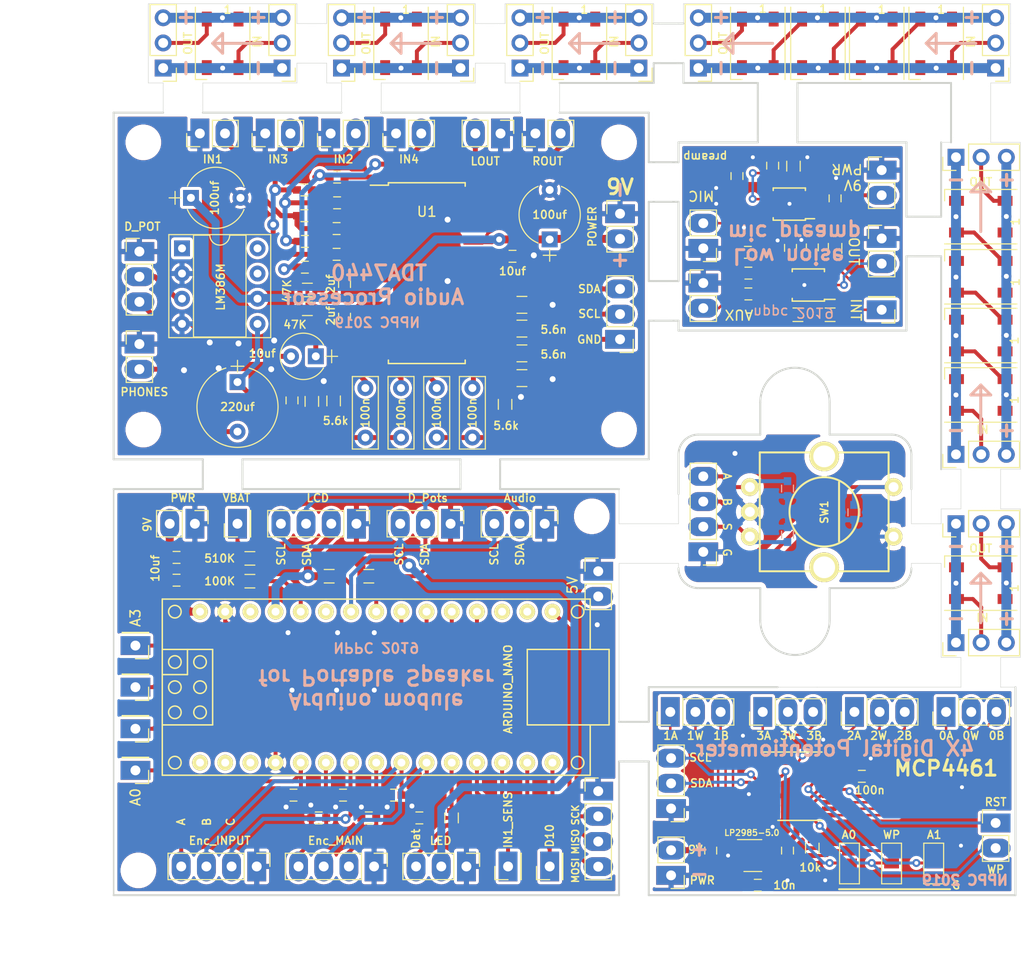
<source format=kicad_pcb>
(kicad_pcb (version 20171130) (host pcbnew 5.1.0)
  (layers (0 F.Cu signal) (31 B.Cu signal) (34 B.Paste user) (35 F.Paste user) (36 B.SilkS user) (37 F.SilkS user) (38 B.Mask user) (39 F.Mask user) (44 Edge.Cuts user))
  (net 0 "")
  (net 1 /IN4)
  (net 2 "Net-(C1-Pad1)")
  (net 3 /IN3)
  (net 4 "Net-(C2-Pad1)")
  (net 5 /IN2)
  (net 6 "Net-(C4-Pad1)")
  (net 7 /IN1)
  (net 8 "Net-(C5-Pad1)")
  (net 9 "Net-(C5-Pad2)")
  (net 10 "Net-(C6-Pad1)")
  (net 11 "Net-(C6-Pad2)")
  (net 12 "Net-(C7-Pad1)")
  (net 13 "Net-(C7-Pad2)")
  (net 14 "Net-(C8-Pad1)")
  (net 15 "Net-(C10-Pad2)")
  (net 16 "Net-(C9-Pad2)")
  (net 17 "Net-(C10-Pad1)")
  (net 18 "Net-(C11-Pad2)")
  (net 19 GNDA)
  (net 20 "Net-(C13-Pad2)")
  (net 21 /SDA)
  (net 22 /SCL)
  (net 23 /LOUT)
  (net 24 /ROUT)
  (net 25 +9V)
  (net 26 "Net-(U1-Pad17)")
  (net 27 "Net-(U1-Pad16)")
  (net 28 "Net-(C1-Pad2)")
  (net 29 /AUX)
  (net 30 "Net-(C14-Pad1)")
  (net 31 "Net-(C15-Pad1)")
  (net 32 "Net-(C16-Pad1)")
  (net 33 "Net-(C17-Pad1)")
  (net 34 "Net-(C18-Pad1)")
  (net 35 "Net-(C19-Pad1)")
  (net 36 "Net-(C20-Pad1)")
  (net 37 "Net-(C21-Pad1)")
  (net 38 "Net-(C23-Pad2)")
  (net 39 /GND)
  (net 40 "Net-(J10-Pad2)")
  (net 41 "Net-(U2-Pad8)")
  (net 42 "Net-(U2-Pad7)")
  (net 43 "Net-(U2-Pad1)")
  (net 44 "Net-(ARDUINO1-Pad1)")
  (net 45 GND)
  (net 46 "Net-(ARDUINO1-Pad2)")
  (net 47 "Net-(ARDUINO1-Pad28)")
  (net 48 "Net-(ARDUINO1-Pad3)")
  (net 49 VCC)
  (net 50 /VSENSE)
  (net 51 "Net-(ARDUINO1-Pad25)")
  (net 52 "Net-(ARDUINO1-Pad22)")
  (net 53 "Net-(ARDUINO1-Pad21)")
  (net 54 "Net-(ARDUINO1-Pad20)")
  (net 55 /LED)
  (net 56 "Net-(ARDUINO1-Pad19)")
  (net 57 /IN1_SENSE)
  (net 58 "Net-(ARDUINO1-Pad18)")
  (net 59 "Net-(ARDUINO1-Pad13)")
  (net 60 "Net-(ARDUINO1-Pad17)")
  (net 61 /MOSI)
  (net 62 /SCK)
  (net 63 /MISO)
  (net 64 "Net-(J10-Pad1)")
  (net 65 "Net-(J3-Pad3)")
  (net 66 /E0A)
  (net 67 /E1A)
  (net 68 /E0C)
  (net 69 /E1C)
  (net 70 /E0B)
  (net 71 /E1B)
  (net 72 "Net-(J2-Pad3)")
  (net 73 "Net-(J2-Pad2)")
  (net 74 "Net-(J2-Pad1)")
  (net 75 "Net-(J3-Pad2)")
  (net 76 "Net-(J3-Pad1)")
  (net 77 "Net-(J4-Pad1)")
  (net 78 "Net-(J4-Pad2)")
  (net 79 "Net-(J4-Pad3)")
  (net 80 "Net-(J5-Pad1)")
  (net 81 "Net-(J5-Pad2)")
  (net 82 "Net-(J5-Pad3)")
  (net 83 /WP)
  (net 84 /RST)
  (net 85 /A0)
  (net 86 /A1)
  (net 87 /BIAS)
  (net 88 "Net-(C3-Pad1)")
  (net 89 /AUX_IN)
  (net 90 /IN-)
  (net 91 /IN+)
  (net 92 /OUT)
  (net 93 /INT)
  (net 94 /G2)
  (net 95 /G1)
  (net 96 "Net-(U2-Pad4)")
  (net 97 "Net-(D1-Pad3)")
  (net 98 "Net-(D1-Pad4)")
  (net 99 "Net-(D1-Pad2)")
  (net 100 "Net-(D1-Pad1)")
  (net 101 "Net-(D2-Pad2)")
  (net 102 "Net-(D3-Pad2)")
  (net 103 "Net-(D4-Pad2)")
  (module KiCadCustomLibs:hole_0.7 (layer F.Cu) (at 66.5 46.5 180)
    (fp_text reference REF** hide)
    (fp_text value hole hide)
    (pad "" np_thru_hole circle (at 0 0 180) (size 0.7 0.7) (drill 0.7) (layers *.Cu *.Mask))
  )
  (module KiCadCustomLibs:hole_0.7 (layer F.Cu) (at 68 46.5 180)
    (fp_text reference REF** hide)
    (fp_text value hole hide)
    (pad "" np_thru_hole circle (at 0 0 180) (size 0.7 0.7) (drill 0.7) (layers *.Cu *.Mask))
  )
  (module KiCadCustomLibs:hole_0.7 (layer F.Cu) (at 69.5 46.5 180)
    (fp_text reference REF** hide)
    (fp_text value hole hide)
    (pad "" np_thru_hole circle (at 0 0 180) (size 0.7 0.7) (drill 0.7) (layers *.Cu *.Mask))
  )
  (module KiCadCustomLibs:hole_0.7 (layer F.Cu) (at 86 46.5 180)
    (fp_text reference REF** hide)
    (fp_text value hole hide)
    (pad "" np_thru_hole circle (at 0 0 180) (size 0.7 0.7) (drill 0.7) (layers *.Cu *.Mask))
  )
  (module KiCadCustomLibs:hole_0.7 (layer F.Cu) (at 87.5 46.5 180)
    (fp_text reference REF** hide)
    (fp_text value hole hide)
    (pad "" np_thru_hole circle (at 0 0 180) (size 0.7 0.7) (drill 0.7) (layers *.Cu *.Mask))
  )
  (module KiCadCustomLibs:hole_0.7 (layer F.Cu) (at 84.5 46.5 180)
    (fp_text reference REF** hide)
    (fp_text value hole hide)
    (pad "" np_thru_hole circle (at 0 0 180) (size 0.7 0.7) (drill 0.7) (layers *.Cu *.Mask))
  )
  (module KiCadCustomLibs:hole_0.7 (layer F.Cu) (at 102.5 46.5 180)
    (fp_text reference REF** hide)
    (fp_text value hole hide)
    (pad "" np_thru_hole circle (at 0 0 180) (size 0.7 0.7) (drill 0.7) (layers *.Cu *.Mask))
  )
  (module KiCadCustomLibs:hole_0.7 (layer F.Cu) (at 105.5 46.5 180)
    (fp_text reference REF** hide)
    (fp_text value hole hide)
    (pad "" np_thru_hole circle (at 0 0 180) (size 0.7 0.7) (drill 0.7) (layers *.Cu *.Mask))
  )
  (module KiCadCustomLibs:hole_0.7 (layer F.Cu) (at 104 46.5 180)
    (fp_text reference REF** hide)
    (fp_text value hole hide)
    (pad "" np_thru_hole circle (at 0 0 180) (size 0.7 0.7) (drill 0.7) (layers *.Cu *.Mask))
  )
  (module KiCadCustomLibs:hole_0.7 (layer F.Cu) (at 147.5 44.5 180)
    (fp_text reference REF** hide)
    (fp_text value hole hide)
    (pad "" np_thru_hole circle (at 0 0 180) (size 0.7 0.7) (drill 0.7) (layers *.Cu *.Mask))
  )
  (module KiCadCustomLibs:hole_0.7 (layer F.Cu) (at 146 44.5 180)
    (fp_text reference REF** hide)
    (fp_text value hole hide)
    (pad "" np_thru_hole circle (at 0 0 180) (size 0.7 0.7) (drill 0.7) (layers *.Cu *.Mask))
  )
  (module KiCadCustomLibs:hole_0.7 (layer F.Cu) (at 149 44.5 180)
    (fp_text reference REF** hide)
    (fp_text value hole hide)
    (pad "" np_thru_hole circle (at 0 0 180) (size 0.7 0.7) (drill 0.7) (layers *.Cu *.Mask))
  )
  (module KiCadCustomLibs:hole_0.7 (layer F.Cu) (at 146 49.5 180)
    (fp_text reference REF** hide)
    (fp_text value hole hide)
    (pad "" np_thru_hole circle (at 0 0 180) (size 0.7 0.7) (drill 0.7) (layers *.Cu *.Mask))
  )
  (module KiCadCustomLibs:hole_0.7 (layer F.Cu) (at 147.5 49.5 180)
    (fp_text reference REF** hide)
    (fp_text value hole hide)
    (pad "" np_thru_hole circle (at 0 0 180) (size 0.7 0.7) (drill 0.7) (layers *.Cu *.Mask))
  )
  (module KiCadCustomLibs:hole_0.7 (layer F.Cu) (at 149 49.5 180)
    (fp_text reference REF** hide)
    (fp_text value hole hide)
    (pad "" np_thru_hole circle (at 0 0 180) (size 0.7 0.7) (drill 0.7) (layers *.Cu *.Mask))
  )
  (module KiCadCustomLibs:hole_0.7 (layer F.Cu) (at 118 41.5 90)
    (fp_text reference REF** hide)
    (fp_text value hole hide)
    (pad "" np_thru_hole circle (at 0 0 90) (size 0.7 0.7) (drill 0.7) (layers *.Cu *.Mask))
  )
  (module KiCadCustomLibs:hole_0.7 (layer F.Cu) (at 118 38.5 90)
    (fp_text reference REF** hide)
    (fp_text value hole hide)
    (pad "" np_thru_hole circle (at 0 0 90) (size 0.7 0.7) (drill 0.7) (layers *.Cu *.Mask))
  )
  (module KiCadCustomLibs:hole_0.7 (layer F.Cu) (at 118 40 90)
    (fp_text reference REF** hide)
    (fp_text value hole hide)
    (pad "" np_thru_hole circle (at 0 0 90) (size 0.7 0.7) (drill 0.7) (layers *.Cu *.Mask))
  )
  (module KiCadCustomLibs:hole_0.7 (layer F.Cu) (at 126.5 44.5 180)
    (fp_text reference REF** hide)
    (fp_text value hole hide)
    (pad "" np_thru_hole circle (at 0 0 180) (size 0.7 0.7) (drill 0.7) (layers *.Cu *.Mask))
  )
  (module KiCadCustomLibs:hole_0.7 (layer F.Cu) (at 128 44.5 180)
    (fp_text reference REF** hide)
    (fp_text value hole hide)
    (pad "" np_thru_hole circle (at 0 0 180) (size 0.7 0.7) (drill 0.7) (layers *.Cu *.Mask))
  )
  (module KiCadCustomLibs:hole_0.7 (layer F.Cu) (at 129.5 44.5 180)
    (fp_text reference REF** hide)
    (fp_text value hole hide)
    (pad "" np_thru_hole circle (at 0 0 180) (size 0.7 0.7) (drill 0.7) (layers *.Cu *.Mask))
  )
  (module Connector_PinHeader_2.54mm:PinHeader_1x03_P2.54mm_Vertical (layer F.Cu) (at 120 42.5 180)
    (fp_text reference J2 hide)
    (fp_text value OUT (at -2.5 2.5 270) (layer F.SilkS) (effects (font (size 0.8 0.8))))
    (pad 1 thru_hole rect (at 0 0 180) (size 1.7 1.7) (drill 1) (layers *.Cu *.Mask) (net 97 "Net-(D1-Pad3)"))
    (pad 2 thru_hole oval (at 0 2.54 180) (size 1.7 1.7) (drill 1) (layers *.Cu *.Mask) (net 103 "Net-(D4-Pad2)"))
    (pad 3 thru_hole oval (at 0 5.08 180) (size 1.7 1.7) (drill 1) (layers *.Cu *.Mask) (net 100 "Net-(D1-Pad1)"))
  )
  (module Connector_PinHeader_2.54mm:PinHeader_1x03_P2.54mm_Vertical (layer F.Cu) (at 150 42.5 180)
    (fp_text reference J1 hide)
    (fp_text value IN (at 2.5 2.674999 270) (layer F.SilkS) (effects (font (size 0.8 0.8))))
    (pad 3 thru_hole oval (at 0 5.08 180) (size 1.7 1.7) (drill 1) (layers *.Cu *.Mask) (net 100 "Net-(D1-Pad1)"))
    (pad 2 thru_hole oval (at 0 2.54 180) (size 1.7 1.7) (drill 1) (layers *.Cu *.Mask) (net 98 "Net-(D1-Pad4)"))
    (pad 1 thru_hole rect (at 0 0 180) (size 1.7 1.7) (drill 1) (layers *.Cu *.Mask) (net 97 "Net-(D1-Pad3)"))
  )
  (module LED_SMD:LED_WS2812B_PLCC4_5.0x5.0mm_P3.2mm (layer F.Cu) (at 126 40 270)
    (fp_text reference D4 hide)
    (fp_text value WS2812B)
    (fp_text user 1 (at -3.5 -0.5) (layer F.SilkS) (effects (font (size 0.8 0.8))))
    (pad 3 smd rect (at 2.45 1.6 270) (size 1.5 1) (layers F.Cu F.Paste F.Mask) (net 97 "Net-(D1-Pad3)"))
    (pad 4 smd rect (at 2.45 -1.6 270) (size 1.5 1) (layers F.Cu F.Paste F.Mask) (net 102 "Net-(D3-Pad2)"))
    (pad 2 smd rect (at -2.45 1.6 270) (size 1.5 1) (layers F.Cu F.Paste F.Mask) (net 103 "Net-(D4-Pad2)"))
    (pad 1 smd rect (at -2.45 -1.6 270) (size 1.5 1) (layers F.Cu F.Paste F.Mask) (net 100 "Net-(D1-Pad1)"))
  )
  (module LED_SMD:LED_WS2812B_PLCC4_5.0x5.0mm_P3.2mm (layer F.Cu) (at 132.069999 40 270)
    (fp_text reference D3 hide)
    (fp_text value WS2812B)
    (fp_text user 1 (at -3.5 -0.530001) (layer F.SilkS) (effects (font (size 0.8 0.8))))
    (pad 1 smd rect (at -2.45 -1.6 270) (size 1.5 1) (layers F.Cu F.Paste F.Mask) (net 100 "Net-(D1-Pad1)"))
    (pad 2 smd rect (at -2.45 1.6 270) (size 1.5 1) (layers F.Cu F.Paste F.Mask) (net 102 "Net-(D3-Pad2)"))
    (pad 4 smd rect (at 2.45 -1.6 270) (size 1.5 1) (layers F.Cu F.Paste F.Mask) (net 101 "Net-(D2-Pad2)"))
    (pad 3 smd rect (at 2.45 1.6 270) (size 1.5 1) (layers F.Cu F.Paste F.Mask) (net 97 "Net-(D1-Pad3)"))
  )
  (module LED_SMD:LED_WS2812B_PLCC4_5.0x5.0mm_P3.2mm (layer F.Cu) (at 138 40 270)
    (fp_text reference D2 hide)
    (fp_text value WS2812B)
    (fp_text user 1 (at -3.4 -0.5) (layer F.SilkS) (effects (font (size 0.8 0.8))))
    (pad 3 smd rect (at 2.45 1.6 270) (size 1.5 1) (layers F.Cu F.Paste F.Mask) (net 97 "Net-(D1-Pad3)"))
    (pad 4 smd rect (at 2.45 -1.6 270) (size 1.5 1) (layers F.Cu F.Paste F.Mask) (net 99 "Net-(D1-Pad2)"))
    (pad 2 smd rect (at -2.45 1.6 270) (size 1.5 1) (layers F.Cu F.Paste F.Mask) (net 101 "Net-(D2-Pad2)"))
    (pad 1 smd rect (at -2.45 -1.6 270) (size 1.5 1) (layers F.Cu F.Paste F.Mask) (net 100 "Net-(D1-Pad1)"))
  )
  (module LED_SMD:LED_WS2812B_PLCC4_5.0x5.0mm_P3.2mm (layer F.Cu) (at 144 40 270)
    (fp_text reference D1 hide)
    (fp_text value WS2812B)
    (fp_text user 1 (at -3.4 -0.5) (layer F.SilkS) (effects (font (size 0.8 0.8))))
    (pad 1 smd rect (at -2.45 -1.6 270) (size 1.5 1) (layers F.Cu F.Paste F.Mask) (net 100 "Net-(D1-Pad1)"))
    (pad 2 smd rect (at -2.45 1.6 270) (size 1.5 1) (layers F.Cu F.Paste F.Mask) (net 99 "Net-(D1-Pad2)"))
    (pad 4 smd rect (at 2.45 -1.6 270) (size 1.5 1) (layers F.Cu F.Paste F.Mask) (net 98 "Net-(D1-Pad4)"))
    (pad 3 smd rect (at 2.45 1.6 270) (size 1.5 1) (layers F.Cu F.Paste F.Mask) (net 97 "Net-(D1-Pad3)"))
  )
  (module Connector_PinHeader_2.54mm:PinHeader_1x03_P2.54mm_Vertical (layer F.Cu) (at 114 42.5 180)
    (fp_text reference J1 hide)
    (fp_text value IN (at 2.5 2.674999 270) (layer F.SilkS) (effects (font (size 0.8 0.8))))
    (pad 3 thru_hole oval (at 0 5.08 180) (size 1.7 1.7) (drill 1) (layers *.Cu *.Mask) (net 100 "Net-(D1-Pad1)"))
    (pad 2 thru_hole oval (at 0 2.54 180) (size 1.7 1.7) (drill 1) (layers *.Cu *.Mask) (net 98 "Net-(D1-Pad4)"))
    (pad 1 thru_hole rect (at 0 0 180) (size 1.7 1.7) (drill 1) (layers *.Cu *.Mask) (net 97 "Net-(D1-Pad3)"))
  )
  (module Connector_PinHeader_2.54mm:PinHeader_1x03_P2.54mm_Vertical (layer F.Cu) (at 102 42.5 180)
    (fp_text reference J2 hide)
    (fp_text value OUT (at -2.5 2.5 270) (layer F.SilkS) (effects (font (size 0.8 0.8))))
    (pad 1 thru_hole rect (at 0 0 180) (size 1.7 1.7) (drill 1) (layers *.Cu *.Mask) (net 97 "Net-(D1-Pad3)"))
    (pad 2 thru_hole oval (at 0 2.54 180) (size 1.7 1.7) (drill 1) (layers *.Cu *.Mask) (net 99 "Net-(D1-Pad2)"))
    (pad 3 thru_hole oval (at 0 5.08 180) (size 1.7 1.7) (drill 1) (layers *.Cu *.Mask) (net 100 "Net-(D1-Pad1)"))
  )
  (module KiCadCustomLibs:hole_0.7 (layer F.Cu) (at 105.5 44.5 180)
    (fp_text reference REF** hide)
    (fp_text value hole hide)
    (pad "" np_thru_hole circle (at 0 0 180) (size 0.7 0.7) (drill 0.7) (layers *.Cu *.Mask))
  )
  (module KiCadCustomLibs:hole_0.7 (layer F.Cu) (at 116 40 90)
    (fp_text reference REF** hide)
    (fp_text value hole hide)
    (pad "" np_thru_hole circle (at 0 0 90) (size 0.7 0.7) (drill 0.7) (layers *.Cu *.Mask))
  )
  (module KiCadCustomLibs:hole_0.7 (layer F.Cu) (at 100 38.5 90)
    (fp_text reference REF** hide)
    (fp_text value hole hide)
    (pad "" np_thru_hole circle (at 0 0 90) (size 0.7 0.7) (drill 0.7) (layers *.Cu *.Mask))
  )
  (module KiCadCustomLibs:hole_0.7 (layer F.Cu) (at 116 41.5 90)
    (fp_text reference REF** hide)
    (fp_text value hole hide)
    (pad "" np_thru_hole circle (at 0 0 90) (size 0.7 0.7) (drill 0.7) (layers *.Cu *.Mask))
  )
  (module KiCadCustomLibs:hole_0.7 (layer F.Cu) (at 116 38.5 90)
    (fp_text reference REF** hide)
    (fp_text value hole hide)
    (pad "" np_thru_hole circle (at 0 0 90) (size 0.7 0.7) (drill 0.7) (layers *.Cu *.Mask))
  )
  (module KiCadCustomLibs:hole_0.7 (layer F.Cu) (at 102.5 44.5 180)
    (fp_text reference REF** hide)
    (fp_text value hole hide)
    (pad "" np_thru_hole circle (at 0 0 180) (size 0.7 0.7) (drill 0.7) (layers *.Cu *.Mask))
  )
  (module KiCadCustomLibs:hole_0.7 (layer F.Cu) (at 104 44.5 180)
    (fp_text reference REF** hide)
    (fp_text value hole hide)
    (pad "" np_thru_hole circle (at 0 0 180) (size 0.7 0.7) (drill 0.7) (layers *.Cu *.Mask))
  )
  (module LED_SMD:LED_WS2812B_PLCC4_5.0x5.0mm_P3.2mm (layer F.Cu) (at 108 40 270)
    (fp_text reference D1 hide)
    (fp_text value WS2812B)
    (fp_text user 1 (at -3.4 -0.5) (layer F.SilkS) (effects (font (size 0.8 0.8))))
    (pad 1 smd rect (at -2.45 -1.6 270) (size 1.5 1) (layers F.Cu F.Paste F.Mask) (net 100 "Net-(D1-Pad1)"))
    (pad 2 smd rect (at -2.45 1.6 270) (size 1.5 1) (layers F.Cu F.Paste F.Mask) (net 99 "Net-(D1-Pad2)"))
    (pad 4 smd rect (at 2.45 -1.6 270) (size 1.5 1) (layers F.Cu F.Paste F.Mask) (net 98 "Net-(D1-Pad4)"))
    (pad 3 smd rect (at 2.45 1.6 270) (size 1.5 1) (layers F.Cu F.Paste F.Mask) (net 97 "Net-(D1-Pad3)"))
  )
  (module KiCadCustomLibs:hole_0.7 (layer F.Cu) (at 100 40 90)
    (fp_text reference REF** hide)
    (fp_text value hole hide)
    (pad "" np_thru_hole circle (at 0 0 90) (size 0.7 0.7) (drill 0.7) (layers *.Cu *.Mask))
  )
  (module KiCadCustomLibs:hole_0.7 (layer F.Cu) (at 100 41.5 90)
    (fp_text reference REF** hide)
    (fp_text value hole hide)
    (pad "" np_thru_hole circle (at 0 0 90) (size 0.7 0.7) (drill 0.7) (layers *.Cu *.Mask))
  )
  (module KiCadCustomLibs:hole_0.7 (layer F.Cu) (at 98 41.5 90)
    (fp_text reference REF** hide)
    (fp_text value hole hide)
    (pad "" np_thru_hole circle (at 0 0 90) (size 0.7 0.7) (drill 0.7) (layers *.Cu *.Mask))
  )
  (module KiCadCustomLibs:hole_0.7 (layer F.Cu) (at 87.5 44.5 180)
    (fp_text reference REF** hide)
    (fp_text value hole hide)
    (pad "" np_thru_hole circle (at 0 0 180) (size 0.7 0.7) (drill 0.7) (layers *.Cu *.Mask))
  )
  (module KiCadCustomLibs:hole_0.7 (layer F.Cu) (at 84.5 44.5 180)
    (fp_text reference REF** hide)
    (fp_text value hole hide)
    (pad "" np_thru_hole circle (at 0 0 180) (size 0.7 0.7) (drill 0.7) (layers *.Cu *.Mask))
  )
  (module KiCadCustomLibs:hole_0.7 (layer F.Cu) (at 98 38.5 90)
    (fp_text reference REF** hide)
    (fp_text value hole hide)
    (pad "" np_thru_hole circle (at 0 0 90) (size 0.7 0.7) (drill 0.7) (layers *.Cu *.Mask))
  )
  (module KiCadCustomLibs:hole_0.7 (layer F.Cu) (at 82 38.5 90)
    (fp_text reference REF** hide)
    (fp_text value hole hide)
    (pad "" np_thru_hole circle (at 0 0 90) (size 0.7 0.7) (drill 0.7) (layers *.Cu *.Mask))
  )
  (module LED_SMD:LED_WS2812B_PLCC4_5.0x5.0mm_P3.2mm (layer F.Cu) (at 90 40 270)
    (fp_text reference D1 hide)
    (fp_text value WS2812B)
    (fp_text user 1 (at -3.4 -0.5) (layer F.SilkS) (effects (font (size 0.8 0.8))))
    (pad 3 smd rect (at 2.45 1.6 270) (size 1.5 1) (layers F.Cu F.Paste F.Mask) (net 97 "Net-(D1-Pad3)"))
    (pad 4 smd rect (at 2.45 -1.6 270) (size 1.5 1) (layers F.Cu F.Paste F.Mask) (net 98 "Net-(D1-Pad4)"))
    (pad 2 smd rect (at -2.45 1.6 270) (size 1.5 1) (layers F.Cu F.Paste F.Mask) (net 99 "Net-(D1-Pad2)"))
    (pad 1 smd rect (at -2.45 -1.6 270) (size 1.5 1) (layers F.Cu F.Paste F.Mask) (net 100 "Net-(D1-Pad1)"))
  )
  (module KiCadCustomLibs:hole_0.7 (layer F.Cu) (at 82 40 90)
    (fp_text reference REF** hide)
    (fp_text value hole hide)
    (pad "" np_thru_hole circle (at 0 0 90) (size 0.7 0.7) (drill 0.7) (layers *.Cu *.Mask))
  )
  (module Connector_PinHeader_2.54mm:PinHeader_1x03_P2.54mm_Vertical (layer F.Cu) (at 96 42.5 180)
    (fp_text reference J1 hide)
    (fp_text value IN (at 2.5 2.674999 270) (layer F.SilkS) (effects (font (size 0.8 0.8))))
    (pad 1 thru_hole rect (at 0 0 180) (size 1.7 1.7) (drill 1) (layers *.Cu *.Mask) (net 97 "Net-(D1-Pad3)"))
    (pad 2 thru_hole oval (at 0 2.54 180) (size 1.7 1.7) (drill 1) (layers *.Cu *.Mask) (net 98 "Net-(D1-Pad4)"))
    (pad 3 thru_hole oval (at 0 5.08 180) (size 1.7 1.7) (drill 1) (layers *.Cu *.Mask) (net 100 "Net-(D1-Pad1)"))
  )
  (module KiCadCustomLibs:hole_0.7 (layer F.Cu) (at 86 44.5 180)
    (fp_text reference REF** hide)
    (fp_text value hole hide)
    (pad "" np_thru_hole circle (at 0 0 180) (size 0.7 0.7) (drill 0.7) (layers *.Cu *.Mask))
  )
  (module KiCadCustomLibs:hole_0.7 (layer F.Cu) (at 98 40 90)
    (fp_text reference REF** hide)
    (fp_text value hole hide)
    (pad "" np_thru_hole circle (at 0 0 90) (size 0.7 0.7) (drill 0.7) (layers *.Cu *.Mask))
  )
  (module Connector_PinHeader_2.54mm:PinHeader_1x03_P2.54mm_Vertical (layer F.Cu) (at 84 42.5 180)
    (fp_text reference J2 hide)
    (fp_text value OUT (at -2.5 2.5 270) (layer F.SilkS) (effects (font (size 0.8 0.8))))
    (pad 3 thru_hole oval (at 0 5.08 180) (size 1.7 1.7) (drill 1) (layers *.Cu *.Mask) (net 100 "Net-(D1-Pad1)"))
    (pad 2 thru_hole oval (at 0 2.54 180) (size 1.7 1.7) (drill 1) (layers *.Cu *.Mask) (net 99 "Net-(D1-Pad2)"))
    (pad 1 thru_hole rect (at 0 0 180) (size 1.7 1.7) (drill 1) (layers *.Cu *.Mask) (net 97 "Net-(D1-Pad3)"))
  )
  (module KiCadCustomLibs:hole_0.7 (layer F.Cu) (at 82 41.5 90)
    (fp_text reference REF** hide)
    (fp_text value hole hide)
    (pad "" np_thru_hole circle (at 0 0 90) (size 0.7 0.7) (drill 0.7) (layers *.Cu *.Mask))
  )
  (module KiCadCustomLibs:hole_0.7 (layer F.Cu) (at 68 44.5 180)
    (fp_text reference REF** hide)
    (fp_text value hole hide)
    (pad "" np_thru_hole circle (at 0 0 180) (size 0.7 0.7) (drill 0.7) (layers *.Cu *.Mask))
  )
  (module KiCadCustomLibs:hole_0.7 (layer F.Cu) (at 129.5 49.5 180)
    (fp_text reference REF** hide)
    (fp_text value hole hide)
    (pad "" np_thru_hole circle (at 0 0 180) (size 0.7 0.7) (drill 0.7) (layers *.Cu *.Mask))
  )
  (module KiCadCustomLibs:hole_0.7 (layer F.Cu) (at 126.5 49.5 180)
    (fp_text reference REF** hide)
    (fp_text value hole hide)
    (pad "" np_thru_hole circle (at 0 0 180) (size 0.7 0.7) (drill 0.7) (layers *.Cu *.Mask))
  )
  (module KiCadCustomLibs:hole_0.7 (layer F.Cu) (at 69.5 44.5 180)
    (fp_text reference REF** hide)
    (fp_text value hole hide)
    (pad "" np_thru_hole circle (at 0 0 180) (size 0.7 0.7) (drill 0.7) (layers *.Cu *.Mask))
  )
  (module KiCadCustomLibs:hole_0.7 (layer F.Cu) (at 66.5 44.5 180)
    (fp_text reference REF** hide)
    (fp_text value hole hide)
    (pad "" np_thru_hole circle (at 0 0 180) (size 0.7 0.7) (drill 0.7) (layers *.Cu *.Mask))
  )
  (module KiCadCustomLibs:hole_0.7 (layer F.Cu) (at 128 49.5 180)
    (fp_text reference REF** hide)
    (fp_text value hole hide)
    (pad "" np_thru_hole circle (at 0 0 180) (size 0.7 0.7) (drill 0.7) (layers *.Cu *.Mask))
  )
  (module Connector_PinHeader_2.54mm:PinHeader_1x03_P2.54mm_Vertical (layer F.Cu) (at 66 42.5 180)
    (fp_text reference J2 hide)
    (fp_text value OUT (at -2.5 2.5 270) (layer F.SilkS) (effects (font (size 0.8 0.8))))
    (pad 1 thru_hole rect (at 0 0 180) (size 1.7 1.7) (drill 1) (layers *.Cu *.Mask) (net 97 "Net-(D1-Pad3)"))
    (pad 2 thru_hole oval (at 0 2.54 180) (size 1.7 1.7) (drill 1) (layers *.Cu *.Mask) (net 99 "Net-(D1-Pad2)"))
    (pad 3 thru_hole oval (at 0 5.08 180) (size 1.7 1.7) (drill 1) (layers *.Cu *.Mask) (net 100 "Net-(D1-Pad1)"))
  )
  (module Connector_PinHeader_2.54mm:PinHeader_1x03_P2.54mm_Vertical (layer F.Cu) (at 78 42.5 180)
    (fp_text reference J1 hide)
    (fp_text value IN (at 2.5 2.674999 270) (layer F.SilkS) (effects (font (size 0.8 0.8))))
    (pad 3 thru_hole oval (at 0 5.08 180) (size 1.7 1.7) (drill 1) (layers *.Cu *.Mask) (net 100 "Net-(D1-Pad1)"))
    (pad 2 thru_hole oval (at 0 2.54 180) (size 1.7 1.7) (drill 1) (layers *.Cu *.Mask) (net 98 "Net-(D1-Pad4)"))
    (pad 1 thru_hole rect (at 0 0 180) (size 1.7 1.7) (drill 1) (layers *.Cu *.Mask) (net 97 "Net-(D1-Pad3)"))
  )
  (module LED_SMD:LED_WS2812B_PLCC4_5.0x5.0mm_P3.2mm (layer F.Cu) (at 72 40 270)
    (fp_text reference D1 hide)
    (fp_text value WS2812B)
    (fp_text user 1 (at -3.4 -0.5) (layer F.SilkS) (effects (font (size 0.8 0.8))))
    (pad 1 smd rect (at -2.45 -1.6 270) (size 1.5 1) (layers F.Cu F.Paste F.Mask) (net 100 "Net-(D1-Pad1)"))
    (pad 2 smd rect (at -2.45 1.6 270) (size 1.5 1) (layers F.Cu F.Paste F.Mask) (net 99 "Net-(D1-Pad2)"))
    (pad 4 smd rect (at 2.45 -1.6 270) (size 1.5 1) (layers F.Cu F.Paste F.Mask) (net 98 "Net-(D1-Pad4)"))
    (pad 3 smd rect (at 2.45 1.6 270) (size 1.5 1) (layers F.Cu F.Paste F.Mask) (net 97 "Net-(D1-Pad3)"))
  )
  (module KiCadCustomLibs:hole_0.7 (layer F.Cu) (at 80 41.5 90)
    (fp_text reference REF** hide)
    (fp_text value hole hide)
    (pad "" np_thru_hole circle (at 0 0 90) (size 0.7 0.7) (drill 0.7) (layers *.Cu *.Mask))
  )
  (module KiCadCustomLibs:hole_0.7 (layer F.Cu) (at 80 38.5 90)
    (fp_text reference REF** hide)
    (fp_text value hole hide)
    (pad "" np_thru_hole circle (at 0 0 90) (size 0.7 0.7) (drill 0.7) (layers *.Cu *.Mask))
  )
  (module KiCadCustomLibs:hole_0.7 (layer F.Cu) (at 80 40 90)
    (fp_text reference REF** hide)
    (fp_text value hole hide)
    (pad "" np_thru_hole circle (at 0 0 90) (size 0.7 0.7) (drill 0.7) (layers *.Cu *.Mask))
  )
  (module KiCadCustomLibs:hole_0.7 (layer F.Cu) (at 117.5 64.5 90)
    (fp_text reference REF** hide)
    (fp_text value hole hide)
    (pad "" np_thru_hole circle (at 0 0 90) (size 0.7 0.7) (drill 0.7) (layers *.Cu *.Mask))
  )
  (module KiCadCustomLibs:hole_0.7 (layer F.Cu) (at 117.5 66 90)
    (fp_text reference REF** hide)
    (fp_text value hole hide)
    (pad "" np_thru_hole circle (at 0 0 90) (size 0.7 0.7) (drill 0.7) (layers *.Cu *.Mask))
  )
  (module KiCadCustomLibs:hole_0.7 (layer F.Cu) (at 117.5 67.5 90)
    (fp_text reference REF** hide)
    (fp_text value hole hide)
    (pad "" np_thru_hole circle (at 0 0 90) (size 0.7 0.7) (drill 0.7) (layers *.Cu *.Mask))
  )
  (module KiCadCustomLibs:hole_0.7 (layer F.Cu) (at 117.5 52.5 90)
    (fp_text reference REF** hide)
    (fp_text value hole hide)
    (pad "" np_thru_hole circle (at 0 0 90) (size 0.7 0.7) (drill 0.7) (layers *.Cu *.Mask))
  )
  (module KiCadCustomLibs:hole_0.7 (layer F.Cu) (at 117.5 54 90)
    (fp_text reference REF** hide)
    (fp_text value hole hide)
    (pad "" np_thru_hole circle (at 0 0 90) (size 0.7 0.7) (drill 0.7) (layers *.Cu *.Mask))
  )
  (module KiCadCustomLibs:hole_0.7 (layer F.Cu) (at 117.5 55.5 90)
    (fp_text reference REF** hide)
    (fp_text value hole hide)
    (pad "" np_thru_hole circle (at 0 0 90) (size 0.7 0.7) (drill 0.7) (layers *.Cu *.Mask))
  )
  (module KiCadCustomLibs:hole_0.7 (layer F.Cu) (at 141.5 61 90)
    (fp_text reference REF** hide)
    (fp_text value hole hide)
    (pad "" np_thru_hole circle (at 0 0 90) (size 0.7 0.7) (drill 0.7) (layers *.Cu *.Mask))
  )
  (module KiCadCustomLibs:hole_0.7 (layer F.Cu) (at 141.5 59.5 90)
    (fp_text reference REF** hide)
    (fp_text value hole hide)
    (pad "" np_thru_hole circle (at 0 0 90) (size 0.7 0.7) (drill 0.7) (layers *.Cu *.Mask))
  )
  (module KiCadCustomLibs:hole_0.7 (layer F.Cu) (at 141.5 58 90)
    (fp_text reference REF** hide)
    (fp_text value hole hide)
    (pad "" np_thru_hole circle (at 0 0 90) (size 0.7 0.7) (drill 0.7) (layers *.Cu *.Mask))
  )
  (module KiCadCustomLibs:hole_0.7 (layer F.Cu) (at 144 92 90)
    (fp_text reference REF** hide)
    (fp_text value hole hide)
    (pad "" np_thru_hole circle (at 0 0 90) (size 0.7 0.7) (drill 0.7) (layers *.Cu *.Mask))
  )
  (module KiCadCustomLibs:hole_0.7 (layer F.Cu) (at 144 89 90)
    (fp_text reference REF** hide)
    (fp_text value hole hide)
    (pad "" np_thru_hole circle (at 0 0 90) (size 0.7 0.7) (drill 0.7) (layers *.Cu *.Mask))
  )
  (module KiCadCustomLibs:hole_0.7 (layer F.Cu) (at 144 90.5 90)
    (fp_text reference REF** hide)
    (fp_text value hole hide)
    (pad "" np_thru_hole circle (at 0 0 90) (size 0.7 0.7) (drill 0.7) (layers *.Cu *.Mask))
  )
  (module KiCadCustomLibs:hole_0.7 (layer F.Cu) (at 147 83.5)
    (fp_text reference REF** hide)
    (fp_text value hole hide)
    (pad "" np_thru_hole circle (at 0 0) (size 0.7 0.7) (drill 0.7) (layers *.Cu *.Mask))
  )
  (module KiCadCustomLibs:hole_0.7 (layer F.Cu) (at 150 83.5)
    (fp_text reference REF** hide)
    (fp_text value hole hide)
    (pad "" np_thru_hole circle (at 0 0) (size 0.7 0.7) (drill 0.7) (layers *.Cu *.Mask))
  )
  (module KiCadCustomLibs:hole_0.7 (layer F.Cu) (at 148.5 83.5)
    (fp_text reference REF** hide)
    (fp_text value hole hide)
    (pad "" np_thru_hole circle (at 0 0) (size 0.7 0.7) (drill 0.7) (layers *.Cu *.Mask))
  )
  (module KiCadCustomLibs:hole_0.7 (layer F.Cu) (at 147 86.5)
    (fp_text reference REF** hide)
    (fp_text value hole hide)
    (pad "" np_thru_hole circle (at 0 0) (size 0.7 0.7) (drill 0.7) (layers *.Cu *.Mask))
  )
  (module KiCadCustomLibs:hole_0.7 (layer F.Cu) (at 150 86.5)
    (fp_text reference REF** hide)
    (fp_text value hole hide)
    (pad "" np_thru_hole circle (at 0 0) (size 0.7 0.7) (drill 0.7) (layers *.Cu *.Mask))
  )
  (module KiCadCustomLibs:hole_0.7 (layer F.Cu) (at 148.5 86.5)
    (fp_text reference REF** hide)
    (fp_text value hole hide)
    (pad "" np_thru_hole circle (at 0 0) (size 0.7 0.7) (drill 0.7) (layers *.Cu *.Mask))
  )
  (module KiCadCustomLibs:hole_0.7 (layer F.Cu) (at 112.5 92 90)
    (fp_text reference REF** hide)
    (fp_text value hole hide)
    (pad "" np_thru_hole circle (at 0 0 90) (size 0.7 0.7) (drill 0.7) (layers *.Cu *.Mask))
  )
  (module KiCadCustomLibs:hole_0.7 (layer F.Cu) (at 112.5 89 90)
    (fp_text reference REF** hide)
    (fp_text value hole hide)
    (pad "" np_thru_hole circle (at 0 0 90) (size 0.7 0.7) (drill 0.7) (layers *.Cu *.Mask))
  )
  (module KiCadCustomLibs:hole_0.7 (layer F.Cu) (at 112.5 90.5 90)
    (fp_text reference REF** hide)
    (fp_text value hole hide)
    (pad "" np_thru_hole circle (at 0 0 90) (size 0.7 0.7) (drill 0.7) (layers *.Cu *.Mask))
  )
  (module LED_SMD:LED_WS2812B_PLCC4_5.0x5.0mm_P3.2mm (layer F.Cu) (at 148.5 75.5 180)
    (fp_text reference D1 hide)
    (fp_text value WS2812B)
    (fp_text user 1 (at -3.4 -0.5 270) (layer F.SilkS) (effects (font (size 0.8 0.8))))
    (pad 3 smd rect (at 2.45 1.6 180) (size 1.5 1) (layers F.Cu F.Paste F.Mask) (net 97 "Net-(D1-Pad3)"))
    (pad 4 smd rect (at 2.45 -1.6 180) (size 1.5 1) (layers F.Cu F.Paste F.Mask) (net 98 "Net-(D1-Pad4)"))
    (pad 2 smd rect (at -2.45 1.6 180) (size 1.5 1) (layers F.Cu F.Paste F.Mask) (net 99 "Net-(D1-Pad2)"))
    (pad 1 smd rect (at -2.45 -1.6 180) (size 1.5 1) (layers F.Cu F.Paste F.Mask) (net 100 "Net-(D1-Pad1)"))
  )
  (module LED_SMD:LED_WS2812B_PLCC4_5.0x5.0mm_P3.2mm (layer F.Cu) (at 148.5 69.5 180)
    (fp_text reference D2 hide)
    (fp_text value WS2812B)
    (fp_text user 1 (at -3.4 -0.5 270) (layer F.SilkS) (effects (font (size 0.8 0.8))))
    (pad 1 smd rect (at -2.45 -1.6 180) (size 1.5 1) (layers F.Cu F.Paste F.Mask) (net 100 "Net-(D1-Pad1)"))
    (pad 2 smd rect (at -2.45 1.6 180) (size 1.5 1) (layers F.Cu F.Paste F.Mask) (net 101 "Net-(D2-Pad2)"))
    (pad 4 smd rect (at 2.45 -1.6 180) (size 1.5 1) (layers F.Cu F.Paste F.Mask) (net 99 "Net-(D1-Pad2)"))
    (pad 3 smd rect (at 2.45 1.6 180) (size 1.5 1) (layers F.Cu F.Paste F.Mask) (net 97 "Net-(D1-Pad3)"))
  )
  (module LED_SMD:LED_WS2812B_PLCC4_5.0x5.0mm_P3.2mm (layer F.Cu) (at 148.5 63.569999 180)
    (fp_text reference D3 hide)
    (fp_text value WS2812B)
    (fp_text user 1 (at -3.5 -0.530001 270) (layer F.SilkS) (effects (font (size 0.8 0.8))))
    (pad 3 smd rect (at 2.45 1.6 180) (size 1.5 1) (layers F.Cu F.Paste F.Mask) (net 97 "Net-(D1-Pad3)"))
    (pad 4 smd rect (at 2.45 -1.6 180) (size 1.5 1) (layers F.Cu F.Paste F.Mask) (net 101 "Net-(D2-Pad2)"))
    (pad 2 smd rect (at -2.45 1.6 180) (size 1.5 1) (layers F.Cu F.Paste F.Mask) (net 102 "Net-(D3-Pad2)"))
    (pad 1 smd rect (at -2.45 -1.6 180) (size 1.5 1) (layers F.Cu F.Paste F.Mask) (net 100 "Net-(D1-Pad1)"))
  )
  (module LED_SMD:LED_WS2812B_PLCC4_5.0x5.0mm_P3.2mm (layer F.Cu) (at 148.5 57.5 180)
    (fp_text reference D4 hide)
    (fp_text value WS2812B)
    (fp_text user 1 (at -3.5 -0.5 270) (layer F.SilkS) (effects (font (size 0.8 0.8))))
    (pad 1 smd rect (at -2.45 -1.6 180) (size 1.5 1) (layers F.Cu F.Paste F.Mask) (net 100 "Net-(D1-Pad1)"))
    (pad 2 smd rect (at -2.45 1.6 180) (size 1.5 1) (layers F.Cu F.Paste F.Mask) (net 103 "Net-(D4-Pad2)"))
    (pad 4 smd rect (at 2.45 -1.6 180) (size 1.5 1) (layers F.Cu F.Paste F.Mask) (net 102 "Net-(D3-Pad2)"))
    (pad 3 smd rect (at 2.45 1.6 180) (size 1.5 1) (layers F.Cu F.Paste F.Mask) (net 97 "Net-(D1-Pad3)"))
  )
  (module Connector_PinHeader_2.54mm:PinHeader_1x03_P2.54mm_Vertical (layer F.Cu) (at 146 81.5 90)
    (fp_text reference J1 hide)
    (fp_text value IN (at 2.5 2.674999 180) (layer F.SilkS) (effects (font (size 0.8 0.8))))
    (pad 1 thru_hole rect (at 0 0 90) (size 1.7 1.7) (drill 1) (layers *.Cu *.Mask) (net 97 "Net-(D1-Pad3)"))
    (pad 2 thru_hole oval (at 0 2.54 90) (size 1.7 1.7) (drill 1) (layers *.Cu *.Mask) (net 98 "Net-(D1-Pad4)"))
    (pad 3 thru_hole oval (at 0 5.08 90) (size 1.7 1.7) (drill 1) (layers *.Cu *.Mask) (net 100 "Net-(D1-Pad1)"))
  )
  (module Connector_PinHeader_2.54mm:PinHeader_1x03_P2.54mm_Vertical (layer F.Cu) (at 146 51.5 90)
    (fp_text reference J2 hide)
    (fp_text value OUT (at -2.5 2.5 180) (layer F.SilkS) (effects (font (size 0.8 0.8))))
    (pad 3 thru_hole oval (at 0 5.08 90) (size 1.7 1.7) (drill 1) (layers *.Cu *.Mask) (net 100 "Net-(D1-Pad1)"))
    (pad 2 thru_hole oval (at 0 2.54 90) (size 1.7 1.7) (drill 1) (layers *.Cu *.Mask) (net 103 "Net-(D4-Pad2)"))
    (pad 1 thru_hole rect (at 0 0 90) (size 1.7 1.7) (drill 1) (layers *.Cu *.Mask) (net 97 "Net-(D1-Pad3)"))
  )
  (module KiCadCustomLibs:hole_0.7 (layer F.Cu) (at 144 61 90)
    (fp_text reference REF** hide)
    (fp_text value hole hide)
    (pad "" np_thru_hole circle (at 0 0 90) (size 0.7 0.7) (drill 0.7) (layers *.Cu *.Mask))
  )
  (module KiCadCustomLibs:hole_0.7 (layer F.Cu) (at 144 59.5 90)
    (fp_text reference REF** hide)
    (fp_text value hole hide)
    (pad "" np_thru_hole circle (at 0 0 90) (size 0.7 0.7) (drill 0.7) (layers *.Cu *.Mask))
  )
  (module KiCadCustomLibs:hole_0.7 (layer F.Cu) (at 144 58 90)
    (fp_text reference REF** hide)
    (fp_text value hole hide)
    (pad "" np_thru_hole circle (at 0 0 90) (size 0.7 0.7) (drill 0.7) (layers *.Cu *.Mask))
  )
  (module KiCadCustomLibs:hole_0.7 (layer F.Cu) (at 148.5 102.5)
    (fp_text reference REF** hide)
    (fp_text value hole hide)
    (pad "" np_thru_hole circle (at 0 0) (size 0.7 0.7) (drill 0.7) (layers *.Cu *.Mask))
  )
  (module KiCadCustomLibs:hole_0.7 (layer F.Cu) (at 150 102.5)
    (fp_text reference REF** hide)
    (fp_text value hole hide)
    (pad "" np_thru_hole circle (at 0 0) (size 0.7 0.7) (drill 0.7) (layers *.Cu *.Mask))
  )
  (module KiCadCustomLibs:hole_0.7 (layer F.Cu) (at 147 102.5)
    (fp_text reference REF** hide)
    (fp_text value hole hide)
    (pad "" np_thru_hole circle (at 0 0) (size 0.7 0.7) (drill 0.7) (layers *.Cu *.Mask))
  )
  (module KiCadCustomLibs:hole_0.7 (layer F.Cu) (at 115.5 67.5 90)
    (fp_text reference REF** hide)
    (fp_text value hole hide)
    (pad "" np_thru_hole circle (at 0 0 90) (size 0.7 0.7) (drill 0.7) (layers *.Cu *.Mask))
  )
  (module KiCadCustomLibs:hole_0.7 (layer F.Cu) (at 115.5 64.5 90)
    (fp_text reference REF** hide)
    (fp_text value hole hide)
    (pad "" np_thru_hole circle (at 0 0 90) (size 0.7 0.7) (drill 0.7) (layers *.Cu *.Mask))
  )
  (module KiCadCustomLibs:hole_0.7 (layer F.Cu) (at 115.5 66 90)
    (fp_text reference REF** hide)
    (fp_text value hole hide)
    (pad "" np_thru_hole circle (at 0 0 90) (size 0.7 0.7) (drill 0.7) (layers *.Cu *.Mask))
  )
  (module KiCadCustomLibs:hole_0.7 (layer F.Cu) (at 115.5 54 90)
    (fp_text reference REF** hide)
    (fp_text value hole hide)
    (pad "" np_thru_hole circle (at 0 0 90) (size 0.7 0.7) (drill 0.7) (layers *.Cu *.Mask))
  )
  (module KiCadCustomLibs:hole_0.7 (layer F.Cu) (at 115.5 52.5 90)
    (fp_text reference REF** hide)
    (fp_text value hole hide)
    (pad "" np_thru_hole circle (at 0 0 90) (size 0.7 0.7) (drill 0.7) (layers *.Cu *.Mask))
  )
  (module KiCadCustomLibs:hole_0.7 (layer F.Cu) (at 115.5 55.5 90)
    (fp_text reference REF** hide)
    (fp_text value hole hide)
    (pad "" np_thru_hole circle (at 0 0 90) (size 0.7 0.7) (drill 0.7) (layers *.Cu *.Mask))
  )
  (module KiCadCustomLibs:hole_0.7 (layer F.Cu) (at 142 90.5 90)
    (fp_text reference REF** hide)
    (fp_text value hole hide)
    (pad "" np_thru_hole circle (at 0 0 90) (size 0.7 0.7) (drill 0.7) (layers *.Cu *.Mask))
  )
  (module KiCadCustomLibs:hole_0.7 (layer F.Cu) (at 117.5 90.5 90)
    (fp_text reference REF** hide)
    (fp_text value hole hide)
    (pad "" np_thru_hole circle (at 0 0 90) (size 0.7 0.7) (drill 0.7) (layers *.Cu *.Mask))
  )
  (module KiCadCustomLibs:hole_0.7 (layer F.Cu) (at 142 89 90)
    (fp_text reference REF** hide)
    (fp_text value hole hide)
    (pad "" np_thru_hole circle (at 0 0 90) (size 0.7 0.7) (drill 0.7) (layers *.Cu *.Mask))
  )
  (module KiCadCustomLibs:hole_0.7 (layer F.Cu) (at 117.5 92 90)
    (fp_text reference REF** hide)
    (fp_text value hole hide)
    (pad "" np_thru_hole circle (at 0 0 90) (size 0.7 0.7) (drill 0.7) (layers *.Cu *.Mask))
  )
  (module KiCadCustomLibs:hole_0.7 (layer F.Cu) (at 142 92 90)
    (fp_text reference REF** hide)
    (fp_text value hole hide)
    (pad "" np_thru_hole circle (at 0 0 90) (size 0.7 0.7) (drill 0.7) (layers *.Cu *.Mask))
  )
  (module KiCadCustomLibs:hole_0.7 (layer F.Cu) (at 117.5 89 90)
    (fp_text reference REF** hide)
    (fp_text value hole hide)
    (pad "" np_thru_hole circle (at 0 0 90) (size 0.7 0.7) (drill 0.7) (layers *.Cu *.Mask))
  )
  (module KiCadCustomLibs:hole_0.7 (layer F.Cu) (at 112.5 110.5 90)
    (fp_text reference REF** hide)
    (fp_text value hole hide)
    (pad "" np_thru_hole circle (at 0 0 90) (size 0.7 0.7) (drill 0.7) (layers *.Cu *.Mask))
  )
  (module KiCadCustomLibs:hole_0.7 (layer F.Cu) (at 114.5 110.5 90)
    (fp_text reference REF** hide)
    (fp_text value hole hide)
    (pad "" np_thru_hole circle (at 0 0 90) (size 0.7 0.7) (drill 0.7) (layers *.Cu *.Mask))
  )
  (module KiCadCustomLibs:hole_0.7 (layer F.Cu) (at 112.5 109 90)
    (fp_text reference REF** hide)
    (fp_text value hole hide)
    (pad "" np_thru_hole circle (at 0 0 90) (size 0.7 0.7) (drill 0.7) (layers *.Cu *.Mask))
  )
  (module KiCadCustomLibs:hole_0.7 (layer F.Cu) (at 114.5 112 90)
    (fp_text reference REF** hide)
    (fp_text value hole hide)
    (pad "" np_thru_hole circle (at 0 0 90) (size 0.7 0.7) (drill 0.7) (layers *.Cu *.Mask))
  )
  (module KiCadCustomLibs:hole_0.7 (layer F.Cu) (at 112.5 112 90)
    (fp_text reference REF** hide)
    (fp_text value hole hide)
    (pad "" np_thru_hole circle (at 0 0 90) (size 0.7 0.7) (drill 0.7) (layers *.Cu *.Mask))
  )
  (module KiCadCustomLibs:hole_0.7 (layer F.Cu) (at 114.5 109 90)
    (fp_text reference REF** hide)
    (fp_text value hole hide)
    (pad "" np_thru_hole circle (at 0 0 90) (size 0.7 0.7) (drill 0.7) (layers *.Cu *.Mask))
  )
  (module KiCadCustomLibs:hole_0.7 (layer F.Cu) (at 147 104.5)
    (fp_text reference REF** hide)
    (fp_text value hole hide)
    (pad "" np_thru_hole circle (at 0 0) (size 0.7 0.7) (drill 0.7) (layers *.Cu *.Mask))
  )
  (module KiCadCustomLibs:hole_0.7 (layer F.Cu) (at 150 104.5)
    (fp_text reference REF** hide)
    (fp_text value hole hide)
    (pad "" np_thru_hole circle (at 0 0) (size 0.7 0.7) (drill 0.7) (layers *.Cu *.Mask))
  )
  (module KiCadCustomLibs:hole_0.7 (layer F.Cu) (at 148.5 104.5)
    (fp_text reference REF** hide)
    (fp_text value hole hide)
    (pad "" np_thru_hole circle (at 0 0) (size 0.7 0.7) (drill 0.7) (layers *.Cu *.Mask))
  )
  (module KiCadCustomLibs:hole_0.7 (layer F.Cu) (at 99.5 82.5)
    (fp_text reference REF** hide)
    (fp_text value hole hide)
    (pad "" np_thru_hole circle (at 0 0) (size 0.7 0.7) (drill 0.7) (layers *.Cu *.Mask))
  )
  (module KiCadCustomLibs:hole_0.7 (layer F.Cu) (at 99.5 84.5)
    (fp_text reference REF** hide)
    (fp_text value hole hide)
    (pad "" np_thru_hole circle (at 0 0) (size 0.7 0.7) (drill 0.7) (layers *.Cu *.Mask))
  )
  (module KiCadCustomLibs:hole_0.7 (layer F.Cu) (at 98 82.5)
    (fp_text reference REF** hide)
    (fp_text value hole hide)
    (pad "" np_thru_hole circle (at 0 0) (size 0.7 0.7) (drill 0.7) (layers *.Cu *.Mask))
  )
  (module KiCadCustomLibs:hole_0.7 (layer F.Cu) (at 98 84.5)
    (fp_text reference REF** hide)
    (fp_text value hole hide)
    (pad "" np_thru_hole circle (at 0 0) (size 0.7 0.7) (drill 0.7) (layers *.Cu *.Mask))
  )
  (module KiCadCustomLibs:hole_0.7 (layer F.Cu) (at 96.5 84.5)
    (fp_text reference REF** hide)
    (fp_text value hole hide)
    (pad "" np_thru_hole circle (at 0 0) (size 0.7 0.7) (drill 0.7) (layers *.Cu *.Mask))
  )
  (module KiCadCustomLibs:hole_0.7 (layer F.Cu) (at 96.5 82.5)
    (fp_text reference REF** hide)
    (fp_text value hole hide)
    (pad "" np_thru_hole circle (at 0 0) (size 0.7 0.7) (drill 0.7) (layers *.Cu *.Mask))
  )
  (module KiCadCustomLibs:hole_0.7 (layer F.Cu) (at 73.5 84.5)
    (fp_text reference REF** hide)
    (fp_text value hole hide)
    (pad "" np_thru_hole circle (at 0 0) (size 0.7 0.7) (drill 0.7) (layers *.Cu *.Mask))
  )
  (module KiCadCustomLibs:hole_0.7 (layer F.Cu) (at 73.5 82.5)
    (fp_text reference REF** hide)
    (fp_text value hole hide)
    (pad "" np_thru_hole circle (at 0 0) (size 0.7 0.7) (drill 0.7) (layers *.Cu *.Mask))
  )
  (module KiCadCustomLibs:hole_0.7 (layer F.Cu) (at 70.5 84.5)
    (fp_text reference REF** hide)
    (fp_text value hole hide)
    (pad "" np_thru_hole circle (at 0 0) (size 0.7 0.7) (drill 0.7) (layers *.Cu *.Mask))
  )
  (module KiCadCustomLibs:hole_0.7 (layer F.Cu) (at 72 84.5)
    (fp_text reference REF** hide)
    (fp_text value hole hide)
    (pad "" np_thru_hole circle (at 0 0) (size 0.7 0.7) (drill 0.7) (layers *.Cu *.Mask))
  )
  (module KiCadCustomLibs:hole_0.7 (layer F.Cu) (at 72 82.5)
    (fp_text reference REF** hide)
    (fp_text value hole hide)
    (pad "" np_thru_hole circle (at 0 0) (size 0.7 0.7) (drill 0.7) (layers *.Cu *.Mask))
  )
  (module KiCadCustomLibs:hole_0.7 (layer F.Cu) (at 70.5 82.5)
    (fp_text reference REF** hide)
    (fp_text value hole hide)
    (pad "" np_thru_hole circle (at 0 0) (size 0.7 0.7) (drill 0.7) (layers *.Cu *.Mask))
  )
  (module Mounting_Holes:MountingHole_3mm (layer F.Cu) (at 109.25 87.75 90)
    (fp_text reference REF** hide)
    (fp_text value MountingHole_3mm hide)
    (pad 1 np_thru_hole circle (at 0 0 90) (size 3 3) (drill 3) (layers *.Cu *.Mask))
  )
  (module Resistors_SMD:R_0603 (layer F.Cu) (at 74.75 94.3 180)
    (fp_text reference R4 hide)
    (fp_text value 100K (at 3.05 0 180) (layer F.SilkS) (effects (font (size 0.8 0.8))))
    (pad 2 smd rect (at 0.75 0 180) (size 0.5 0.9) (layers F.Cu F.Paste F.Mask) (net 45 GND))
    (pad 1 smd rect (at -0.75 0 180) (size 0.5 0.9) (layers F.Cu F.Paste F.Mask) (net 50 /VSENSE))
  )
  (module Resistors_SMD:R_0603 (layer F.Cu) (at 74.75 92)
    (fp_text reference R3 hide)
    (fp_text value 510K (at -3.05 0) (layer F.SilkS) (effects (font (size 0.8 0.8))))
    (pad 1 smd rect (at -0.75 0) (size 0.5 0.9) (layers F.Cu F.Paste F.Mask) (net 64 "Net-(J10-Pad1)"))
    (pad 2 smd rect (at 0.75 0) (size 0.5 0.9) (layers F.Cu F.Paste F.Mask) (net 50 /VSENSE))
  )
  (module KiCadCustomLibs:arduino_nano (layer F.Cu) (at 87.5 105)
    (fp_text reference ARDUINO1 hide)
    (fp_text value ARDUINO_NANO (at 13.3 0.2 -270) (layer F.SilkS) (effects (font (size 0.8 0.8))))
    (pad 30 thru_hole circle (at -17.78 -7.62) (size 1.5748 1.5748) (drill 0.8) (layers *.Cu *.Mask F.SilkS) (net 25 +9V))
    (pad 1 thru_hole circle (at -17.78 7.62) (size 1.5748 1.5748) (drill 0.8) (layers *.Cu *.Mask F.SilkS) (net 44 "Net-(ARDUINO1-Pad1)"))
    (pad 29 thru_hole circle (at -15.24 -7.62) (size 1.5748 1.5748) (drill 0.8) (layers *.Cu *.Mask F.SilkS) (net 45 GND))
    (pad 2 thru_hole circle (at -15.24 7.62) (size 1.5748 1.5748) (drill 0.8) (layers *.Cu *.Mask F.SilkS) (net 46 "Net-(ARDUINO1-Pad2)"))
    (pad 28 thru_hole circle (at -12.7 -7.62) (size 1.5748 1.5748) (drill 0.8) (layers *.Cu *.Mask F.SilkS) (net 47 "Net-(ARDUINO1-Pad28)"))
    (pad 3 thru_hole circle (at -12.7 7.62) (size 1.5748 1.5748) (drill 0.8) (layers *.Cu *.Mask F.SilkS) (net 48 "Net-(ARDUINO1-Pad3)"))
    (pad 27 thru_hole circle (at -10.16 -7.62) (size 1.5748 1.5748) (drill 0.8) (layers *.Cu *.Mask F.SilkS) (net 49 VCC))
    (pad 4 thru_hole circle (at -10.16 7.62) (size 1.5748 1.5748) (drill 0.8) (layers *.Cu *.Mask F.SilkS) (net 45 GND))
    (pad 26 thru_hole circle (at -7.62 -7.62) (size 1.5748 1.5748) (drill 0.8) (layers *.Cu *.Mask F.SilkS) (net 50 /VSENSE))
    (pad 5 thru_hole circle (at -7.62 7.62) (size 1.5748 1.5748) (drill 0.8) (layers *.Cu *.Mask F.SilkS) (net 66 /E0A))
    (pad 25 thru_hole circle (at -5.08 -7.62) (size 1.5748 1.5748) (drill 0.8) (layers *.Cu *.Mask F.SilkS) (net 51 "Net-(ARDUINO1-Pad25)"))
    (pad 6 thru_hole circle (at -5.08 7.62) (size 1.5748 1.5748) (drill 0.8) (layers *.Cu *.Mask F.SilkS) (net 67 /E1A))
    (pad 24 thru_hole circle (at -2.54 -7.62) (size 1.5748 1.5748) (drill 0.8) (layers *.Cu *.Mask F.SilkS) (net 22 /SCL))
    (pad 7 thru_hole circle (at -2.54 7.62) (size 1.5748 1.5748) (drill 0.8) (layers *.Cu *.Mask F.SilkS) (net 68 /E0C))
    (pad 23 thru_hole circle (at 0 -7.62) (size 1.5748 1.5748) (drill 0.8) (layers *.Cu *.Mask F.SilkS) (net 21 /SDA))
    (pad 8 thru_hole circle (at 0 7.62) (size 1.5748 1.5748) (drill 0.8) (layers *.Cu *.Mask F.SilkS) (net 69 /E1C))
    (pad 22 thru_hole circle (at 2.54 -7.62) (size 1.5748 1.5748) (drill 0.8) (layers *.Cu *.Mask F.SilkS) (net 52 "Net-(ARDUINO1-Pad22)"))
    (pad 9 thru_hole circle (at 2.54 7.62) (size 1.5748 1.5748) (drill 0.8) (layers *.Cu *.Mask F.SilkS) (net 70 /E0B))
    (pad 21 thru_hole circle (at 5.08 -7.62) (size 1.5748 1.5748) (drill 0.8) (layers *.Cu *.Mask F.SilkS) (net 53 "Net-(ARDUINO1-Pad21)"))
    (pad 10 thru_hole circle (at 5.08 7.62) (size 1.5748 1.5748) (drill 0.8) (layers *.Cu *.Mask F.SilkS) (net 71 /E1B))
    (pad 20 thru_hole circle (at 7.62 -7.62) (size 1.5748 1.5748) (drill 0.8) (layers *.Cu *.Mask F.SilkS) (net 54 "Net-(ARDUINO1-Pad20)"))
    (pad 11 thru_hole circle (at 7.62 7.62) (size 1.5748 1.5748) (drill 0.8) (layers *.Cu *.Mask F.SilkS) (net 55 /LED))
    (pad 19 thru_hole circle (at 10.16 -7.62) (size 1.5748 1.5748) (drill 0.8) (layers *.Cu *.Mask F.SilkS) (net 56 "Net-(ARDUINO1-Pad19)"))
    (pad 12 thru_hole circle (at 10.16 7.62) (size 1.5748 1.5748) (drill 0.8) (layers *.Cu *.Mask F.SilkS) (net 57 /IN1_SENSE))
    (pad 18 thru_hole circle (at 12.7 -7.62) (size 1.5748 1.5748) (drill 0.8) (layers *.Cu *.Mask F.SilkS) (net 58 "Net-(ARDUINO1-Pad18)"))
    (pad 13 thru_hole circle (at 12.7 7.62) (size 1.5748 1.5748) (drill 0.8) (layers *.Cu *.Mask F.SilkS) (net 59 "Net-(ARDUINO1-Pad13)"))
    (pad 17 thru_hole circle (at 15.24 -7.62) (size 1.5748 1.5748) (drill 0.8) (layers *.Cu *.Mask F.SilkS) (net 60 "Net-(ARDUINO1-Pad17)"))
    (pad 14 thru_hole circle (at 15.24 7.62) (size 1.5748 1.5748) (drill 0.8) (layers *.Cu *.Mask F.SilkS) (net 61 /MOSI))
    (pad 16 thru_hole circle (at 17.78 -7.62) (size 1.5748 1.5748) (drill 0.8) (layers *.Cu *.Mask F.SilkS) (net 62 /SCK))
    (pad 15 thru_hole circle (at 17.78 7.62) (size 1.5748 1.5748) (drill 0.8) (layers *.Cu *.Mask F.SilkS) (net 63 /MISO))
  )
  (module Capacitors_SMD:C_0603 (layer F.Cu) (at 86.75 118.2 180)
    (fp_text reference C1 hide)
    (fp_text value 10n)
    (pad 2 smd rect (at 0.75 0 180) (size 0.8 0.75) (layers F.Cu F.Paste F.Mask) (net 45 GND))
    (pad 1 smd rect (at -0.75 0 180) (size 0.8 0.75) (layers F.Cu F.Paste F.Mask) (net 69 /E1C))
  )
  (module Capacitors_SMD:C_0603 (layer F.Cu) (at 91.85 118.2 180)
    (fp_text reference C2 hide)
    (fp_text value 10n)
    (pad 2 smd rect (at 0.75 0 180) (size 0.8 0.75) (layers F.Cu F.Paste F.Mask) (net 45 GND))
    (pad 1 smd rect (at -0.75 0 180) (size 0.8 0.75) (layers F.Cu F.Paste F.Mask) (net 71 /E1B))
  )
  (module Capacitors_SMD:C_0603 (layer F.Cu) (at 81.7 118.2 180)
    (fp_text reference C3 hide)
    (fp_text value 10n)
    (pad 1 smd rect (at -0.75 0 180) (size 0.8 0.75) (layers F.Cu F.Paste F.Mask) (net 67 /E1A))
    (pad 2 smd rect (at 0.75 0 180) (size 0.8 0.75) (layers F.Cu F.Paste F.Mask) (net 45 GND))
  )
  (module Capacitors_SMD:C_0603 (layer F.Cu) (at 89.3 115.9 180)
    (fp_text reference C4 hide)
    (fp_text value 10n)
    (pad 1 smd rect (at -0.75 0 180) (size 0.8 0.75) (layers F.Cu F.Paste F.Mask) (net 70 /E0B))
    (pad 2 smd rect (at 0.75 0 180) (size 0.8 0.75) (layers F.Cu F.Paste F.Mask) (net 45 GND))
  )
  (module Capacitors_SMD:C_0603 (layer F.Cu) (at 79.15 115.9 180)
    (fp_text reference C5 hide)
    (fp_text value 10n)
    (pad 2 smd rect (at 0.75 0 180) (size 0.8 0.75) (layers F.Cu F.Paste F.Mask) (net 45 GND))
    (pad 1 smd rect (at -0.75 0 180) (size 0.8 0.75) (layers F.Cu F.Paste F.Mask) (net 66 /E0A))
  )
  (module Capacitors_SMD:C_0603 (layer F.Cu) (at 84.15 115.9 180)
    (fp_text reference C6 hide)
    (fp_text value 10n)
    (pad 1 smd rect (at -0.75 0 180) (size 0.8 0.75) (layers F.Cu F.Paste F.Mask) (net 68 /E0C))
    (pad 2 smd rect (at 0.75 0 180) (size 0.8 0.75) (layers F.Cu F.Paste F.Mask) (net 45 GND))
  )
  (module Capacitors_SMD:C_0603 (layer F.Cu) (at 67.35 94.2)
    (fp_text reference C7 hide)
    (fp_text value 10uf (at -2.15 -1.2 -270) (layer F.SilkS) (effects (font (size 0.8 0.8))))
    (pad 1 smd rect (at -0.75 0) (size 0.8 0.75) (layers F.Cu F.Paste F.Mask) (net 25 +9V))
    (pad 2 smd rect (at 0.75 0) (size 0.8 0.75) (layers F.Cu F.Paste F.Mask) (net 45 GND))
  )
  (module Capacitors_SMD:C_0603 (layer F.Cu) (at 67.35 91.9)
    (fp_text reference C8 hide)
    (fp_text value 10uf)
    (pad 2 smd rect (at 0.75 0) (size 0.8 0.75) (layers F.Cu F.Paste F.Mask) (net 45 GND))
    (pad 1 smd rect (at -0.75 0) (size 0.8 0.75) (layers F.Cu F.Paste F.Mask) (net 25 +9V))
  )
  (module KiCadCustomLibs:Conn_1x04_2.54mm (layer F.Cu) (at 75.44 123.1 270)
    (fp_text reference J1 hide)
    (fp_text value Enc_MAIN (at -2.6 -7.96 180) (layer F.SilkS) (effects (font (size 0.8 0.8))))
    (pad 4 thru_hole oval (at 0 7.62 270) (size 3 1.9) (drill 1) (layers *.Cu *.Mask) (net 66 /E0A))
    (pad 3 thru_hole oval (at 0 5.08 270) (size 3 1.9) (drill 1) (layers *.Cu *.Mask) (net 70 /E0B))
    (pad 2 thru_hole oval (at 0 2.54 270) (size 3 1.9) (drill 1) (layers *.Cu *.Mask) (net 68 /E0C))
    (pad 1 thru_hole rect (at 0 0 270) (size 3 1.9) (drill 1) (layers *.Cu *.Mask) (net 45 GND))
  )
  (module KiCadCustomLibs:Conn_1x04_2.54mm (layer F.Cu) (at 87.28 123.1 270)
    (fp_text reference J2 hide)
    (fp_text value Enc_INPUT (at -2.6 15.58) (layer F.SilkS) (effects (font (size 0.8 0.8))))
    (pad 1 thru_hole rect (at 0 0 270) (size 3 1.9) (drill 1) (layers *.Cu *.Mask) (net 45 GND))
    (pad 2 thru_hole oval (at 0 2.54 270) (size 3 1.9) (drill 1) (layers *.Cu *.Mask) (net 69 /E1C))
    (pad 3 thru_hole oval (at 0 5.08 270) (size 3 1.9) (drill 1) (layers *.Cu *.Mask) (net 71 /E1B))
    (pad 4 thru_hole oval (at 0 7.62 270) (size 3 1.9) (drill 1) (layers *.Cu *.Mask) (net 67 /E1A))
  )
  (module KiCadCustomLibs:Conn_1x03_2.54mm (layer F.Cu) (at 96.6 123.1 270)
    (fp_text reference J3 hide)
    (fp_text value LED (at -2.6 2.6) (layer F.SilkS) (effects (font (size 0.8 0.8))))
    (pad 3 thru_hole oval (at 0 5.08 270) (size 3 1.9) (drill 1) (layers *.Cu *.Mask) (net 65 "Net-(J3-Pad3)"))
    (pad 2 thru_hole oval (at 0 2.54 270) (size 3 1.9) (drill 1) (layers *.Cu *.Mask) (net 49 VCC))
    (pad 1 thru_hole rect (at 0 0 270) (size 3 1.9) (drill 1) (layers *.Cu *.Mask) (net 45 GND))
  )
  (module KiCadCustomLibs:Conn_1x01_2.54mm (layer F.Cu) (at 105 123.1 90)
    (fp_text reference J4 hide)
    (fp_text value D10 (at 3.1 0 90) (layer F.SilkS) (effects (font (size 0.8 0.8))))
    (pad 1 thru_hole rect (at 0 0 90) (size 3 1.9) (drill 1) (layers *.Cu *.Mask) (net 59 "Net-(ARDUINO1-Pad13)"))
  )
  (module KiCadCustomLibs:Conn_1x04_2.54mm (layer F.Cu) (at 109.9 115.5)
    (fp_text reference J9 hide)
    (fp_text value SPI hide)
    (pad 4 thru_hole oval (at 0 7.62) (size 3 1.9) (drill 1) (layers *.Cu *.Mask) (net 61 /MOSI))
    (pad 3 thru_hole oval (at 0 5.08) (size 3 1.9) (drill 1) (layers *.Cu *.Mask) (net 63 /MISO))
    (pad 2 thru_hole oval (at 0 2.54) (size 3 1.9) (drill 1) (layers *.Cu *.Mask) (net 62 /SCK))
    (pad 1 thru_hole rect (at 0 0) (size 3 1.9) (drill 1) (layers *.Cu *.Mask) (net 45 GND))
  )
  (module KiCadCustomLibs:Conn_1x01_2.54mm (layer F.Cu) (at 73.5 88.5 90)
    (fp_text reference J10 hide)
    (fp_text value VBAT (at 2.6 -0.1 180) (layer F.SilkS) (effects (font (size 0.8 0.8))))
    (pad 1 thru_hole rect (at 0 0 90) (size 3 1.9) (drill 1) (layers *.Cu *.Mask) (net 64 "Net-(J10-Pad1)"))
  )
  (module KiCadCustomLibs:Conn_1x03_2.54mm (layer F.Cu) (at 104.5 88.5 270)
    (fp_text reference J11 hide)
    (fp_text value Audio (at -2.6 2.5) (layer F.SilkS) (effects (font (size 0.8 0.8))))
    (pad 1 thru_hole rect (at 0 0 270) (size 3 1.9) (drill 1) (layers *.Cu *.Mask) (net 45 GND))
    (pad 2 thru_hole oval (at 0 2.54 270) (size 3 1.9) (drill 1) (layers *.Cu *.Mask) (net 21 /SDA))
    (pad 3 thru_hole oval (at 0 5.08 270) (size 3 1.9) (drill 1) (layers *.Cu *.Mask) (net 22 /SCL))
  )
  (module KiCadCustomLibs:Conn_1x04_2.54mm (layer F.Cu) (at 85.5 88.5 270)
    (fp_text reference J12 hide)
    (fp_text value LCD (at -2.6 3.9) (layer F.SilkS) (effects (font (size 0.8 0.8))))
    (pad 4 thru_hole oval (at 0 7.62 270) (size 3 1.9) (drill 1) (layers *.Cu *.Mask) (net 22 /SCL))
    (pad 3 thru_hole oval (at 0 5.08 270) (size 3 1.9) (drill 1) (layers *.Cu *.Mask) (net 21 /SDA))
    (pad 2 thru_hole oval (at 0 2.54 270) (size 3 1.9) (drill 1) (layers *.Cu *.Mask) (net 49 VCC))
    (pad 1 thru_hole rect (at 0 0 270) (size 3 1.9) (drill 1) (layers *.Cu *.Mask) (net 45 GND))
  )
  (module KiCadCustomLibs:Conn_1x02_2.54mm (layer F.Cu) (at 69.2 88.5 270)
    (fp_text reference J14 hide)
    (fp_text value PWR (at -2.6 1.2) (layer F.SilkS) (effects (font (size 0.8 0.8))))
    (pad 2 thru_hole oval (at 0 2.54 270) (size 3 1.9) (drill 1) (layers *.Cu *.Mask) (net 25 +9V))
    (pad 1 thru_hole rect (at 0 0 270) (size 3 1.9) (drill 1) (layers *.Cu *.Mask) (net 45 GND))
  )
  (module Resistors_SMD:R_0603 (layer F.Cu) (at 82.75 93.8)
    (fp_text reference R1 hide)
    (fp_text value 3K)
    (pad 2 smd rect (at 0.75 0) (size 0.5 0.9) (layers F.Cu F.Paste F.Mask) (net 22 /SCL))
    (pad 1 smd rect (at -0.75 0) (size 0.5 0.9) (layers F.Cu F.Paste F.Mask) (net 49 VCC))
  )
  (module Resistors_SMD:R_0603 (layer F.Cu) (at 86.75 93.8)
    (fp_text reference R2 hide)
    (fp_text value 3K)
    (pad 1 smd rect (at -0.75 0) (size 0.5 0.9) (layers F.Cu F.Paste F.Mask) (net 49 VCC))
    (pad 2 smd rect (at 0.75 0) (size 0.5 0.9) (layers F.Cu F.Paste F.Mask) (net 21 /SDA))
  )
  (module KiCadCustomLibs:Conn_1x03_2.54mm (layer F.Cu) (at 95 88.5 270)
    (fp_text reference J13 hide)
    (fp_text value D_Pots (at -2.6 2.3) (layer F.SilkS) (effects (font (size 0.8 0.8))))
    (pad 3 thru_hole oval (at 0 5.08 270) (size 3 1.9) (drill 1) (layers *.Cu *.Mask) (net 22 /SCL))
    (pad 2 thru_hole oval (at 0 2.54 270) (size 3 1.9) (drill 1) (layers *.Cu *.Mask) (net 21 /SDA))
    (pad 1 thru_hole rect (at 0 0 270) (size 3 1.9) (drill 1) (layers *.Cu *.Mask) (net 45 GND))
  )
  (module KiCadCustomLibs:Conn_1x01_2.54mm (layer F.Cu) (at 100.8 123.1 90)
    (fp_text reference J15 hide)
    (fp_text value IN1_SENS (at 4.7 0 90) (layer F.SilkS) (effects (font (size 0.8 0.8))))
    (pad 1 thru_hole rect (at 0 0 90) (size 3 1.9) (drill 1) (layers *.Cu *.Mask) (net 57 /IN1_SENSE))
  )
  (module KiCadCustomLibs:Conn_1x01_2.54mm (layer F.Cu) (at 63.2 100.8 180)
    (fp_text reference J5 hide)
    (fp_text value A3 (at 0 2.8 270) (layer F.SilkS))
    (pad 1 thru_hole rect (at 0 0 180) (size 3 1.9) (drill 1) (layers *.Cu *.Mask) (net 52 "Net-(ARDUINO1-Pad22)"))
  )
  (module KiCadCustomLibs:Conn_1x01_2.54mm (layer F.Cu) (at 63.2 105 180)
    (fp_text reference J6 hide)
    (fp_text value A2 hide)
    (pad 1 thru_hole rect (at 0 0 180) (size 3 1.9) (drill 1) (layers *.Cu *.Mask) (net 53 "Net-(ARDUINO1-Pad21)"))
  )
  (module KiCadCustomLibs:Conn_1x01_2.54mm (layer F.Cu) (at 63.2 109.2 180)
    (fp_text reference J7 hide)
    (fp_text value A1 hide)
    (pad 1 thru_hole rect (at 0 0 180) (size 3 1.9) (drill 1) (layers *.Cu *.Mask) (net 54 "Net-(ARDUINO1-Pad20)"))
  )
  (module KiCadCustomLibs:Conn_1x01_2.54mm (layer F.Cu) (at 63.2 113.4 180)
    (fp_text reference J8 hide)
    (fp_text value A0 (at 0 -2.7 270) (layer F.SilkS))
    (pad 1 thru_hole rect (at 0 0 180) (size 3 1.9) (drill 1) (layers *.Cu *.Mask) (net 56 "Net-(ARDUINO1-Pad19)"))
  )
  (module Resistors_SMD:R_0603 (layer F.Cu) (at 95.1 118.2 90)
    (fp_text reference R5 hide)
    (fp_text value 470)
    (pad 2 smd rect (at 0.75 0 90) (size 0.5 0.9) (layers F.Cu F.Paste F.Mask) (net 55 /LED))
    (pad 1 smd rect (at -0.75 0 90) (size 0.5 0.9) (layers F.Cu F.Paste F.Mask) (net 65 "Net-(J3-Pad3)"))
  )
  (module Mounting_Holes:MountingHole_3mm (layer F.Cu) (at 63.5 123.5 90)
    (fp_text reference REF** hide)
    (fp_text value MountingHole_3mm)
    (pad 1 np_thru_hole circle (at 0 0 90) (size 3 3) (drill 3) (layers *.Cu *.Mask))
  )
  (module KiCadCustomLibs:Conn_1x02_2.54mm (layer F.Cu) (at 109.9 93.3)
    (fp_text reference J16 hide)
    (fp_text value 5V (at -2.6 1.4 -270) (layer F.SilkS))
    (pad 2 thru_hole oval (at 0 2.54) (size 3 1.9) (drill 1) (layers *.Cu *.Mask) (net 49 VCC))
    (pad 1 thru_hole rect (at 0 0) (size 3 1.9) (drill 1) (layers *.Cu *.Mask) (net 45 GND))
  )
  (module Capacitors_SMD:C_0603 (layer F.Cu) (at 121.25 121.5 270)
    (fp_text reference C1 hide)
    (fp_text value 2uf)
    (pad 1 smd rect (at -0.75 0 270) (size 0.8 0.75) (layers F.Cu F.Paste F.Mask) (net 25 +9V))
    (pad 2 smd rect (at 0.75 0 270) (size 0.8 0.75) (layers F.Cu F.Paste F.Mask) (net 45 GND))
  )
  (module Capacitors_SMD:C_0603 (layer F.Cu) (at 126 125 180)
    (fp_text reference C2 hide)
    (fp_text value 10n (at -2.7 0 180) (layer F.SilkS) (effects (font (size 0.8 0.8))))
    (pad 1 smd rect (at -0.75 0 180) (size 0.8 0.75) (layers F.Cu F.Paste F.Mask) (net 4 "Net-(C2-Pad1)"))
    (pad 2 smd rect (at 0.75 0 180) (size 0.8 0.75) (layers F.Cu F.Paste F.Mask) (net 45 GND))
  )
  (module Capacitors_SMD:C_0603 (layer F.Cu) (at 129 121.5 270)
    (fp_text reference C3 hide)
    (fp_text value 10uf)
    (pad 2 smd rect (at 0.75 0 270) (size 0.8 0.75) (layers F.Cu F.Paste F.Mask) (net 45 GND))
    (pad 1 smd rect (at -0.75 0 270) (size 0.8 0.75) (layers F.Cu F.Paste F.Mask) (net 49 VCC))
  )
  (module KiCadCustomLibs:Conn_1x03_2.54mm (layer F.Cu) (at 117.25 117.25 180)
    (fp_text reference J1 hide)
    (fp_text value i2c hide)
    (pad 3 thru_hole oval (at 0 5.08 180) (size 3 1.9) (drill 1) (layers *.Cu *.Mask) (net 22 /SCL))
    (pad 2 thru_hole oval (at 0 2.54 180) (size 3 1.9) (drill 1) (layers *.Cu *.Mask) (net 21 /SDA))
    (pad 1 thru_hole rect (at 0 0 180) (size 3 1.9) (drill 1) (layers *.Cu *.Mask) (net 45 GND))
  )
  (module KiCadCustomLibs:Conn_1x03_2.54mm (layer F.Cu) (at 126.5 107.5 90)
    (fp_text reference J2 hide)
    (fp_text value 3 hide)
    (pad 3 thru_hole oval (at 0 5.08 90) (size 3 1.9) (drill 1) (layers *.Cu *.Mask) (net 72 "Net-(J2-Pad3)"))
    (pad 2 thru_hole oval (at 0 2.54 90) (size 3 1.9) (drill 1) (layers *.Cu *.Mask) (net 73 "Net-(J2-Pad2)"))
    (pad 1 thru_hole rect (at 0 0 90) (size 3 1.9) (drill 1) (layers *.Cu *.Mask) (net 74 "Net-(J2-Pad1)"))
  )
  (module KiCadCustomLibs:Conn_1x03_2.54mm (layer F.Cu) (at 117.17 107.5 90)
    (fp_text reference J3 hide)
    (fp_text value 1 hide)
    (pad 3 thru_hole oval (at 0 5.08 90) (size 3 1.9) (drill 1) (layers *.Cu *.Mask) (net 65 "Net-(J3-Pad3)"))
    (pad 2 thru_hole oval (at 0 2.54 90) (size 3 1.9) (drill 1) (layers *.Cu *.Mask) (net 75 "Net-(J3-Pad2)"))
    (pad 1 thru_hole rect (at 0 0 90) (size 3 1.9) (drill 1) (layers *.Cu *.Mask) (net 76 "Net-(J3-Pad1)"))
  )
  (module KiCadCustomLibs:Conn_1x03_2.54mm (layer F.Cu) (at 135.75 107.5 90)
    (fp_text reference J4 hide)
    (fp_text value 2 hide)
    (pad 1 thru_hole rect (at 0 0 90) (size 3 1.9) (drill 1) (layers *.Cu *.Mask) (net 77 "Net-(J4-Pad1)"))
    (pad 2 thru_hole oval (at 0 2.54 90) (size 3 1.9) (drill 1) (layers *.Cu *.Mask) (net 78 "Net-(J4-Pad2)"))
    (pad 3 thru_hole oval (at 0 5.08 90) (size 3 1.9) (drill 1) (layers *.Cu *.Mask) (net 79 "Net-(J4-Pad3)"))
  )
  (module KiCadCustomLibs:Conn_1x03_2.54mm (layer F.Cu) (at 145 107.5 90)
    (fp_text reference J5 hide)
    (fp_text value 0 hide)
    (pad 1 thru_hole rect (at 0 0 90) (size 3 1.9) (drill 1) (layers *.Cu *.Mask) (net 80 "Net-(J5-Pad1)"))
    (pad 2 thru_hole oval (at 0 2.54 90) (size 3 1.9) (drill 1) (layers *.Cu *.Mask) (net 81 "Net-(J5-Pad2)"))
    (pad 3 thru_hole oval (at 0 5.08 90) (size 3 1.9) (drill 1) (layers *.Cu *.Mask) (net 82 "Net-(J5-Pad3)"))
  )
  (module KiCadCustomLibs:Conn_1x02_2.54mm (layer F.Cu) (at 150 118.71)
    (fp_text reference J6 hide)
    (fp_text value Conn_01x02 hide)
    (pad 2 thru_hole oval (at 0 2.54) (size 3 1.9) (drill 1) (layers *.Cu *.Mask) (net 83 /WP))
    (pad 1 thru_hole rect (at 0 0) (size 3 1.9) (drill 1) (layers *.Cu *.Mask) (net 84 /RST))
  )
  (module KiCadCustomLibs:Conn_1x02_2.54mm (layer F.Cu) (at 117.25 124 180)
    (fp_text reference J7 hide)
    (fp_text value PWR hide)
    (pad 1 thru_hole rect (at 0 0 180) (size 3 1.9) (drill 1) (layers *.Cu *.Mask) (net 45 GND))
    (pad 2 thru_hole oval (at 0 2.54 180) (size 3 1.9) (drill 1) (layers *.Cu *.Mask) (net 25 +9V))
  )
  (module Jumper:SolderJumper-3_P1.3mm_Open_Pad1.0x1.5mm_NumberLabels (layer F.Cu) (at 135.25 122.8 270)
    (fp_text reference JP1 hide)
    (fp_text value A0)
    (pad 3 smd rect (at 1.3 0 270) (size 1 1.5) (layers F.Cu F.Mask) (net 45 GND))
    (pad 2 smd rect (at 0 0 270) (size 1 1.5) (layers F.Cu F.Mask) (net 85 /A0))
    (pad 1 smd rect (at -1.3 0 270) (size 1 1.5) (layers F.Cu F.Mask) (net 49 VCC))
  )
  (module Jumper:SolderJumper-3_P1.3mm_Open_Pad1.0x1.5mm_NumberLabels (layer F.Cu) (at 143.75 122.8 270)
    (fp_text reference JP2 hide)
    (fp_text value A1)
    (pad 1 smd rect (at -1.3 0 270) (size 1 1.5) (layers F.Cu F.Mask) (net 49 VCC))
    (pad 2 smd rect (at 0 0 270) (size 1 1.5) (layers F.Cu F.Mask) (net 86 /A1))
    (pad 3 smd rect (at 1.3 0 270) (size 1 1.5) (layers F.Cu F.Mask) (net 45 GND))
  )
  (module Jumper:SolderJumper-3_P1.3mm_Open_Pad1.0x1.5mm_NumberLabels (layer F.Cu) (at 139.5 122.8 270)
    (fp_text reference JP3 hide)
    (fp_text value WP)
    (pad 3 smd rect (at 1.3 0 270) (size 1 1.5) (layers F.Cu F.Mask) (net 45 GND))
    (pad 2 smd rect (at 0 0 270) (size 1 1.5) (layers F.Cu F.Mask) (net 83 /WP))
    (pad 1 smd rect (at -1.3 0 270) (size 1 1.5) (layers F.Cu F.Mask) (net 49 VCC))
  )
  (module Resistors_SMD:R_0603 (layer F.Cu) (at 131.5 121.25 90)
    (fp_text reference R1 hide)
    (fp_text value 10k (at -1.95 -0.2 180) (layer F.SilkS) (effects (font (size 0.8 0.8))))
    (pad 2 smd rect (at 0.75 0 90) (size 0.5 0.9) (layers F.Cu F.Paste F.Mask) (net 84 /RST))
    (pad 1 smd rect (at -0.75 0 90) (size 0.5 0.9) (layers F.Cu F.Paste F.Mask) (net 49 VCC))
  )
  (module TO_SOT_Packages_SMD:SOT-23-5 (layer F.Cu) (at 125.5 122)
    (fp_text reference U1 hide)
    (fp_text value LP2985-5.0 (at -0.1 -2.3) (layer F.SilkS) (effects (font (size 0.6 0.6) (thickness 0.12))))
    (pad 5 smd rect (at 1.1 -0.95) (size 1.06 0.65) (layers F.Cu F.Paste F.Mask) (net 49 VCC))
    (pad 4 smd rect (at 1.1 0.95) (size 1.06 0.65) (layers F.Cu F.Paste F.Mask) (net 4 "Net-(C2-Pad1)"))
    (pad 3 smd rect (at -1.1 0.95) (size 1.06 0.65) (layers F.Cu F.Paste F.Mask) (net 25 +9V))
    (pad 2 smd rect (at -1.1 0) (size 1.06 0.65) (layers F.Cu F.Paste F.Mask) (net 45 GND))
    (pad 1 smd rect (at -1.1 -0.95) (size 1.06 0.65) (layers F.Cu F.Paste F.Mask) (net 25 +9V))
  )
  (module Housings_SSOP:TSSOP-20_4.4x6.5mm_Pitch0.65mm (layer F.Cu) (at 130.25 115)
    (fp_text reference U2 hide)
    (fp_text value IC20)
    (pad 20 smd rect (at 2.95 -2.925) (size 1.45 0.45) (layers F.Cu F.Paste F.Mask) (net 77 "Net-(J4-Pad1)"))
    (pad 19 smd rect (at 2.95 -2.275) (size 1.45 0.45) (layers F.Cu F.Paste F.Mask) (net 78 "Net-(J4-Pad2)"))
    (pad 18 smd rect (at 2.95 -1.625) (size 1.45 0.45) (layers F.Cu F.Paste F.Mask) (net 79 "Net-(J4-Pad3)"))
    (pad 17 smd rect (at 2.95 -0.975) (size 1.45 0.45) (layers F.Cu F.Paste F.Mask) (net 49 VCC))
    (pad 16 smd rect (at 2.95 -0.325) (size 1.45 0.45) (layers F.Cu F.Paste F.Mask) (net 86 /A1))
    (pad 15 smd rect (at 2.95 0.325) (size 1.45 0.45) (layers F.Cu F.Paste F.Mask) (net 84 /RST))
    (pad 14 smd rect (at 2.95 0.975) (size 1.45 0.45) (layers F.Cu F.Paste F.Mask) (net 83 /WP))
    (pad 13 smd rect (at 2.95 1.625) (size 1.45 0.45) (layers F.Cu F.Paste F.Mask) (net 80 "Net-(J5-Pad1)"))
    (pad 12 smd rect (at 2.95 2.275) (size 1.45 0.45) (layers F.Cu F.Paste F.Mask) (net 81 "Net-(J5-Pad2)"))
    (pad 11 smd rect (at 2.95 2.925) (size 1.45 0.45) (layers F.Cu F.Paste F.Mask) (net 82 "Net-(J5-Pad3)"))
    (pad 10 smd rect (at -2.95 2.925) (size 1.45 0.45) (layers F.Cu F.Paste F.Mask) (net 76 "Net-(J3-Pad1)"))
    (pad 9 smd rect (at -2.95 2.275) (size 1.45 0.45) (layers F.Cu F.Paste F.Mask) (net 75 "Net-(J3-Pad2)"))
    (pad 8 smd rect (at -2.95 1.625) (size 1.45 0.45) (layers F.Cu F.Paste F.Mask) (net 65 "Net-(J3-Pad3)"))
    (pad 7 smd rect (at -2.95 0.975) (size 1.45 0.45) (layers F.Cu F.Paste F.Mask) (net 45 GND))
    (pad 6 smd rect (at -2.95 0.325) (size 1.45 0.45) (layers F.Cu F.Paste F.Mask) (net 21 /SDA))
    (pad 5 smd rect (at -2.95 -0.325) (size 1.45 0.45) (layers F.Cu F.Paste F.Mask) (net 22 /SCL))
    (pad 4 smd rect (at -2.95 -0.975) (size 1.45 0.45) (layers F.Cu F.Paste F.Mask) (net 85 /A0))
    (pad 3 smd rect (at -2.95 -1.625) (size 1.45 0.45) (layers F.Cu F.Paste F.Mask) (net 74 "Net-(J2-Pad1)"))
    (pad 2 smd rect (at -2.95 -2.275) (size 1.45 0.45) (layers F.Cu F.Paste F.Mask) (net 73 "Net-(J2-Pad2)"))
    (pad 1 smd rect (at -2.95 -2.925) (size 1.45 0.45) (layers F.Cu F.Paste F.Mask) (net 72 "Net-(J2-Pad3)"))
  )
  (module Capacitors_SMD:C_0603 (layer F.Cu) (at 136.5 114)
    (fp_text reference C4 hide)
    (fp_text value 100n (at 0.8 1.4) (layer F.SilkS) (effects (font (size 0.8 0.8))))
    (pad 1 smd rect (at -0.75 0) (size 0.8 0.75) (layers F.Cu F.Paste F.Mask) (net 49 VCC))
    (pad 2 smd rect (at 0.75 0) (size 0.8 0.75) (layers F.Cu F.Paste F.Mask) (net 45 GND))
  )
  (module Capacitors_SMD:C_0603 (layer F.Cu) (at 129.3 60.65 270)
    (fp_text reference C1 hide)
    (fp_text value 100n)
    (pad 1 smd rect (at -0.75 0 270) (size 0.8 0.75) (layers F.Cu F.Paste F.Mask) (net 45 GND))
    (pad 2 smd rect (at 0.75 0 270) (size 0.8 0.75) (layers F.Cu F.Paste F.Mask) (net 87 /BIAS))
  )
  (module Capacitors_SMD:C_0603 (layer F.Cu) (at 133.8 55.65 90)
    (fp_text reference C2 hide)
    (fp_text value 10uf)
    (pad 2 smd rect (at 0.75 0 90) (size 0.8 0.75) (layers F.Cu F.Paste F.Mask) (net 45 GND))
    (pad 1 smd rect (at -0.75 0 90) (size 0.8 0.75) (layers F.Cu F.Paste F.Mask) (net 25 +9V))
  )
  (module Capacitors_SMD:C_0603 (layer F.Cu) (at 127.5 52.35 90)
    (fp_text reference C3 hide)
    (fp_text value 0.47uf)
    (pad 2 smd rect (at 0.75 0 90) (size 0.8 0.75) (layers F.Cu F.Paste F.Mask) (net 45 GND))
    (pad 1 smd rect (at -0.75 0 90) (size 0.8 0.75) (layers F.Cu F.Paste F.Mask) (net 88 "Net-(C3-Pad1)"))
  )
  (module Capacitors_SMD:C_0603 (layer F.Cu) (at 125.05 65.3)
    (fp_text reference C4 hide)
    (fp_text value 1uf)
    (pad 1 smd rect (at -0.75 0) (size 0.8 0.75) (layers F.Cu F.Paste F.Mask) (net 6 "Net-(C4-Pad1)"))
    (pad 2 smd rect (at 0.75 0) (size 0.8 0.75) (layers F.Cu F.Paste F.Mask) (net 89 /AUX_IN))
  )
  (module Capacitors_SMD:C_0603 (layer F.Cu) (at 125.05 63.2)
    (fp_text reference C5 hide)
    (fp_text value 1uf)
    (pad 2 smd rect (at 0.75 0) (size 0.8 0.75) (layers F.Cu F.Paste F.Mask) (net 90 /IN-))
    (pad 1 smd rect (at -0.75 0) (size 0.8 0.75) (layers F.Cu F.Paste F.Mask) (net 45 GND))
  )
  (module Capacitors_SMD:C_0603 (layer F.Cu) (at 125 61.1)
    (fp_text reference C6 hide)
    (fp_text value 1uf)
    (pad 1 smd rect (at -0.75 0) (size 0.8 0.75) (layers F.Cu F.Paste F.Mask) (net 10 "Net-(C6-Pad1)"))
    (pad 2 smd rect (at 0.75 0) (size 0.8 0.75) (layers F.Cu F.Paste F.Mask) (net 91 /IN+))
  )
  (module Capacitors_SMD:C_0603 (layer F.Cu) (at 131.5 60.6 90)
    (fp_text reference C7 hide)
    (fp_text value 100n)
    (pad 2 smd rect (at 0.75 0 90) (size 0.8 0.75) (layers F.Cu F.Paste F.Mask) (net 45 GND))
    (pad 1 smd rect (at -0.75 0 90) (size 0.8 0.75) (layers F.Cu F.Paste F.Mask) (net 49 VCC))
  )
  (module Capacitors_SMD:C_0603 (layer F.Cu) (at 123.9 53.4 90)
    (fp_text reference C8 hide)
    (fp_text value 10uf)
    (pad 1 smd rect (at -0.75 0 90) (size 0.8 0.75) (layers F.Cu F.Paste F.Mask) (net 49 VCC))
    (pad 2 smd rect (at 0.75 0 90) (size 0.8 0.75) (layers F.Cu F.Paste F.Mask) (net 45 GND))
  )
  (module KiCadCustomLibs:Conn_1x02_2.54mm (layer F.Cu) (at 138.5 52.8)
    (fp_text reference J1 hide)
    (fp_text value PWR hide)
    (pad 1 thru_hole rect (at 0 0) (size 3 1.9) (drill 1) (layers *.Cu *.Mask) (net 45 GND))
    (pad 2 thru_hole oval (at 0 2.54) (size 3 1.9) (drill 1) (layers *.Cu *.Mask) (net 25 +9V))
  )
  (module KiCadCustomLibs:Conn_1x01_2.54mm (layer F.Cu) (at 138.5 66.9 180)
    (fp_text reference J2 hide)
    (fp_text value INT hide)
    (pad 1 thru_hole rect (at 0 0 180) (size 3 1.9) (drill 1) (layers *.Cu *.Mask) (net 74 "Net-(J2-Pad1)"))
  )
  (module KiCadCustomLibs:Conn_1x02_2.54mm (layer F.Cu) (at 138.5 59.7)
    (fp_text reference J3 hide)
    (fp_text value OUT hide)
    (pad 1 thru_hole rect (at 0 0) (size 3 1.9) (drill 1) (layers *.Cu *.Mask) (net 45 GND))
    (pad 2 thru_hole oval (at 0 2.54) (size 3 1.9) (drill 1) (layers *.Cu *.Mask) (net 92 /OUT))
  )
  (module KiCadCustomLibs:Conn_1x02_2.54mm (layer F.Cu) (at 120.5 64.2)
    (fp_text reference J4 hide)
    (fp_text value AUX hide)
    (pad 2 thru_hole oval (at 0 2.54) (size 3 1.9) (drill 1) (layers *.Cu *.Mask) (net 6 "Net-(C4-Pad1)"))
    (pad 1 thru_hole rect (at 0 0) (size 3 1.9) (drill 1) (layers *.Cu *.Mask) (net 45 GND))
  )
  (module KiCadCustomLibs:Conn_1x02_2.54mm (layer F.Cu) (at 120.5 60.7 180)
    (fp_text reference J5 hide)
    (fp_text value MIC hide)
    (pad 2 thru_hole oval (at 0 2.54 180) (size 3 1.9) (drill 1) (layers *.Cu *.Mask) (net 10 "Net-(C6-Pad1)"))
    (pad 1 thru_hole rect (at 0 0 180) (size 3 1.9) (drill 1) (layers *.Cu *.Mask) (net 45 GND))
  )
  (module Resistors_SMD:R_0603 (layer F.Cu) (at 133.3 67.4)
    (fp_text reference R1 hide)
    (fp_text value 100)
    (pad 2 smd rect (at 0.75 0) (size 0.5 0.9) (layers F.Cu F.Paste F.Mask) (net 74 "Net-(J2-Pad1)"))
    (pad 1 smd rect (at -0.75 0) (size 0.5 0.9) (layers F.Cu F.Paste F.Mask) (net 93 /INT))
  )
  (module Resistors_SMD:R_0603 (layer F.Cu) (at 133.8 60.7 90)
    (fp_text reference R2 hide)
    (fp_text value 100K)
    (pad 1 smd rect (at -0.75 0 90) (size 0.5 0.9) (layers F.Cu F.Paste F.Mask) (net 93 /INT))
    (pad 2 smd rect (at 0.75 0 90) (size 0.5 0.9) (layers F.Cu F.Paste F.Mask) (net 49 VCC))
  )
  (module Resistors_SMD:R_0603 (layer F.Cu) (at 130.05 67.4)
    (fp_text reference R3 hide)
    (fp_text value 11K hide)
    (pad 2 smd rect (at 0.75 0) (size 0.5 0.9) (layers F.Cu F.Paste F.Mask) (net 94 /G2))
    (pad 1 smd rect (at -0.75 0) (size 0.5 0.9) (layers F.Cu F.Paste F.Mask) (net 95 /G1))
  )
  (module Resistors_SMD:R_0603 (layer F.Cu) (at 129.6 52.4 270)
    (fp_text reference R4 hide)
    (fp_text value 50K)
    (pad 1 smd rect (at -0.75 0 270) (size 0.5 0.9) (layers F.Cu F.Paste F.Mask) (net 45 GND))
    (pad 2 smd rect (at 0.75 0 270) (size 0.5 0.9) (layers F.Cu F.Paste F.Mask) (net 88 "Net-(C3-Pad1)"))
  )
  (module Housings_SSOP:TSSOP-10_3x3mm_Pitch0.5mm (layer F.Cu) (at 131.1 64.4 180)
    (fp_text reference U1 hide)
    (fp_text value MAX4062)
    (pad 10 smd rect (at 2.15 -1 180) (size 1.1 0.25) (layers F.Cu F.Paste F.Mask) (net 95 /G1))
    (pad 9 smd rect (at 2.15 -0.5 180) (size 1.1 0.25) (layers F.Cu F.Paste F.Mask) (net 89 /AUX_IN))
    (pad 8 smd rect (at 2.15 0 180) (size 1.1 0.25) (layers F.Cu F.Paste F.Mask) (net 45 GND))
    (pad 7 smd rect (at 2.15 0.5 180) (size 1.1 0.25) (layers F.Cu F.Paste F.Mask) (net 90 /IN-))
    (pad 6 smd rect (at 2.15 1 180) (size 1.1 0.25) (layers F.Cu F.Paste F.Mask) (net 91 /IN+))
    (pad 5 smd rect (at -2.15 1 180) (size 1.1 0.25) (layers F.Cu F.Paste F.Mask) (net 49 VCC))
    (pad 4 smd rect (at -2.15 0.5 180) (size 1.1 0.25) (layers F.Cu F.Paste F.Mask) (net 87 /BIAS))
    (pad 3 smd rect (at -2.15 0 180) (size 1.1 0.25) (layers F.Cu F.Paste F.Mask) (net 92 /OUT))
    (pad 2 smd rect (at -2.15 -0.5 180) (size 1.1 0.25) (layers F.Cu F.Paste F.Mask) (net 93 /INT))
    (pad 1 smd rect (at -2.15 -1 180) (size 1.1 0.25) (layers F.Cu F.Paste F.Mask) (net 94 /G2))
  )
  (module Housings_SSOP:MSOP-10-1EP_3x3mm_Pitch0.5mm (layer F.Cu) (at 129.18 56.23 180)
    (fp_text reference U2 hide)
    (fp_text value LT3042)
    (pad 11 smd rect (at -0.42 -0.47 180) (size 0.84 0.94) (layers F.Cu F.Paste F.Mask) (net 45 GND))
    (pad 11 smd rect (at -0.42 0.47 180) (size 0.84 0.94) (layers F.Cu F.Paste F.Mask) (net 45 GND))
    (pad 11 smd rect (at 0.42 -0.47 180) (size 0.84 0.94) (layers F.Cu F.Paste F.Mask) (net 45 GND))
    (pad 11 smd rect (at 0.42 0.47 180) (size 0.84 0.94) (layers F.Cu F.Paste F.Mask) (net 45 GND))
    (pad 10 smd rect (at 2.105 -1 180) (size 0.89 0.305) (layers F.Cu F.Paste F.Mask) (net 49 VCC))
    (pad 9 smd rect (at 2.105 -0.5 180) (size 0.89 0.305) (layers F.Cu F.Paste F.Mask) (net 49 VCC))
    (pad 8 smd rect (at 2.105 0 180) (size 0.89 0.305) (layers F.Cu F.Paste F.Mask) (net 45 GND))
    (pad 7 smd rect (at 2.105 0.5 180) (size 0.89 0.305) (layers F.Cu F.Paste F.Mask) (net 88 "Net-(C3-Pad1)"))
    (pad 6 smd rect (at 2.105 1 180) (size 0.89 0.305) (layers F.Cu F.Paste F.Mask) (net 25 +9V))
    (pad 5 smd rect (at -2.105 1 180) (size 0.89 0.305) (layers F.Cu F.Paste F.Mask) (net 45 GND))
    (pad 4 smd rect (at -2.105 0.5 180) (size 0.89 0.305) (layers F.Cu F.Paste F.Mask) (net 96 "Net-(U2-Pad4)"))
    (pad 3 smd rect (at -2.105 0 180) (size 0.89 0.305) (layers F.Cu F.Paste F.Mask) (net 25 +9V))
    (pad 2 smd rect (at -2.105 -0.5 180) (size 0.89 0.305) (layers F.Cu F.Paste F.Mask) (net 25 +9V))
    (pad 1 smd rect (at -2.105 -1 180) (size 0.89 0.305) (layers F.Cu F.Paste F.Mask) (net 25 +9V))
  )
  (module KiCadCustomLibs:Conn_1x04_2.54mm (layer F.Cu) (at 120.5 91.34 180)
    (fp_text reference J1 hide)
    (fp_text value Conn_01x04 hide)
    (pad 4 thru_hole oval (at 0 7.62 180) (size 3 1.9) (drill 1) (layers *.Cu *.Mask) (net 4 "Net-(C2-Pad1)"))
    (pad 3 thru_hole oval (at 0 5.08 180) (size 3 1.9) (drill 1) (layers *.Cu *.Mask) (net 88 "Net-(C3-Pad1)"))
    (pad 2 thru_hole oval (at 0 2.54 180) (size 3 1.9) (drill 1) (layers *.Cu *.Mask) (net 2 "Net-(C1-Pad1)"))
    (pad 1 thru_hole rect (at 0 0 180) (size 3 1.9) (drill 1) (layers *.Cu *.Mask) (net 45 GND))
  )
  (module KiCadCustomLibs:ROTARY-ENCODER (layer F.Cu) (at 132.7 87.3 270)
    (fp_text reference SW1 (at 0.03 -0.01 270) (layer F.SilkS) (effects (font (size 0.762 0.762) (thickness 0.1524))))
    (fp_text value Rotary_Encoder_Switch hide)
    (pad 1 thru_hole circle (at -2.5 7.5 270) (size 1.8 1.8) (drill 1) (layers *.Cu *.Mask F.SilkS) (net 4 "Net-(C2-Pad1)"))
    (pad 3 thru_hole circle (at 2.5 7.5 270) (size 1.8 1.8) (drill 1) (layers *.Cu *.Mask F.SilkS) (net 88 "Net-(C3-Pad1)"))
    (pad 2 thru_hole circle (at 0 7.5 270) (size 1.8 1.8) (drill 1) (layers *.Cu *.Mask F.SilkS) (net 45 GND))
    (pad 4 thru_hole circle (at -2.5 -7 270) (size 1.8 1.8) (drill 1) (layers *.Cu *.Mask F.SilkS) (net 2 "Net-(C1-Pad1)"))
    (pad 5 thru_hole circle (at 2.5 -7 270) (size 1.8 1.8) (drill 1) (layers *.Cu *.Mask F.SilkS) (net 45 GND))
    (pad "" thru_hole circle (at 5.6 0 270) (size 3 3) (drill 2.2) (layers *.Cu *.Mask F.SilkS))
    (pad "" thru_hole circle (at -5.6 0 270) (size 3 3) (drill 2.2) (layers *.Cu *.Mask F.SilkS))
  )
  (module Capacitors_SMD:C_0603 (layer B.Cu) (at 135.7 87.35 270)
    (fp_text reference C1 hide)
    (fp_text value C_Small)
    (pad 1 smd rect (at -0.75 0 270) (size 0.8 0.75) (layers B.Cu B.Paste B.Mask) (net 2 "Net-(C1-Pad1)"))
    (pad 2 smd rect (at 0.75 0 270) (size 0.8 0.75) (layers B.Cu B.Paste B.Mask) (net 45 GND))
  )
  (module Capacitors_SMD:C_0603 (layer B.Cu) (at 129 84.95 270)
    (fp_text reference C2 hide)
    (fp_text value C_Small)
    (pad 2 smd rect (at 0.75 0 270) (size 0.8 0.75) (layers B.Cu B.Paste B.Mask) (net 45 GND))
    (pad 1 smd rect (at -0.75 0 270) (size 0.8 0.75) (layers B.Cu B.Paste B.Mask) (net 4 "Net-(C2-Pad1)"))
  )
  (module Capacitors_SMD:C_0603 (layer B.Cu) (at 129 89.6 90)
    (fp_text reference C3 hide)
    (fp_text value C_Small)
    (pad 1 smd rect (at -0.75 0 90) (size 0.8 0.75) (layers B.Cu B.Paste B.Mask) (net 88 "Net-(C3-Pad1)"))
    (pad 2 smd rect (at 0.75 0 90) (size 0.8 0.75) (layers B.Cu B.Paste B.Mask) (net 45 GND))
  )
  (module Mounting_Holes:MountingHole_3mm (layer F.Cu) (at 129.75 98.25 180)
    (fp_text reference REF** hide)
    (fp_text value MountingHole_3mm)
    (pad 1 np_thru_hole circle (at 0 0 180) (size 3 3) (drill 3) (layers *.Cu *.Mask))
  )
  (module Mounting_Holes:MountingHole_3mm (layer F.Cu) (at 129.75 76.25 180)
    (fp_text reference REF** hide)
    (fp_text value MountingHole_3mm)
    (pad 1 np_thru_hole circle (at 0 0 180) (size 3 3) (drill 3) (layers *.Cu *.Mask))
  )
  (module Capacitors_THT:CP_Radial_Tantal_D8.0mm_P5.00mm (layer F.Cu) (at 73.5 74.2 270)
    (fp_text reference C1 hide)
    (fp_text value 220uf (at 2.5 0) (layer F.SilkS) (effects (font (size 0.8 0.8))))
    (pad 2 thru_hole circle (at 5 0 270) (size 1.6 1.6) (drill 0.8) (layers *.Cu *.Mask) (net 28 "Net-(C1-Pad2)"))
    (pad 1 thru_hole rect (at 0 0 270) (size 1.6 1.6) (drill 0.8) (layers *.Cu *.Mask) (net 2 "Net-(C1-Pad1)"))
  )
  (module Mounting_Holes:MountingHole_3mm (layer F.Cu) (at 112 79)
    (fp_text reference REF** hide)
    (fp_text value MountingHole_3mm hide)
    (pad 1 np_thru_hole circle (at 0 0) (size 3 3) (drill 3) (layers *.Cu *.Mask))
  )
  (module Mounting_Holes:MountingHole_3mm (layer F.Cu) (at 64 79)
    (fp_text reference REF** hide)
    (fp_text value MountingHole_3mm hide)
    (pad 1 np_thru_hole circle (at 0 0) (size 3 3) (drill 3) (layers *.Cu *.Mask))
  )
  (module Mounting_Holes:MountingHole_3mm (layer F.Cu) (at 64 50)
    (fp_text reference REF** hide)
    (fp_text value MountingHole_3mm)
    (pad 1 np_thru_hole circle (at 0 0) (size 3 3) (drill 3) (layers *.Cu *.Mask))
  )
  (module Capacitors_SMD:C_0603 (layer F.Cu) (at 79 76.05 90)
    (fp_text reference C2 hide)
    (fp_text value 50n hide)
    (pad 1 smd rect (at -0.75 0 90) (size 0.8 0.75) (layers F.Cu F.Paste F.Mask) (net 4 "Net-(C2-Pad1)"))
    (pad 2 smd rect (at 0.75 0 90) (size 0.8 0.75) (layers F.Cu F.Paste F.Mask) (net 2 "Net-(C1-Pad1)"))
  )
  (module Capacitors_THT:CP_Radial_Tantal_D6.0mm_P5.00mm (layer F.Cu) (at 68.8 55.6)
    (fp_text reference C3 hide)
    (fp_text value 100uf (at 2.4 0 90) (layer F.SilkS) (effects (font (size 0.8 0.8))))
    (pad 2 thru_hole circle (at 5 0) (size 1.6 1.6) (drill 0.8) (layers *.Cu *.Mask) (net 19 GNDA))
    (pad 1 thru_hole rect (at 0 0) (size 1.6 1.6) (drill 0.8) (layers *.Cu *.Mask) (net 25 +9V))
  )
  (module Capacitors_THT:CP_Radial_Tantal_D4.5mm_P2.50mm (layer F.Cu) (at 81.4 71.6 180)
    (fp_text reference C4 hide)
    (fp_text value 10uf (at 5.4 0.3 180) (layer F.SilkS) (effects (font (size 0.8 0.8))))
    (pad 2 thru_hole circle (at 2.5 0 180) (size 1.6 1.6) (drill 0.8) (layers *.Cu *.Mask) (net 29 /AUX))
    (pad 1 thru_hole rect (at 0 0 180) (size 1.6 1.6) (drill 0.8) (layers *.Cu *.Mask) (net 6 "Net-(C4-Pad1)"))
  )
  (module Capacitors_SMD:C_0603 (layer F.Cu) (at 84.3 64.3 90)
    (fp_text reference C6 hide)
    (fp_text value 2uf (at 0 -1.4 90) (layer F.SilkS) (effects (font (size 0.8 0.8))))
    (pad 2 smd rect (at 0.75 0 90) (size 0.8 0.75) (layers F.Cu F.Paste F.Mask) (net 11 "Net-(C6-Pad2)"))
    (pad 1 smd rect (at -0.75 0 90) (size 0.8 0.75) (layers F.Cu F.Paste F.Mask) (net 10 "Net-(C6-Pad1)"))
  )
  (module Capacitors_SMD:C_0603 (layer F.Cu) (at 84.3 67.6 90)
    (fp_text reference C7 hide)
    (fp_text value 2uf (at 0.1 -1.4 90) (layer F.SilkS) (effects (font (size 0.8 0.8))))
    (pad 1 smd rect (at -0.75 0 90) (size 0.8 0.75) (layers F.Cu F.Paste F.Mask) (net 12 "Net-(C7-Pad1)"))
    (pad 2 smd rect (at 0.75 0 90) (size 0.8 0.75) (layers F.Cu F.Paste F.Mask) (net 13 "Net-(C7-Pad2)"))
  )
  (module Capacitors_SMD:C_0603 (layer F.Cu) (at 101.25 61.5 180)
    (fp_text reference C13 hide)
    (fp_text value 10uf (at 0 -1.5 180) (layer F.SilkS) (effects (font (size 0.8 0.8))))
    (pad 2 smd rect (at 0.75 0 180) (size 0.8 0.75) (layers F.Cu F.Paste F.Mask) (net 20 "Net-(C13-Pad2)"))
    (pad 1 smd rect (at -0.75 0 180) (size 0.8 0.75) (layers F.Cu F.Paste F.Mask) (net 19 GNDA))
  )
  (module Capacitors_SMD:C_0603 (layer F.Cu) (at 83.55 53.5 180)
    (fp_text reference C14 hide)
    (fp_text value 2uf)
    (pad 1 smd rect (at -0.75 0 180) (size 0.8 0.75) (layers F.Cu F.Paste F.Mask) (net 30 "Net-(C14-Pad1)"))
    (pad 2 smd rect (at 0.75 0 180) (size 0.8 0.75) (layers F.Cu F.Paste F.Mask) (net 1 /IN4))
  )
  (module Capacitors_SMD:C_0603 (layer F.Cu) (at 83.55 56.1 180)
    (fp_text reference C15 hide)
    (fp_text value 2uf)
    (pad 1 smd rect (at -0.75 0 180) (size 0.8 0.75) (layers F.Cu F.Paste F.Mask) (net 31 "Net-(C15-Pad1)"))
    (pad 2 smd rect (at 0.75 0 180) (size 0.8 0.75) (layers F.Cu F.Paste F.Mask) (net 5 /IN2))
  )
  (module Capacitors_SMD:C_0603 (layer F.Cu) (at 83.5 58.7 180)
    (fp_text reference C16 hide)
    (fp_text value 2uf)
    (pad 1 smd rect (at -0.75 0 180) (size 0.8 0.75) (layers F.Cu F.Paste F.Mask) (net 32 "Net-(C16-Pad1)"))
    (pad 2 smd rect (at 0.75 0 180) (size 0.8 0.75) (layers F.Cu F.Paste F.Mask) (net 7 /IN1))
  )
  (module Capacitors_SMD:C_0603 (layer F.Cu) (at 83.5 61.3 180)
    (fp_text reference C17 hide)
    (fp_text value 2uf)
    (pad 1 smd rect (at -0.75 0 180) (size 0.8 0.75) (layers F.Cu F.Paste F.Mask) (net 33 "Net-(C17-Pad1)"))
    (pad 2 smd rect (at 0.75 0 180) (size 0.8 0.75) (layers F.Cu F.Paste F.Mask) (net 3 /IN3))
  )
  (module Capacitors_SMD:C_0603 (layer F.Cu) (at 80.25 54.8 180)
    (fp_text reference C18 hide)
    (fp_text value 2uf)
    (pad 2 smd rect (at 0.75 0 180) (size 0.8 0.75) (layers F.Cu F.Paste F.Mask) (net 3 /IN3))
    (pad 1 smd rect (at -0.75 0 180) (size 0.8 0.75) (layers F.Cu F.Paste F.Mask) (net 34 "Net-(C18-Pad1)"))
  )
  (module Capacitors_SMD:C_0603 (layer F.Cu) (at 80.25 57.4 180)
    (fp_text reference C19 hide)
    (fp_text value 2uf)
    (pad 2 smd rect (at 0.75 0 180) (size 0.8 0.75) (layers F.Cu F.Paste F.Mask) (net 7 /IN1))
    (pad 1 smd rect (at -0.75 0 180) (size 0.8 0.75) (layers F.Cu F.Paste F.Mask) (net 35 "Net-(C19-Pad1)"))
  )
  (module Capacitors_SMD:C_0603 (layer F.Cu) (at 80.3 60 180)
    (fp_text reference C20 hide)
    (fp_text value 2uf)
    (pad 2 smd rect (at 0.75 0 180) (size 0.8 0.75) (layers F.Cu F.Paste F.Mask) (net 5 /IN2))
    (pad 1 smd rect (at -0.75 0 180) (size 0.8 0.75) (layers F.Cu F.Paste F.Mask) (net 36 "Net-(C20-Pad1)"))
  )
  (module Capacitors_SMD:C_0603 (layer F.Cu) (at 80.3 62.6 180)
    (fp_text reference C21 hide)
    (fp_text value 2uf)
    (pad 2 smd rect (at 0.75 0 180) (size 0.8 0.75) (layers F.Cu F.Paste F.Mask) (net 1 /IN4))
    (pad 1 smd rect (at -0.75 0 180) (size 0.8 0.75) (layers F.Cu F.Paste F.Mask) (net 37 "Net-(C21-Pad1)"))
  )
  (module Capacitors_THT:CP_Radial_Tantal_D6.0mm_P5.00mm (layer F.Cu) (at 105 59.8 90)
    (fp_text reference C22 hide)
    (fp_text value 100uf (at 2.5 0 180) (layer F.SilkS) (effects (font (size 0.8 0.8))))
    (pad 1 thru_hole rect (at 0 0 90) (size 1.6 1.6) (drill 0.8) (layers *.Cu *.Mask) (net 25 +9V))
    (pad 2 thru_hole circle (at 5 0 90) (size 1.6 1.6) (drill 0.8) (layers *.Cu *.Mask) (net 19 GNDA))
  )
  (module KiCadCustomLibs:Conn_1x02_2.54mm (layer F.Cu) (at 89.5 49.1 90)
    (fp_text reference J1 hide)
    (fp_text value IN4 (at -2.6 1.3 180) (layer F.SilkS) (effects (font (size 0.8 0.8))))
    (pad 1 thru_hole rect (at 0 0 90) (size 3 1.9) (drill 1) (layers *.Cu *.Mask) (net 19 GNDA))
    (pad 2 thru_hole oval (at 0 2.54 90) (size 3 1.9) (drill 1) (layers *.Cu *.Mask) (net 1 /IN4))
  )
  (module KiCadCustomLibs:Conn_1x02_2.54mm (layer F.Cu) (at 76.3 49.1 90)
    (fp_text reference J2 hide)
    (fp_text value IN3 (at -2.6 1.3 180) (layer F.SilkS) (effects (font (size 0.8 0.8))))
    (pad 2 thru_hole oval (at 0 2.54 90) (size 3 1.9) (drill 1) (layers *.Cu *.Mask) (net 3 /IN3))
    (pad 1 thru_hole rect (at 0 0 90) (size 3 1.9) (drill 1) (layers *.Cu *.Mask) (net 19 GNDA))
  )
  (module KiCadCustomLibs:Conn_1x02_2.54mm (layer F.Cu) (at 82.9 49.1 90)
    (fp_text reference J3 hide)
    (fp_text value IN2 (at -2.6 1.3 180) (layer F.SilkS) (effects (font (size 0.8 0.8))))
    (pad 1 thru_hole rect (at 0 0 90) (size 3 1.9) (drill 1) (layers *.Cu *.Mask) (net 19 GNDA))
    (pad 2 thru_hole oval (at 0 2.54 90) (size 3 1.9) (drill 1) (layers *.Cu *.Mask) (net 5 /IN2))
  )
  (module KiCadCustomLibs:Conn_1x02_2.54mm (layer F.Cu) (at 69.7 49.1 90)
    (fp_text reference J4 hide)
    (fp_text value IN1 (at -2.6 1.3 180) (layer F.SilkS) (effects (font (size 0.8 0.8))))
    (pad 2 thru_hole oval (at 0 2.54 90) (size 3 1.9) (drill 1) (layers *.Cu *.Mask) (net 7 /IN1))
    (pad 1 thru_hole rect (at 0 0 90) (size 3 1.9) (drill 1) (layers *.Cu *.Mask) (net 19 GNDA))
  )
  (module KiCadCustomLibs:Conn_1x02_2.54mm (layer F.Cu) (at 63.6 70.36)
    (fp_text reference J5 hide)
    (fp_text value PHONES (at 0.5 4.84 180) (layer F.SilkS) (effects (font (size 0.8 0.8))))
    (pad 1 thru_hole rect (at 0 0) (size 3 1.9) (drill 1) (layers *.Cu *.Mask) (net 19 GNDA))
    (pad 2 thru_hole oval (at 0 2.54) (size 3 1.9) (drill 1) (layers *.Cu *.Mask) (net 28 "Net-(C1-Pad2)"))
  )
  (module KiCadCustomLibs:Conn_1x03_2.54mm (layer F.Cu) (at 112.1 69.88 180)
    (fp_text reference J6 hide)
    (fp_text value I2C hide)
    (pad 1 thru_hole rect (at 0 0 180) (size 3 1.9) (drill 1) (layers *.Cu *.Mask) (net 39 /GND))
    (pad 2 thru_hole oval (at 0 2.54 180) (size 3 1.9) (drill 1) (layers *.Cu *.Mask) (net 22 /SCL))
    (pad 3 thru_hole oval (at 0 5.08 180) (size 3 1.9) (drill 1) (layers *.Cu *.Mask) (net 21 /SDA))
  )
  (module KiCadCustomLibs:Conn_1x02_2.54mm (layer F.Cu) (at 100.04 49.1 270)
    (fp_text reference J7 hide)
    (fp_text value LOUT (at 2.8 1.54) (layer F.SilkS) (effects (font (size 0.8 0.8))))
    (pad 1 thru_hole rect (at 0 0 270) (size 3 1.9) (drill 1) (layers *.Cu *.Mask) (net 19 GNDA))
    (pad 2 thru_hole oval (at 0 2.54 270) (size 3 1.9) (drill 1) (layers *.Cu *.Mask) (net 23 /LOUT))
  )
  (module KiCadCustomLibs:Conn_1x02_2.54mm (layer F.Cu) (at 103.56 49.1 90)
    (fp_text reference J8 hide)
    (fp_text value ROUT (at -2.8 1.24 180) (layer F.SilkS) (effects (font (size 0.8 0.8))))
    (pad 2 thru_hole oval (at 0 2.54 90) (size 3 1.9) (drill 1) (layers *.Cu *.Mask) (net 24 /ROUT))
    (pad 1 thru_hole rect (at 0 0 90) (size 3 1.9) (drill 1) (layers *.Cu *.Mask) (net 19 GNDA))
  )
  (module KiCadCustomLibs:Conn_1x02_2.54mm (layer F.Cu) (at 112.1 57.2)
    (fp_text reference J9 hide)
    (fp_text value POWER (at -2.8 1.3 270) (layer F.SilkS) (effects (font (size 0.8 0.8))))
    (pad 2 thru_hole oval (at 0 2.54) (size 3 1.9) (drill 1) (layers *.Cu *.Mask) (net 25 +9V))
    (pad 1 thru_hole rect (at 0 0) (size 3 1.9) (drill 1) (layers *.Cu *.Mask) (net 19 GNDA))
  )
  (module KiCadCustomLibs:Conn_1x03_2.54mm (layer F.Cu) (at 63.6 61.02)
    (fp_text reference J10 hide)
    (fp_text value D_POT (at 0.3 -2.52 180) (layer F.SilkS) (effects (font (size 0.8 0.8))))
    (pad 3 thru_hole oval (at 0 5.08) (size 3 1.9) (drill 1) (layers *.Cu *.Mask) (net 29 /AUX))
    (pad 2 thru_hole oval (at 0 2.54) (size 3 1.9) (drill 1) (layers *.Cu *.Mask) (net 40 "Net-(J10-Pad2)"))
    (pad 1 thru_hole rect (at 0 0) (size 3 1.9) (drill 1) (layers *.Cu *.Mask) (net 19 GNDA))
  )
  (module Resistors_SMD:R_0603 (layer F.Cu) (at 81 76.15 90)
    (fp_text reference R1 hide)
    (fp_text value 10 hide)
    (pad 1 smd rect (at -0.75 0 90) (size 0.5 0.9) (layers F.Cu F.Paste F.Mask) (net 4 "Net-(C2-Pad1)"))
    (pad 2 smd rect (at 0.75 0 90) (size 0.5 0.9) (layers F.Cu F.Paste F.Mask) (net 19 GNDA))
  )
  (module Resistors_SMD:R_0603 (layer F.Cu) (at 80.55 64.9 180)
    (fp_text reference R2 hide)
    (fp_text value 47K (at 2.05 -0.1 270) (layer F.SilkS) (effects (font (size 0.8 0.8))))
    (pad 2 smd rect (at 0.75 0 180) (size 0.5 0.9) (layers F.Cu F.Paste F.Mask) (net 6 "Net-(C4-Pad1)"))
    (pad 1 smd rect (at -0.75 0 180) (size 0.5 0.9) (layers F.Cu F.Paste F.Mask) (net 11 "Net-(C6-Pad2)"))
  )
  (module Resistors_SMD:R_0603 (layer F.Cu) (at 80.55 66.8 180)
    (fp_text reference R3 hide)
    (fp_text value 47K (at 1.25 -1.6 180) (layer F.SilkS) (effects (font (size 0.8 0.8))))
    (pad 2 smd rect (at 0.75 0 180) (size 0.5 0.9) (layers F.Cu F.Paste F.Mask) (net 6 "Net-(C4-Pad1)"))
    (pad 1 smd rect (at -0.75 0 180) (size 0.5 0.9) (layers F.Cu F.Paste F.Mask) (net 13 "Net-(C7-Pad2)"))
  )
  (module Resistors_SMD:R_0603 (layer F.Cu) (at 83.2 76.1 90)
    (fp_text reference R9 hide)
    (fp_text value 5.6k (at -2 0.2 180) (layer F.SilkS) (effects (font (size 0.8 0.8))))
    (pad 1 smd rect (at -0.75 0 90) (size 0.5 0.9) (layers F.Cu F.Paste F.Mask) (net 8 "Net-(C5-Pad1)"))
    (pad 2 smd rect (at 0.75 0 90) (size 0.5 0.9) (layers F.Cu F.Paste F.Mask) (net 19 GNDA))
  )
  (module Resistors_SMD:R_0603 (layer F.Cu) (at 100.5 76.45 90)
    (fp_text reference R10 hide)
    (fp_text value 5.6k (at -2.15 0.1 180) (layer F.SilkS) (effects (font (size 0.8 0.8))))
    (pad 2 smd rect (at 0.75 0 90) (size 0.5 0.9) (layers F.Cu F.Paste F.Mask) (net 19 GNDA))
    (pad 1 smd rect (at -0.75 0 90) (size 0.5 0.9) (layers F.Cu F.Paste F.Mask) (net 15 "Net-(C10-Pad2)"))
  )
  (module Housings_SOIC:SOIC-28W_7.5x17.9mm_Pitch1.27mm (layer F.Cu) (at 92.6 63.2)
    (fp_text reference U1 (at 0 -6.2) (layer F.SilkS))
    (fp_text value TDA7440)
    (pad 28 smd rect (at 4.7 -8.255) (size 2 0.6) (layers F.Cu F.Paste F.Mask) (net 30 "Net-(C14-Pad1)"))
    (pad 27 smd rect (at 4.7 -6.985) (size 2 0.6) (layers F.Cu F.Paste F.Mask) (net 23 /LOUT))
    (pad 26 smd rect (at 4.7 -5.715) (size 2 0.6) (layers F.Cu F.Paste F.Mask) (net 24 /ROUT))
    (pad 25 smd rect (at 4.7 -4.445) (size 2 0.6) (layers F.Cu F.Paste F.Mask) (net 19 GNDA))
    (pad 24 smd rect (at 4.7 -3.175) (size 2 0.6) (layers F.Cu F.Paste F.Mask) (net 25 +9V))
    (pad 23 smd rect (at 4.7 -1.905) (size 2 0.6) (layers F.Cu F.Paste F.Mask) (net 20 "Net-(C13-Pad2)"))
    (pad 22 smd rect (at 4.7 -0.635) (size 2 0.6) (layers F.Cu F.Paste F.Mask) (net 21 /SDA))
    (pad 21 smd rect (at 4.7 0.635) (size 2 0.6) (layers F.Cu F.Paste F.Mask) (net 22 /SCL))
    (pad 20 smd rect (at 4.7 1.905) (size 2 0.6) (layers F.Cu F.Paste F.Mask) (net 39 /GND))
    (pad 19 smd rect (at 4.7 3.175) (size 2 0.6) (layers F.Cu F.Paste F.Mask) (net 18 "Net-(C11-Pad2)"))
    (pad 18 smd rect (at 4.7 4.445) (size 2 0.6) (layers F.Cu F.Paste F.Mask) (net 38 "Net-(C23-Pad2)"))
    (pad 17 smd rect (at 4.7 5.715) (size 2 0.6) (layers F.Cu F.Paste F.Mask) (net 26 "Net-(U1-Pad17)"))
    (pad 16 smd rect (at 4.7 6.985) (size 2 0.6) (layers F.Cu F.Paste F.Mask) (net 27 "Net-(U1-Pad16)"))
    (pad 15 smd rect (at 4.7 8.255) (size 2 0.6) (layers F.Cu F.Paste F.Mask) (net 17 "Net-(C10-Pad1)"))
    (pad 14 smd rect (at -4.7 8.255) (size 2 0.6) (layers F.Cu F.Paste F.Mask) (net 16 "Net-(C9-Pad2)"))
    (pad 13 smd rect (at -4.7 6.985) (size 2 0.6) (layers F.Cu F.Paste F.Mask) (net 14 "Net-(C8-Pad1)"))
    (pad 12 smd rect (at -4.7 5.715) (size 2 0.6) (layers F.Cu F.Paste F.Mask) (net 9 "Net-(C5-Pad2)"))
    (pad 11 smd rect (at -4.7 4.445) (size 2 0.6) (layers F.Cu F.Paste F.Mask) (net 12 "Net-(C7-Pad1)"))
    (pad 10 smd rect (at -4.7 3.175) (size 2 0.6) (layers F.Cu F.Paste F.Mask) (net 13 "Net-(C7-Pad2)"))
    (pad 9 smd rect (at -4.7 1.905) (size 2 0.6) (layers F.Cu F.Paste F.Mask) (net 10 "Net-(C6-Pad1)"))
    (pad 8 smd rect (at -4.7 0.635) (size 2 0.6) (layers F.Cu F.Paste F.Mask) (net 11 "Net-(C6-Pad2)"))
    (pad 7 smd rect (at -4.7 -0.635) (size 2 0.6) (layers F.Cu F.Paste F.Mask) (net 37 "Net-(C21-Pad1)"))
    (pad 6 smd rect (at -4.7 -1.905) (size 2 0.6) (layers F.Cu F.Paste F.Mask) (net 33 "Net-(C17-Pad1)"))
    (pad 5 smd rect (at -4.7 -3.175) (size 2 0.6) (layers F.Cu F.Paste F.Mask) (net 36 "Net-(C20-Pad1)"))
    (pad 4 smd rect (at -4.7 -4.445) (size 2 0.6) (layers F.Cu F.Paste F.Mask) (net 32 "Net-(C16-Pad1)"))
    (pad 3 smd rect (at -4.7 -5.715) (size 2 0.6) (layers F.Cu F.Paste F.Mask) (net 35 "Net-(C19-Pad1)"))
    (pad 2 smd rect (at -4.7 -6.985) (size 2 0.6) (layers F.Cu F.Paste F.Mask) (net 31 "Net-(C15-Pad1)"))
    (pad 1 smd rect (at -4.7 -8.255) (size 2 0.6) (layers F.Cu F.Paste F.Mask) (net 34 "Net-(C18-Pad1)"))
  )
  (module Mounting_Holes:MountingHole_3mm (layer F.Cu) (at 112 50)
    (fp_text reference REF** hide)
    (fp_text value MountingHole_3mm hide)
    (pad 1 np_thru_hole circle (at 0 0) (size 3 3) (drill 3) (layers *.Cu *.Mask))
  )
  (module Capacitors_THT:C_Rect_L7.2mm_W2.5mm_P5.00mm_FKS2_FKP2_MKS2_MKP2 (layer F.Cu) (at 86.4 79.8 90)
    (fp_text reference C5 hide)
    (fp_text value 100n (at 2.5 0 90) (layer F.SilkS) (effects (font (size 0.8 0.8))))
    (pad 1 thru_hole circle (at 0 0 90) (size 1.6 1.6) (drill 0.8) (layers *.Cu *.Mask) (net 8 "Net-(C5-Pad1)"))
    (pad 2 thru_hole circle (at 5 0 90) (size 1.6 1.6) (drill 0.8) (layers *.Cu *.Mask) (net 9 "Net-(C5-Pad2)"))
  )
  (module Capacitors_THT:C_Rect_L7.2mm_W2.5mm_P5.00mm_FKS2_FKP2_MKS2_MKP2 (layer F.Cu) (at 90 74.8 270)
    (fp_text reference C8 hide)
    (fp_text value 100n (at 2.5 0 270) (layer F.SilkS) (effects (font (size 0.8 0.8))))
    (pad 2 thru_hole circle (at 5 0 270) (size 1.6 1.6) (drill 0.8) (layers *.Cu *.Mask) (net 8 "Net-(C5-Pad1)"))
    (pad 1 thru_hole circle (at 0 0 270) (size 1.6 1.6) (drill 0.8) (layers *.Cu *.Mask) (net 14 "Net-(C8-Pad1)"))
  )
  (module Capacitors_THT:C_Rect_L7.2mm_W2.5mm_P5.00mm_FKS2_FKP2_MKS2_MKP2 (layer F.Cu) (at 93.6 79.8 90)
    (fp_text reference C9 hide)
    (fp_text value 100n (at 2.5 0 90) (layer F.SilkS) (effects (font (size 0.8 0.8))))
    (pad 1 thru_hole circle (at 0 0 90) (size 1.6 1.6) (drill 0.8) (layers *.Cu *.Mask) (net 15 "Net-(C10-Pad2)"))
    (pad 2 thru_hole circle (at 5 0 90) (size 1.6 1.6) (drill 0.8) (layers *.Cu *.Mask) (net 16 "Net-(C9-Pad2)"))
  )
  (module Capacitors_THT:C_Rect_L7.2mm_W2.5mm_P5.00mm_FKS2_FKP2_MKS2_MKP2 (layer F.Cu) (at 97.2 74.8 270)
    (fp_text reference C10 hide)
    (fp_text value 100n (at 2.5 0 270) (layer F.SilkS) (effects (font (size 0.8 0.8))))
    (pad 2 thru_hole circle (at 5 0 270) (size 1.6 1.6) (drill 0.8) (layers *.Cu *.Mask) (net 15 "Net-(C10-Pad2)"))
    (pad 1 thru_hole circle (at 0 0 270) (size 1.6 1.6) (drill 0.8) (layers *.Cu *.Mask) (net 17 "Net-(C10-Pad1)"))
  )
  (module Capacitors_SMD:C_0805 (layer F.Cu) (at 102.2 66.4 180)
    (fp_text reference C11 hide)
    (fp_text value 4.7n)
    (pad 1 smd rect (at -1 0 180) (size 1 1.25) (layers F.Cu F.Paste F.Mask) (net 19 GNDA))
    (pad 2 smd rect (at 1 0 180) (size 1 1.25) (layers F.Cu F.Paste F.Mask) (net 18 "Net-(C11-Pad2)"))
  )
  (module Capacitors_SMD:C_0805 (layer F.Cu) (at 102.2 68.8 180)
    (fp_text reference C12 hide)
    (fp_text value 1n)
    (pad 2 smd rect (at 1 0 180) (size 1 1.25) (layers F.Cu F.Paste F.Mask) (net 18 "Net-(C11-Pad2)"))
    (pad 1 smd rect (at -1 0 180) (size 1 1.25) (layers F.Cu F.Paste F.Mask) (net 19 GNDA))
  )
  (module Capacitors_SMD:C_0805 (layer F.Cu) (at 102.2 71.3 180)
    (fp_text reference C23 hide)
    (fp_text value 4.7n)
    (pad 1 smd rect (at -1 0 180) (size 1 1.25) (layers F.Cu F.Paste F.Mask) (net 19 GNDA))
    (pad 2 smd rect (at 1 0 180) (size 1 1.25) (layers F.Cu F.Paste F.Mask) (net 38 "Net-(C23-Pad2)"))
  )
  (module Capacitors_SMD:C_0805 (layer F.Cu) (at 102.2 73.8 180)
    (fp_text reference C24 hide)
    (fp_text value 1n)
    (pad 2 smd rect (at 1 0 180) (size 1 1.25) (layers F.Cu F.Paste F.Mask) (net 38 "Net-(C23-Pad2)"))
    (pad 1 smd rect (at -1 0 180) (size 1 1.25) (layers F.Cu F.Paste F.Mask) (net 19 GNDA))
  )
  (module Housings_DIP:DIP-8_W7.62mm_Socket (layer F.Cu) (at 67.9 60.7)
    (fp_text reference U2 hide)
    (fp_text value LM386M (at 3.9 3.9 90) (layer F.SilkS) (effects (font (size 0.8 0.8))))
    (pad 8 thru_hole oval (at 7.62 0) (size 1.6 1.6) (drill 0.8) (layers *.Cu *.Mask) (net 41 "Net-(U2-Pad8)"))
    (pad 4 thru_hole oval (at 0 7.62) (size 1.6 1.6) (drill 0.8) (layers *.Cu *.Mask) (net 19 GNDA))
    (pad 7 thru_hole oval (at 7.62 2.54) (size 1.6 1.6) (drill 0.8) (layers *.Cu *.Mask) (net 42 "Net-(U2-Pad7)"))
    (pad 3 thru_hole oval (at 0 5.08) (size 1.6 1.6) (drill 0.8) (layers *.Cu *.Mask) (net 40 "Net-(J10-Pad2)"))
    (pad 6 thru_hole oval (at 7.62 5.08) (size 1.6 1.6) (drill 0.8) (layers *.Cu *.Mask) (net 25 +9V))
    (pad 2 thru_hole oval (at 0 2.54) (size 1.6 1.6) (drill 0.8) (layers *.Cu *.Mask) (net 19 GNDA))
    (pad 5 thru_hole oval (at 7.62 7.62) (size 1.6 1.6) (drill 0.8) (layers *.Cu *.Mask) (net 2 "Net-(C1-Pad1)"))
    (pad 1 thru_hole rect (at 0 0) (size 1.6 1.6) (drill 0.8) (layers *.Cu *.Mask) (net 43 "Net-(U2-Pad1)"))
  )
  (module LED_SMD:LED_WS2812B_PLCC4_5.0x5.0mm_P3.2mm (layer F.Cu) (at 148.5 94.5 180)
    (fp_text reference D1 hide)
    (fp_text value WS2812B)
    (fp_text user 1 (at -3.4 -0.5 270) (layer F.SilkS) (effects (font (size 0.8 0.8))))
    (pad 3 smd rect (at 2.45 1.6 180) (size 1.5 1) (layers F.Cu F.Paste F.Mask) (net 97 "Net-(D1-Pad3)"))
    (pad 4 smd rect (at 2.45 -1.6 180) (size 1.5 1) (layers F.Cu F.Paste F.Mask) (net 98 "Net-(D1-Pad4)"))
    (pad 2 smd rect (at -2.45 1.6 180) (size 1.5 1) (layers F.Cu F.Paste F.Mask) (net 99 "Net-(D1-Pad2)"))
    (pad 1 smd rect (at -2.45 -1.6 180) (size 1.5 1) (layers F.Cu F.Paste F.Mask) (net 100 "Net-(D1-Pad1)"))
  )
  (module Connector_PinHeader_2.54mm:PinHeader_1x03_P2.54mm_Vertical (layer F.Cu) (at 146 100.5 90)
    (fp_text reference J1 hide)
    (fp_text value IN (at 2.5 2.674999 180) (layer F.SilkS) (effects (font (size 0.8 0.8))))
    (pad 1 thru_hole rect (at 0 0 90) (size 1.7 1.7) (drill 1) (layers *.Cu *.Mask) (net 97 "Net-(D1-Pad3)"))
    (pad 2 thru_hole oval (at 0 2.54 90) (size 1.7 1.7) (drill 1) (layers *.Cu *.Mask) (net 98 "Net-(D1-Pad4)"))
    (pad 3 thru_hole oval (at 0 5.08 90) (size 1.7 1.7) (drill 1) (layers *.Cu *.Mask) (net 100 "Net-(D1-Pad1)"))
  )
  (module Connector_PinHeader_2.54mm:PinHeader_1x03_P2.54mm_Vertical (layer F.Cu) (at 146 88.5 90)
    (fp_text reference J2 hide)
    (fp_text value OUT (at -2.5 2.5 180) (layer F.SilkS) (effects (font (size 0.8 0.8))))
    (pad 3 thru_hole oval (at 0 5.08 90) (size 1.7 1.7) (drill 1) (layers *.Cu *.Mask) (net 100 "Net-(D1-Pad1)"))
    (pad 2 thru_hole oval (at 0 2.54 90) (size 1.7 1.7) (drill 1) (layers *.Cu *.Mask) (net 99 "Net-(D1-Pad2)"))
    (pad 1 thru_hole rect (at 0 0 90) (size 1.7 1.7) (drill 1) (layers *.Cu *.Mask) (net 97 "Net-(D1-Pad3)"))
  )
  (gr_line (start 141 50) (end 130 50) (layer Edge.Cuts) (width 0.2))
  (gr_line (start 130 44) (end 145.5 44) (layer Edge.Cuts) (width 0.2))
  (gr_line (start 130 44) (end 130 50) (layer Edge.Cuts) (width 0.2))
  (gr_line (start 145.5 50) (end 145.5 44) (layer Edge.Cuts) (width 0.2))
  (gr_line (start 118.5 44) (end 126 44) (layer Edge.Cuts) (width 0.2))
  (gr_line (start 115.5 38) (end 118.5 38) (layer Edge.Cuts) (width 0.2))
  (gr_line (start 115.5 42) (end 118.5 42) (layer Edge.Cuts) (width 0.2))
  (gr_line (start 106 44) (end 115.5 44) (layer Edge.Cuts) (width 0.2))
  (gr_line (start 144.5 61.5) (end 141 61.5) (layer Edge.Cuts) (width 0.2))
  (gr_line (start 141 57.5) (end 144.5 57.5) (layer Edge.Cuts) (width 0.2))
  (gr_line (start 144.5 83) (end 144.5 61.5) (layer Edge.Cuts) (width 0.2))
  (gr_line (start 141 61.5) (end 141 69) (layer Edge.Cuts) (width 0.2))
  (gr_line (start 141 50) (end 141 57.5) (layer Edge.Cuts) (width 0.2))
  (gr_line (start 144.5 50) (end 144.5 57.5) (layer Edge.Cuts) (width 0.2))
  (gr_line (start 118 69) (end 118 68) (layer Edge.Cuts) (width 0.2))
  (gr_line (start 141 69) (end 118 69) (layer Edge.Cuts) (width 0.2))
  (gr_line (start 118 56) (end 118 64) (layer Edge.Cuts) (width 0.2))
  (gr_line (start 118 50) (end 118 52) (layer Edge.Cuts) (width 0.2))
  (gr_line (start 126 44) (end 126 50) (layer Edge.Cuts) (width 0.2))
  (gr_line (start 118.5 42) (end 118.5 44) (layer Edge.Cuts) (width 0.2))
  (gr_line (start 115.5 42) (end 115.5 44) (layer Edge.Cuts) (width 0.2))
  (gr_line (start 118 50) (end 126 50) (layer Edge.Cuts) (width 0.2))
  (gr_line (start 106 47) (end 115 47) (layer Edge.Cuts) (width 0.2))
  (gr_line (start 88 47) (end 102 47) (layer Edge.Cuts) (width 0.2))
  (gr_line (start 70 47) (end 84 47) (layer Edge.Cuts) (width 0.2))
  (gr_line (start 61 47) (end 66 47) (layer Edge.Cuts) (width 0.2))
  (gr_line (start 144.5 50) (end 145.5 50) (layer Edge.Cuts) (width 0.05))
  (gr_line (start 149.5 50) (end 152.5 50) (layer Edge.Cuts) (width 0.05))
  (gr_line (start 149.5 44) (end 149.5 50) (layer Edge.Cuts) (width 0.05))
  (gr_line (start 151.5 44) (end 149.5 44) (layer Edge.Cuts) (width 0.05))
  (gr_line (start 151.5 38) (end 151.5 42) (layer Edge.Cuts) (width 0.05))
  (gr_line (start 118.5 36) (end 118.5 38) (layer Edge.Cuts) (width 0.05))
  (gr_line (start 106 44) (end 106 47) (layer Edge.Cuts) (width 0.05))
  (gr_line (start 102 47) (end 102 44) (layer Edge.Cuts) (width 0.05))
  (gr_line (start 88 44) (end 88 47) (layer Edge.Cuts) (width 0.05))
  (gr_line (start 84 44) (end 84 47) (layer Edge.Cuts) (width 0.05))
  (gr_line (start 64.5 38) (end 64.5 42) (layer Edge.Cuts) (width 0.05))
  (gr_line (start 151.5 36) (end 151.5 38) (layer Edge.Cuts) (width 0.05))
  (gr_line (start 151.5 44) (end 151.5 42) (layer Edge.Cuts) (width 0.05))
  (gr_text + (at 147.6 37.5 180) (layer F.SilkS) (effects (font (size 1.5 1.5) (thickness 0.3)) (justify mirror)))
  (gr_text + (at 122.3 37.5 180) (layer F.SilkS) (effects (font (size 1.5 1.5) (thickness 0.3)) (justify mirror)))
  (gr_text - (at 122.4 42.5 270) (layer F.SilkS) (effects (font (size 1.5 1.5) (thickness 0.3)) (justify mirror)))
  (gr_text - (at 147.7 42.5 270) (layer F.SilkS) (effects (font (size 1.5 1.5) (thickness 0.3)) (justify mirror)))
  (gr_text - (at 147.7 42.5 270) (layer B.SilkS) (effects (font (size 1.5 1.5) (thickness 0.3)) (justify mirror)))
  (gr_text - (at 122.4 42.5 270) (layer B.SilkS) (effects (font (size 1.5 1.5) (thickness 0.3)) (justify mirror)))
  (gr_text + (at 122.3 37.5 180) (layer B.SilkS) (effects (font (size 1.5 1.5) (thickness 0.3)) (justify mirror)))
  (gr_text + (at 147.6 37.5 180) (layer B.SilkS) (effects (font (size 1.5 1.5) (thickness 0.3)) (justify mirror)))
  (gr_line (start 144 39) (end 143 40) (layer B.SilkS) (width 0.3))
  (gr_line (start 123.5 39) (end 122.5 40) (layer B.SilkS) (width 0.3))
  (gr_line (start 127.5 40) (end 122.5 40) (layer B.SilkS) (width 0.3))
  (gr_line (start 122.5 40) (end 123.5 41) (layer B.SilkS) (width 0.3))
  (gr_line (start 143 40) (end 144 41) (layer B.SilkS) (width 0.3))
  (gr_line (start 118.5 36) (end 151.5 36) (layer Edge.Cuts) (width 0.05))
  (gr_line (start 148 40) (end 143 40) (layer B.SilkS) (width 0.3))
  (gr_line (start 123.5 41) (end 123.5 39) (layer B.SilkS) (width 0.3))
  (gr_line (start 144 41) (end 144 39) (layer B.SilkS) (width 0.3))
  (gr_line (start 115.5 38) (end 115.5 36) (layer Edge.Cuts) (width 0.05))
  (gr_line (start 100.5 44) (end 102 44) (layer Edge.Cuts) (width 0.05))
  (gr_line (start 100.5 38) (end 100.5 36) (layer Edge.Cuts) (width 0.05))
  (gr_line (start 100.5 36) (end 115.5 36) (layer Edge.Cuts) (width 0.05))
  (gr_line (start 107 40) (end 108 41) (layer B.SilkS) (width 0.3))
  (gr_line (start 108 41) (end 108 39) (layer B.SilkS) (width 0.3))
  (gr_line (start 100.5 42) (end 100.5 44) (layer Edge.Cuts) (width 0.05))
  (gr_line (start 108 39) (end 107 40) (layer B.SilkS) (width 0.3))
  (gr_line (start 112 40) (end 107 40) (layer B.SilkS) (width 0.3))
  (gr_text - (at 111.7 42.5 270) (layer B.SilkS) (effects (font (size 1.5 1.5) (thickness 0.3)) (justify mirror)))
  (gr_text + (at 111.6 37.5 180) (layer B.SilkS) (effects (font (size 1.5 1.5) (thickness 0.3)) (justify mirror)))
  (gr_text - (at 111.7 42.5 270) (layer F.SilkS) (effects (font (size 1.5 1.5) (thickness 0.3)) (justify mirror)))
  (gr_text - (at 104.4 42.5 270) (layer F.SilkS) (effects (font (size 1.5 1.5) (thickness 0.3)) (justify mirror)))
  (gr_text + (at 111.6 37.5 180) (layer F.SilkS) (effects (font (size 1.5 1.5) (thickness 0.3)) (justify mirror)))
  (gr_text - (at 104.4 42.5 270) (layer B.SilkS) (effects (font (size 1.5 1.5) (thickness 0.3)) (justify mirror)))
  (gr_text + (at 104.3 37.5 180) (layer F.SilkS) (effects (font (size 1.5 1.5) (thickness 0.3)) (justify mirror)))
  (gr_text + (at 104.3 37.5 180) (layer B.SilkS) (effects (font (size 1.5 1.5) (thickness 0.3)) (justify mirror)))
  (gr_line (start 97.5 44) (end 97.5 42) (layer Edge.Cuts) (width 0.05))
  (gr_line (start 97.5 38) (end 97.5 36) (layer Edge.Cuts) (width 0.05))
  (gr_line (start 82.5 44) (end 84 44) (layer Edge.Cuts) (width 0.05))
  (gr_line (start 97.5 42) (end 100.5 42) (layer Edge.Cuts) (width 0.05))
  (gr_line (start 82.5 42) (end 82.5 44) (layer Edge.Cuts) (width 0.05))
  (gr_line (start 90 41) (end 90 39) (layer B.SilkS) (width 0.3))
  (gr_line (start 97.5 38) (end 100.5 38) (layer Edge.Cuts) (width 0.05))
  (gr_line (start 97.5 44) (end 88 44) (layer Edge.Cuts) (width 0.05))
  (gr_line (start 82.5 38) (end 82.5 36) (layer Edge.Cuts) (width 0.05))
  (gr_text - (at 86.4 42.5 270) (layer B.SilkS) (effects (font (size 1.5 1.5) (thickness 0.3)) (justify mirror)))
  (gr_text - (at 86.4 42.5 270) (layer F.SilkS) (effects (font (size 1.5 1.5) (thickness 0.3)) (justify mirror)))
  (gr_text - (at 93.7 42.5 270) (layer F.SilkS) (effects (font (size 1.5 1.5) (thickness 0.3)) (justify mirror)))
  (gr_text + (at 86.3 37.5 180) (layer F.SilkS) (effects (font (size 1.5 1.5) (thickness 0.3)) (justify mirror)))
  (gr_text + (at 93.6 37.5 180) (layer F.SilkS) (effects (font (size 1.5 1.5) (thickness 0.3)) (justify mirror)))
  (gr_text - (at 93.7 42.5 270) (layer B.SilkS) (effects (font (size 1.5 1.5) (thickness 0.3)) (justify mirror)))
  (gr_text + (at 93.6 37.5 180) (layer B.SilkS) (effects (font (size 1.5 1.5) (thickness 0.3)) (justify mirror)))
  (gr_text + (at 86.3 37.5 180) (layer B.SilkS) (effects (font (size 1.5 1.5) (thickness 0.3)) (justify mirror)))
  (gr_line (start 94 40) (end 89 40) (layer B.SilkS) (width 0.3))
  (gr_line (start 82.5 36) (end 97.5 36) (layer Edge.Cuts) (width 0.05))
  (gr_line (start 90 39) (end 89 40) (layer B.SilkS) (width 0.3))
  (gr_line (start 89 40) (end 90 41) (layer B.SilkS) (width 0.3))
  (gr_line (start 79.5 44) (end 70 44) (layer Edge.Cuts) (width 0.05))
  (gr_line (start 70 44) (end 70 47) (layer Edge.Cuts) (width 0.05))
  (gr_line (start 64.5 38) (end 64.5 36) (layer Edge.Cuts) (width 0.05))
  (gr_line (start 64.5 42) (end 64.5 44) (layer Edge.Cuts) (width 0.05))
  (gr_line (start 66 44) (end 66 47) (layer Edge.Cuts) (width 0.05))
  (gr_line (start 79.5 44) (end 79.5 42) (layer Edge.Cuts) (width 0.05))
  (gr_line (start 64.5 44) (end 66 44) (layer Edge.Cuts) (width 0.05))
  (gr_line (start 79.5 38) (end 79.5 36) (layer Edge.Cuts) (width 0.05))
  (gr_line (start 79.5 38) (end 82.5 38) (layer Edge.Cuts) (width 0.05))
  (gr_line (start 79.5 42) (end 82.5 42) (layer Edge.Cuts) (width 0.05))
  (gr_line (start 72 41) (end 72 39) (layer B.SilkS) (width 0.3))
  (gr_line (start 72 39) (end 71 40) (layer B.SilkS) (width 0.3))
  (gr_line (start 76 40) (end 71 40) (layer B.SilkS) (width 0.3))
  (gr_line (start 64.5 36) (end 79.5 36) (layer Edge.Cuts) (width 0.05))
  (gr_line (start 71 40) (end 72 41) (layer B.SilkS) (width 0.3))
  (gr_text - (at 68.4 42.5 270) (layer B.SilkS) (effects (font (size 1.5 1.5) (thickness 0.3)) (justify mirror)))
  (gr_text + (at 75.6 37.5 180) (layer F.SilkS) (effects (font (size 1.5 1.5) (thickness 0.3)) (justify mirror)))
  (gr_text - (at 75.7 42.5 270) (layer F.SilkS) (effects (font (size 1.5 1.5) (thickness 0.3)) (justify mirror)))
  (gr_text + (at 68.3 37.5 180) (layer F.SilkS) (effects (font (size 1.5 1.5) (thickness 0.3)) (justify mirror)))
  (gr_text - (at 68.4 42.5 270) (layer F.SilkS) (effects (font (size 1.5 1.5) (thickness 0.3)) (justify mirror)))
  (gr_text - (at 75.7 42.5 270) (layer B.SilkS) (effects (font (size 1.5 1.5) (thickness 0.3)) (justify mirror)))
  (gr_text + (at 75.6 37.5 180) (layer B.SilkS) (effects (font (size 1.5 1.5) (thickness 0.3)) (justify mirror)))
  (gr_text + (at 68.3 37.5 180) (layer B.SilkS) (effects (font (size 1.5 1.5) (thickness 0.3)) (justify mirror)))
  (gr_line (start 144.5 83) (end 146.5 83) (layer Edge.Cuts) (width 0.05))
  (gr_line (start 150.5 87) (end 152.5 87) (layer Edge.Cuts) (width 0.05))
  (gr_line (start 150.5 83) (end 150.5 87) (layer Edge.Cuts) (width 0.05))
  (gr_line (start 152.5 83) (end 150.5 83) (layer Edge.Cuts) (width 0.05))
  (gr_line (start 146.5 87) (end 144.5 87) (layer Edge.Cuts) (width 0.05))
  (gr_line (start 146.5 83) (end 146.5 87) (layer Edge.Cuts) (width 0.05))
  (gr_line (start 141.5 92.5) (end 141.5 93) (layer Edge.Cuts) (width 0.05))
  (gr_line (start 144.5 92.5) (end 141.5 92.5) (layer Edge.Cuts) (width 0.05))
  (gr_line (start 144.5 102) (end 144.5 92.5) (layer Edge.Cuts) (width 0.05))
  (gr_line (start 141.5 88.5) (end 141.5 85) (layer Edge.Cuts) (width 0.05))
  (gr_line (start 144.5 88.5) (end 141.5 88.5) (layer Edge.Cuts) (width 0.05))
  (gr_line (start 144.5 87) (end 144.5 88.5) (layer Edge.Cuts) (width 0.05))
  (gr_line (start 144.5 102) (end 146.5 102) (layer Edge.Cuts) (width 0.05))
  (gr_line (start 150.5 102) (end 152.5 102) (layer Edge.Cuts) (width 0.05))
  (gr_line (start 146.5 105) (end 132 105) (layer Edge.Cuts) (width 0.05))
  (gr_line (start 146.5 102) (end 146.5 105) (layer Edge.Cuts) (width 0.05))
  (gr_line (start 150.5 105) (end 152 105) (layer Edge.Cuts) (width 0.05))
  (gr_line (start 150.5 102) (end 150.5 105) (layer Edge.Cuts) (width 0.05))
  (gr_line (start 132 105) (end 128 105) (layer Edge.Cuts) (width 0.05))
  (gr_line (start 112 92.5) (end 112 108.5) (layer Edge.Cuts) (width 0.05))
  (gr_line (start 112 85) (end 112 88.5) (layer Edge.Cuts) (width 0.05))
  (gr_line (start 118 92.5) (end 112 92.5) (layer Edge.Cuts) (width 0.05))
  (gr_line (start 118 93) (end 118 92.5) (layer Edge.Cuts) (width 0.05))
  (gr_line (start 118 88.5) (end 112 88.5) (layer Edge.Cuts) (width 0.05))
  (gr_line (start 118 85.5) (end 118 88.5) (layer Edge.Cuts) (width 0.05))
  (gr_line (start 147.5 75.5) (end 149.5 75.5) (layer B.SilkS) (width 0.3))
  (gr_line (start 147.5 55) (end 149.5 55) (layer B.SilkS) (width 0.3))
  (gr_line (start 148.5 79.5) (end 148.5 74.5) (layer B.SilkS) (width 0.3))
  (gr_line (start 152.5 50) (end 152.5 83) (layer Edge.Cuts) (width 0.05))
  (gr_line (start 148.5 74.5) (end 147.5 75.5) (layer B.SilkS) (width 0.3))
  (gr_line (start 148.5 54) (end 147.5 55) (layer B.SilkS) (width 0.3))
  (gr_line (start 148.5 59) (end 148.5 54) (layer B.SilkS) (width 0.3))
  (gr_line (start 149.5 55) (end 148.5 54) (layer B.SilkS) (width 0.3))
  (gr_line (start 149.5 75.5) (end 148.5 74.5) (layer B.SilkS) (width 0.3))
  (gr_text + (at 151 79.1 90) (layer B.SilkS) (effects (font (size 1.5 1.5) (thickness 0.3)) (justify mirror)))
  (gr_text + (at 151 53.8 90) (layer B.SilkS) (effects (font (size 1.5 1.5) (thickness 0.3)) (justify mirror)))
  (gr_text - (at 146 53.9 180) (layer B.SilkS) (effects (font (size 1.5 1.5) (thickness 0.3)) (justify mirror)))
  (gr_text - (at 146 79.2 180) (layer B.SilkS) (effects (font (size 1.5 1.5) (thickness 0.3)) (justify mirror)))
  (gr_text - (at 146 79.2 180) (layer F.SilkS) (effects (font (size 1.5 1.5) (thickness 0.3)) (justify mirror)))
  (gr_text - (at 146 53.9 180) (layer F.SilkS) (effects (font (size 1.5 1.5) (thickness 0.3)) (justify mirror)))
  (gr_text + (at 151 53.8 90) (layer F.SilkS) (effects (font (size 1.5 1.5) (thickness 0.3)) (justify mirror)))
  (gr_text + (at 151 79.1 90) (layer F.SilkS) (effects (font (size 1.5 1.5) (thickness 0.3)) (justify mirror)))
  (gr_line (start 118 81.5) (end 118 85.5) (layer Edge.Cuts) (width 0.2))
  (gr_line (start 115 47) (end 115 52) (layer Edge.Cuts) (width 0.2))
  (gr_line (start 115 56) (end 115 64) (layer Edge.Cuts) (width 0.2))
  (gr_line (start 115 82) (end 115 68) (layer Edge.Cuts) (width 0.2))
  (gr_line (start 115 52) (end 118 52) (layer Edge.Cuts) (width 0.2))
  (gr_line (start 115 56) (end 118 56) (layer Edge.Cuts) (width 0.2))
  (gr_line (start 115 64) (end 118 64) (layer Edge.Cuts) (width 0.2))
  (gr_line (start 115 68) (end 118 68) (layer Edge.Cuts) (width 0.2))
  (gr_line (start 141.5 85) (end 141.5 81.5) (layer Edge.Cuts) (width 0.2))
  (gr_line (start 115 105) (end 128 105) (layer Edge.Cuts) (width 0.2))
  (gr_line (start 115 105) (end 115 108.5) (layer Edge.Cuts) (width 0.2))
  (gr_line (start 115 126) (end 115 112.5) (layer Edge.Cuts) (width 0.2))
  (gr_line (start 112 126) (end 112 112.5) (layer Edge.Cuts) (width 0.2))
  (gr_line (start 115 112.5) (end 112 112.5) (layer Edge.Cuts) (width 0.2))
  (gr_line (start 112 108.5) (end 115 108.5) (layer Edge.Cuts) (width 0.2))
  (gr_line (start 100 85) (end 112 85) (layer Edge.Cuts) (width 0.2))
  (gr_line (start 100 82) (end 100 85) (layer Edge.Cuts) (width 0.2))
  (gr_line (start 115 82) (end 100 82) (layer Edge.Cuts) (width 0.2))
  (gr_line (start 96 82) (end 74 82) (layer Edge.Cuts) (width 0.2))
  (gr_line (start 96 85) (end 74 85) (layer Edge.Cuts) (width 0.2))
  (gr_line (start 96 82) (end 96 85) (layer Edge.Cuts) (width 0.2))
  (gr_line (start 70 85) (end 61 85) (layer Edge.Cuts) (width 0.2))
  (gr_line (start 70 82) (end 61 82) (layer Edge.Cuts) (width 0.2))
  (gr_line (start 74 82) (end 74 85) (layer Edge.Cuts) (width 0.2))
  (gr_line (start 70 82) (end 70 85) (layer Edge.Cuts) (width 0.2))
  (gr_text SCK (at 107.6 117.9 90) (layer F.SilkS) (effects (font (size 0.7 0.7))))
  (gr_text MISO (at 107.6 120.6 90) (layer F.SilkS) (effects (font (size 0.7 0.7))))
  (gr_text MOSI (at 107.6 123.5 90) (layer F.SilkS) (effects (font (size 0.7 0.7))))
  (gr_text "NPPC 2019" (at 87.5 101 180) (layer B.SilkS) (effects (font (size 1 1) (thickness 0.2)) (justify mirror)))
  (gr_text "Arduino module\nfor Portable Speaker" (at 87.5 105.2 180) (layer B.SilkS) (effects (font (size 1.5 1.5) (thickness 0.3)) (justify mirror)))
  (gr_text SCL (at 77.9 91.6 90) (layer F.SilkS) (effects (font (size 0.8 0.8))))
  (gr_text SDA (at 80.5 91.6 90) (layer F.SilkS) (effects (font (size 0.8 0.8))))
  (gr_text SCL (at 89.8 91.6 90) (layer F.SilkS) (effects (font (size 0.8 0.8))))
  (gr_text SDA (at 92.4 91.6 90) (layer F.SilkS) (effects (font (size 0.8 0.8))))
  (gr_text SDA (at 102 91.6 90) (layer F.SilkS) (effects (font (size 0.8 0.8))))
  (gr_text SCL (at 99.4 91.6 90) (layer F.SilkS) (effects (font (size 0.8 0.8))))
  (gr_text 9V (at 64.4 88.6 90) (layer F.SilkS) (effects (font (size 0.8 0.8))))
  (gr_text Dat (at 91.5 120.3 90) (layer F.SilkS) (effects (font (size 0.8 0.8))))
  (gr_text C (at 72.8 118.6 90) (layer F.SilkS) (effects (font (size 0.8 0.8))))
  (gr_text B (at 70.4 118.6 90) (layer F.SilkS) (effects (font (size 0.8 0.8))))
  (gr_text A (at 67.8 118.6 90) (layer F.SilkS) (effects (font (size 0.8 0.8))))
  (gr_line (start 61 85) (end 61 126) (layer Edge.Cuts) (width 0.15))
  (gr_line (start 61 126) (end 112 126) (layer Edge.Cuts) (width 0.2))
  (gr_text + (at 120.1 121.3) (layer B.SilkS) (effects (font (size 1.5 1.5) (thickness 0.3)) (justify mirror)))
  (gr_text - (at 120.1 123.8) (layer B.SilkS) (effects (font (size 1.5 1.5) (thickness 0.3)) (justify mirror)))
  (gr_text "NPPC 2019" (at 146.9 124.5) (layer B.SilkS) (effects (font (size 1 1) (thickness 0.25)) (justify mirror)))
  (gr_text "4X Digital Potentiometer" (at 133.8 111.2) (layer B.SilkS) (effects (font (size 1.5 1.5) (thickness 0.3)) (justify mirror)))
  (gr_text MCP4461 (at 145 113.2) (layer F.SilkS) (effects (font (size 1.5 1.5) (thickness 0.3))))
  (gr_text PWR (at 120.4 124.5) (layer F.SilkS) (effects (font (size 0.8 0.8))))
  (gr_text 9V (at 119.7 121.4) (layer F.SilkS) (effects (font (size 0.8 0.8))))
  (gr_text SDA (at 120.3 114.7) (layer F.SilkS) (effects (font (size 0.8 0.8))))
  (gr_text SCL (at 120.2 112.1) (layer F.SilkS) (effects (font (size 0.8 0.8))))
  (gr_text RST (at 150 116.6) (layer F.SilkS) (effects (font (size 0.8 0.8))))
  (gr_text WP (at 150 123.4) (layer F.SilkS) (effects (font (size 0.8 0.8))))
  (gr_text G (at 146 125) (layer F.SilkS) (effects (font (size 0.8 0.8))))
  (gr_line (start 134.2 125.4) (end 145.4 125.4) (layer F.SilkS) (width 0.2))
  (gr_text A1 (at 143.8 119.9) (layer F.SilkS) (effects (font (size 0.8 0.8))))
  (gr_text WP (at 139.5 119.9) (layer F.SilkS) (effects (font (size 0.8 0.8))))
  (gr_text A0 (at 135.2 119.9) (layer F.SilkS) (effects (font (size 0.8 0.8))))
  (gr_text 0W (at 147.5 109.9) (layer F.SilkS) (effects (font (size 0.8 0.8))))
  (gr_text 0A (at 145 109.9) (layer F.SilkS) (effects (font (size 0.8 0.8))))
  (gr_text 0B (at 150.1 109.9) (layer F.SilkS) (effects (font (size 0.8 0.8))))
  (gr_text 2B (at 140.8 109.9) (layer F.SilkS) (effects (font (size 0.8 0.8))))
  (gr_text 2W (at 138.2 109.9) (layer F.SilkS) (effects (font (size 0.8 0.8))))
  (gr_text 2A (at 135.7 109.9) (layer F.SilkS) (effects (font (size 0.8 0.8))))
  (gr_text 3B (at 131.7 109.9) (layer F.SilkS) (effects (font (size 0.8 0.8))))
  (gr_text 3A (at 126.6 109.9) (layer F.SilkS) (effects (font (size 0.8 0.8))))
  (gr_text 3W (at 129.1 109.9) (layer F.SilkS) (effects (font (size 0.8 0.8))))
  (gr_text 1B (at 122.3 109.9) (layer F.SilkS) (effects (font (size 0.8 0.8))))
  (gr_text 1W (at 119.7 109.9) (layer F.SilkS) (effects (font (size 0.8 0.8))))
  (gr_text 1A (at 117.2 109.9) (layer F.SilkS) (effects (font (size 0.8 0.8))))
  (gr_line (start 152 126) (end 152 105) (layer Edge.Cuts) (width 0.2))
  (gr_line (start 115 126) (end 152 126) (layer Edge.Cuts) (width 0.2))
  (gr_text "nppc 2019" (at 129.6 67.2 180) (layer B.SilkS) (effects (font (size 1 1)) (justify mirror)))
  (gr_text "Low noise \nmic preamp" (at 129.7 60.3 180) (layer B.SilkS) (effects (font (size 1.5 1.5) (thickness 0.3)) (justify mirror)))
  (gr_text 9V (at 135.6 54.3 180) (layer F.SilkS) (effects (font (size 1 1))))
  (gr_text preamp (at 120.7 51.5 180) (layer F.SilkS) (effects (font (size 0.8 0.8))))
  (gr_text OUT (at 135.7 61 270) (layer F.SilkS) (effects (font (size 1 1))))
  (gr_text INT (at 135.9 66.9 270) (layer F.SilkS) (effects (font (size 1 1))))
  (gr_text PWR (at 135 52.7 180) (layer F.SilkS) (effects (font (size 1 1))))
  (gr_text MIC (at 120.3 55.4 180) (layer F.SilkS) (effects (font (size 1 1))))
  (gr_text AUX (at 124.1 67.4 180) (layer F.SilkS) (effects (font (size 1 1))))
  (gr_line (start 139.5 95) (end 133.25 95) (layer Edge.Cuts) (width 0.2))
  (gr_line (start 139.5 79.5) (end 133.25 79.5) (layer Edge.Cuts) (width 0.2))
  (gr_line (start 126.25 79.5) (end 120 79.5) (layer Edge.Cuts) (width 0.2))
  (gr_line (start 126.25 95) (end 120 95) (layer Edge.Cuts) (width 0.2))
  (gr_arc (start 120 81.5) (end 120 79.5) (angle -90) (layer Edge.Cuts) (width 0.2))
  (gr_arc (start 120 93) (end 118 93) (angle -90) (layer Edge.Cuts) (width 0.2))
  (gr_arc (start 139.5 81.5) (end 141.5 81.5) (angle -90) (layer Edge.Cuts) (width 0.2))
  (gr_arc (start 139.5 93) (end 139.5 95) (angle -90) (layer Edge.Cuts) (width 0.2))
  (gr_line (start 133.25 76.25) (end 133.25 79.5) (layer Edge.Cuts) (width 0.2))
  (gr_line (start 126.25 76.25) (end 126.25 79.5) (layer Edge.Cuts) (width 0.2))
  (gr_line (start 133.25 98.25) (end 133.25 95) (layer Edge.Cuts) (width 0.2))
  (gr_line (start 126.25 98.25) (end 126.25 95) (layer Edge.Cuts) (width 0.2))
  (gr_arc (start 129.75 76.25) (end 133.25 76.25) (angle -180) (layer Edge.Cuts) (width 0.2))
  (gr_arc (start 129.75 98.25) (end 126.25 98.25) (angle -180) (layer Edge.Cuts) (width 0.2))
  (gr_text G (at 122.9 91.4 270) (layer F.SilkS) (effects (font (size 0.8 0.8))))
  (gr_text S (at 122.9 88.8 270) (layer F.SilkS) (effects (font (size 0.8 0.8))))
  (gr_text B (at 122.9 86.3 270) (layer F.SilkS) (effects (font (size 0.8 0.8))))
  (gr_text A (at 122.9 83.7 270) (layer F.SilkS) (effects (font (size 0.8 0.8))))
  (gr_text 5.6n (at 105.4 71.4) (layer F.SilkS) (effects (font (size 0.8 0.8))))
  (gr_text 5.6n (at 105.4 68.9) (layer F.SilkS) (effects (font (size 0.8 0.8))))
  (gr_text "NPPC 2019" (at 87.6 68.2) (layer B.SilkS) (effects (font (size 1 1) (thickness 0.2)) (justify mirror)))
  (gr_text - (at 112 54.8 90) (layer B.SilkS) (effects (font (size 1.5 1.5) (thickness 0.3)) (justify mirror)))
  (gr_text + (at 112.1 61.8) (layer B.SilkS) (effects (font (size 1.5 1.5) (thickness 0.3)) (justify mirror)))
  (gr_text 9V (at 112.1 54.5) (layer F.SilkS) (effects (font (size 1.5 1.5) (thickness 0.3))))
  (gr_text "TDA7440 \nAudio Processor" (at 87.2 64.4) (layer B.SilkS) (effects (font (size 1.5 1.5) (thickness 0.3)) (justify mirror)))
  (gr_text GND (at 109 69.9) (layer F.SilkS) (effects (font (size 0.8 0.8))))
  (gr_text SCL (at 109 67.3) (layer F.SilkS) (effects (font (size 0.8 0.8))))
  (gr_text SDA (at 109 64.8) (layer F.SilkS) (effects (font (size 0.8 0.8))))
  (gr_line (start 61 82) (end 61 47) (layer Edge.Cuts) (width 0.2))
  (gr_line (start 152.5 87) (end 152.5 102) (layer Edge.Cuts) (width 0.05))
  (gr_line (start 149.5 94.5) (end 148.5 93.5) (layer B.SilkS) (width 0.3))
  (gr_line (start 147.5 94.5) (end 149.5 94.5) (layer B.SilkS) (width 0.3))
  (gr_line (start 148.5 93.5) (end 147.5 94.5) (layer B.SilkS) (width 0.3))
  (gr_line (start 148.5 98.5) (end 148.5 93.5) (layer B.SilkS) (width 0.3))
  (gr_text - (at 146 90.9 180) (layer B.SilkS) (effects (font (size 1.5 1.5) (thickness 0.3)) (justify mirror)))
  (gr_text + (at 151 90.8 90) (layer B.SilkS) (effects (font (size 1.5 1.5) (thickness 0.3)) (justify mirror)))
  (gr_text + (at 151 98.1 90) (layer B.SilkS) (effects (font (size 1.5 1.5) (thickness 0.3)) (justify mirror)))
  (gr_text - (at 146 98.2 180) (layer B.SilkS) (effects (font (size 1.5 1.5) (thickness 0.3)) (justify mirror)))
  (gr_text - (at 146 90.9 180) (layer F.SilkS) (effects (font (size 1.5 1.5) (thickness 0.3)) (justify mirror)))
  (gr_text + (at 151 90.8 90) (layer F.SilkS) (effects (font (size 1.5 1.5) (thickness 0.3)) (justify mirror)))
  (gr_text - (at 146 98.2 180) (layer F.SilkS) (effects (font (size 1.5 1.5) (thickness 0.3)) (justify mirror)))
  (gr_text + (at 151 98.1 90) (layer F.SilkS) (effects (font (size 1.5 1.5) (thickness 0.3)) (justify mirror)))
  (segment (start 78.4 62.6) (end 79.55 62.6) (width 0.5) (layer F.Cu) (net 1))
  (segment (start 78.2 62.8) (end 78.4 62.6) (width 0.5) (layer F.Cu) (net 1))
  (via (at 78.2 62.8) (size 1.2) (drill 0.6) (layers F.Cu B.Cu) (net 1))
  (via (at 87.4 52.2) (size 1.2) (drill 0.6) (layers F.Cu B.Cu) (net 1))
  (segment (start 92.04 50.26) (end 92.04 49.1) (width 0.5) (layer F.Cu) (net 1))
  (segment (start 90.1 52.2) (end 92.04 50.26) (width 0.5) (layer F.Cu) (net 1))
  (segment (start 87.4 52.2) (end 90.1 52.2) (width 0.5) (layer F.Cu) (net 1))
  (segment (start 86.3 53.3) (end 87.4 52.2) (width 0.5) (layer B.Cu) (net 1))
  (segment (start 81.8 53.3) (end 86.3 53.3) (width 0.5) (layer B.Cu) (net 1))
  (segment (start 81.8 53.3) (end 81.3 53.5) (width 0.5) (layer F.Cu) (net 1))
  (segment (start 81.3 53.5) (end 82.8 53.5) (width 0.5) (layer F.Cu) (net 1))
  (via (at 81.8 53.3) (size 1.2) (drill 0.6) (layers F.Cu B.Cu) (net 1))
  (segment (start 78.6 62.8) (end 78.2 62.8) (width 0.5) (layer B.Cu) (net 1))
  (segment (start 80 61.4) (end 78.6 62.8) (width 0.5) (layer B.Cu) (net 1))
  (segment (start 81.8 53.3) (end 80 55.1) (width 0.5) (layer B.Cu) (net 1))
  (segment (start 80 55.1) (end 80 61.4) (width 0.5) (layer B.Cu) (net 1))
  (segment (start 139.7 84.8) (end 136.3 84.8) (width 0.4) (layer B.Cu) (net 2))
  (segment (start 135.7 85.4) (end 135.7 86.6) (width 0.4) (layer B.Cu) (net 2))
  (segment (start 136.3 84.8) (end 135.7 85.4) (width 0.4) (layer B.Cu) (net 2))
  (segment (start 139.7 84.8) (end 134.2 84.8) (width 0.4) (layer F.Cu) (net 2))
  (segment (start 134.2 84.8) (end 127.1 91.9) (width 0.4) (layer F.Cu) (net 2))
  (segment (start 127.1 91.9) (end 124.5 91.9) (width 0.4) (layer F.Cu) (net 2))
  (segment (start 124.5 91.9) (end 123.1 90.5) (width 0.4) (layer F.Cu) (net 2))
  (segment (start 123.1 90.5) (end 123.1 89.4) (width 0.4) (layer F.Cu) (net 2))
  (segment (start 122.5 88.8) (end 120.5 88.8) (width 0.4) (layer F.Cu) (net 2))
  (segment (start 123.1 89.4) (end 122.5 88.8) (width 0.4) (layer F.Cu) (net 2))
  (segment (start 75.52 72.18) (end 73.5 74.2) (width 0.5) (layer B.Cu) (net 2))
  (segment (start 75.52 68.32) (end 75.52 72.18) (width 0.5) (layer B.Cu) (net 2))
  (segment (start 74.6 75.3) (end 79 75.3) (width 0.5) (layer F.Cu) (net 2))
  (segment (start 73.5 74.2) (end 74.6 75.3) (width 0.5) (layer F.Cu) (net 2))
  (via (at 77.3 54.8) (size 1.2) (drill 0.6) (layers F.Cu B.Cu) (net 3))
  (segment (start 77.3 54.8) (end 79.5 54.8) (width 0.5) (layer F.Cu) (net 3))
  (segment (start 77.3 54.8) (end 77.3 53.2) (width 0.5) (layer F.Cu) (net 3))
  (segment (start 78.84 51.66) (end 78.84 49.1) (width 0.5) (layer F.Cu) (net 3))
  (segment (start 77.3 53.2) (end 78.84 51.66) (width 0.5) (layer F.Cu) (net 3))
  (via (at 77.3 54.8) (size 1.2) (drill 0.6) (layers F.Cu B.Cu) (net 3))
  (via (at 77.1 58.3) (size 1.2) (drill 0.6) (layers F.Cu B.Cu) (net 3))
  (segment (start 77.1 55) (end 77.3 54.8) (width 0.5) (layer B.Cu) (net 3))
  (segment (start 77.1 58.3) (end 77.1 55) (width 0.5) (layer B.Cu) (net 3))
  (segment (start 77.8 61.3) (end 82.75 61.3) (width 0.5) (layer F.Cu) (net 3))
  (segment (start 77.1 60.6) (end 77.8 61.3) (width 0.5) (layer F.Cu) (net 3))
  (segment (start 77.1 58.3) (end 77.1 60.6) (width 0.5) (layer F.Cu) (net 3))
  (segment (start 126.6 122.95) (end 126.6 124.1) (width 0.25) (layer F.Cu) (net 4))
  (segment (start 126.75 124.25) (end 126.75 125.25) (width 0.25) (layer F.Cu) (net 4))
  (segment (start 126.6 124.1) (end 126.75 124.25) (width 0.25) (layer F.Cu) (net 4))
  (segment (start 125.2 84.8) (end 123.5 84.8) (width 0.4) (layer F.Cu) (net 4))
  (segment (start 122.42 83.72) (end 120.5 83.72) (width 0.4) (layer F.Cu) (net 4))
  (segment (start 123.5 84.8) (end 122.42 83.72) (width 0.4) (layer F.Cu) (net 4))
  (segment (start 125.8 84.2) (end 125.2 84.8) (width 0.4) (layer B.Cu) (net 4))
  (segment (start 129 84.2) (end 125.8 84.2) (width 0.4) (layer B.Cu) (net 4))
  (segment (start 80.9 76.8) (end 81 76.9) (width 0.5) (layer F.Cu) (net 4))
  (segment (start 79 76.8) (end 80.9 76.8) (width 0.5) (layer F.Cu) (net 4))
  (via (at 78.3 56.1) (size 1.2) (drill 0.6) (layers F.Cu B.Cu) (net 5))
  (segment (start 82.8 56.1) (end 78.3 56.1) (width 0.5) (layer F.Cu) (net 5))
  (via (at 78.4 59.9) (size 1.2) (drill 0.6) (layers F.Cu B.Cu) (net 5))
  (segment (start 78.3 56.1) (end 78.3 59.8) (width 0.5) (layer B.Cu) (net 5))
  (segment (start 78.3 59.8) (end 78.4 59.9) (width 0.5) (layer B.Cu) (net 5))
  (segment (start 78.5 60) (end 79.55 60) (width 0.5) (layer F.Cu) (net 5))
  (segment (start 78.4 59.9) (end 78.5 60) (width 0.5) (layer F.Cu) (net 5))
  (segment (start 85.44 50.76) (end 85.44 49.1) (width 0.5) (layer B.Cu) (net 5))
  (segment (start 78.3 55.5) (end 78.7 55.1) (width 0.5) (layer B.Cu) (net 5))
  (segment (start 78.3 56.1) (end 78.3 55.5) (width 0.5) (layer B.Cu) (net 5))
  (segment (start 78.7 55.1) (end 78.7 54.7) (width 0.5) (layer B.Cu) (net 5))
  (segment (start 78.7 54.7) (end 81.6 51.8) (width 0.5) (layer B.Cu) (net 5))
  (segment (start 81.6 51.8) (end 84.4 51.8) (width 0.5) (layer B.Cu) (net 5))
  (segment (start 84.4 51.8) (end 85.44 50.76) (width 0.5) (layer B.Cu) (net 5))
  (segment (start 124.3 65.3) (end 123.5 65.3) (width 0.25) (layer F.Cu) (net 6))
  (segment (start 122.06 66.74) (end 120.3 66.74) (width 0.25) (layer F.Cu) (net 6))
  (segment (start 123.5 65.3) (end 122.06 66.74) (width 0.25) (layer F.Cu) (net 6))
  (segment (start 79.8 64.9) (end 79.8 66.8) (width 0.5) (layer F.Cu) (net 6))
  (segment (start 79.8 66.8) (end 79.8 68.5) (width 0.5) (layer F.Cu) (net 6))
  (segment (start 81.4 70.1) (end 81.4 71.6) (width 0.5) (layer F.Cu) (net 6))
  (segment (start 79.8 68.5) (end 81.4 70.1) (width 0.5) (layer F.Cu) (net 6))
  (segment (start 82.75 58.7) (end 79.9 58.7) (width 0.5) (layer F.Cu) (net 7))
  (segment (start 79.5 58.3) (end 79.5 57.4) (width 0.5) (layer F.Cu) (net 7))
  (segment (start 79.9 58.7) (end 79.5 58.3) (width 0.5) (layer F.Cu) (net 7))
  (segment (start 72.24 49.84) (end 72.24 49.1) (width 0.5) (layer F.Cu) (net 7))
  (segment (start 75.5 53.1) (end 72.24 49.84) (width 0.5) (layer F.Cu) (net 7))
  (segment (start 75.5 55) (end 75.5 53.1) (width 0.5) (layer F.Cu) (net 7))
  (segment (start 79.5 57.4) (end 77.9 57.4) (width 0.5) (layer F.Cu) (net 7))
  (segment (start 77.9 57.4) (end 75.5 55) (width 0.5) (layer F.Cu) (net 7))
  (segment (start 90 79.8) (end 86.4 79.8) (width 0.5) (layer F.Cu) (net 8))
  (segment (start 83.2 76.85) (end 83.2 78.2) (width 0.5) (layer F.Cu) (net 8))
  (segment (start 84.8 79.8) (end 86.4 79.8) (width 0.5) (layer F.Cu) (net 8))
  (segment (start 83.2 78.2) (end 84.8 79.8) (width 0.5) (layer F.Cu) (net 8))
  (segment (start 86.385 68.915) (end 87.9 68.915) (width 0.5) (layer F.Cu) (net 9))
  (segment (start 84.9 70.4) (end 86.385 68.915) (width 0.5) (layer F.Cu) (net 9))
  (segment (start 84.9 72.6) (end 84.9 70.4) (width 0.5) (layer F.Cu) (net 9))
  (segment (start 86.4 74.8) (end 86.4 74.1) (width 0.5) (layer F.Cu) (net 9))
  (segment (start 86.4 74.1) (end 84.9 72.6) (width 0.5) (layer F.Cu) (net 9))
  (segment (start 124.25 61.1) (end 124.25 59.95) (width 0.25) (layer F.Cu) (net 10))
  (segment (start 122.46 58.16) (end 120.3 58.16) (width 0.25) (layer F.Cu) (net 10))
  (segment (start 124.25 59.95) (end 122.46 58.16) (width 0.25) (layer F.Cu) (net 10))
  (segment (start 84.3 65.05) (end 85.65 65.05) (width 0.5) (layer F.Cu) (net 10))
  (segment (start 85.705 65.105) (end 87.9 65.105) (width 0.5) (layer F.Cu) (net 10))
  (segment (start 85.65 65.05) (end 85.705 65.105) (width 0.5) (layer F.Cu) (net 10))
  (segment (start 87.9 63.835) (end 86.035 63.835) (width 0.5) (layer F.Cu) (net 11))
  (segment (start 85.75 63.55) (end 84.3 63.55) (width 0.5) (layer F.Cu) (net 11))
  (segment (start 86.035 63.835) (end 85.75 63.55) (width 0.5) (layer F.Cu) (net 11))
  (segment (start 84.3 63.55) (end 83.45 63.55) (width 0.5) (layer F.Cu) (net 11))
  (segment (start 82.1 64.9) (end 81.3 64.9) (width 0.5) (layer F.Cu) (net 11))
  (segment (start 83.45 63.55) (end 82.1 64.9) (width 0.5) (layer F.Cu) (net 11))
  (segment (start 86.255 67.645) (end 87.9 67.645) (width 0.5) (layer F.Cu) (net 12))
  (segment (start 84.3 68.35) (end 85.55 68.35) (width 0.5) (layer F.Cu) (net 12))
  (segment (start 85.55 68.35) (end 86.255 67.645) (width 0.5) (layer F.Cu) (net 12))
  (segment (start 81.35 66.85) (end 81.3 66.8) (width 0.5) (layer F.Cu) (net 13))
  (segment (start 84.3 66.85) (end 81.35 66.85) (width 0.5) (layer F.Cu) (net 13))
  (segment (start 85.35 66.85) (end 84.3 66.85) (width 0.5) (layer F.Cu) (net 13))
  (segment (start 87.9 66.375) (end 85.825 66.375) (width 0.5) (layer F.Cu) (net 13))
  (segment (start 85.825 66.375) (end 85.35 66.85) (width 0.5) (layer F.Cu) (net 13))
  (segment (start 86.715 70.185) (end 87.9 70.185) (width 0.5) (layer F.Cu) (net 14))
  (segment (start 90 73.8) (end 89.1 72.9) (width 0.5) (layer F.Cu) (net 14))
  (segment (start 90 74.8) (end 90 73.8) (width 0.5) (layer F.Cu) (net 14))
  (segment (start 89.1 72.9) (end 86.8 72.9) (width 0.5) (layer F.Cu) (net 14))
  (segment (start 86.8 72.9) (end 86 72.1) (width 0.5) (layer F.Cu) (net 14))
  (segment (start 86 72.1) (end 86 70.9) (width 0.5) (layer F.Cu) (net 14))
  (segment (start 86 70.9) (end 86.715 70.185) (width 0.5) (layer F.Cu) (net 14))
  (segment (start 93.6 79.8) (end 97.2 79.8) (width 0.5) (layer F.Cu) (net 15))
  (segment (start 97.2 79.8) (end 99.1 79.8) (width 0.5) (layer F.Cu) (net 15))
  (segment (start 100.5 78.4) (end 100.5 77.2) (width 0.5) (layer F.Cu) (net 15))
  (segment (start 99.1 79.8) (end 100.5 78.4) (width 0.5) (layer F.Cu) (net 15))
  (segment (start 93.6 74.4) (end 93.6 74.8) (width 0.5) (layer F.Cu) (net 16))
  (segment (start 87.9 71.455) (end 90.655 71.455) (width 0.5) (layer F.Cu) (net 16))
  (segment (start 90.655 71.455) (end 93.6 74.4) (width 0.5) (layer F.Cu) (net 16))
  (segment (start 97.3 74.7) (end 97.2 74.8) (width 0.5) (layer F.Cu) (net 17))
  (segment (start 97.3 71.455) (end 97.3 74.7) (width 0.5) (layer F.Cu) (net 17))
  (segment (start 101.175 66.375) (end 101.2 66.4) (width 0.5) (layer F.Cu) (net 18))
  (segment (start 97.3 66.375) (end 101.175 66.375) (width 0.5) (layer F.Cu) (net 18))
  (segment (start 101.2 66.4) (end 101.2 68.8) (width 0.5) (layer F.Cu) (net 18))
  (via (at 94.7 57.8) (size 1.2) (drill 0.6) (layers F.Cu B.Cu) (net 19))
  (segment (start 97.3 58.755) (end 95.655 58.755) (width 0.5) (layer F.Cu) (net 19))
  (segment (start 95.655 58.755) (end 94.7 57.8) (width 0.5) (layer F.Cu) (net 19))
  (via (at 103.4 61.4) (size 1.2) (drill 0.6) (layers F.Cu B.Cu) (net 19))
  (via (at 94.7 64) (size 1.2) (drill 0.6) (layers F.Cu B.Cu) (net 19))
  (segment (start 94.7 57.8) (end 94.7 64) (width 0.5) (layer F.Cu) (net 19))
  (segment (start 103.3 61.5) (end 103.4 61.4) (width 0.5) (layer F.Cu) (net 19))
  (segment (start 102.3 61.5) (end 103.3 61.5) (width 0.5) (layer F.Cu) (net 19))
  (segment (start 83.2 75.35) (end 83.2 74.4) (width 0.5) (layer F.Cu) (net 19))
  (via (at 82.2 74.1) (size 1.2) (drill 0.6) (layers F.Cu B.Cu) (net 19))
  (segment (start 83.2 74.4) (end 82.9 74.1) (width 0.5) (layer F.Cu) (net 19))
  (segment (start 82.9 74.1) (end 82.2 74.1) (width 0.5) (layer F.Cu) (net 19))
  (segment (start 84.6 74.1) (end 94.7 64) (width 0.5) (layer B.Cu) (net 19))
  (segment (start 82.2 74.1) (end 84.6 74.1) (width 0.5) (layer B.Cu) (net 19))
  (via (at 105.3 66.4) (size 1.2) (drill 0.6) (layers F.Cu B.Cu) (net 19))
  (segment (start 105.3 66.4) (end 103.2 66.4) (width 0.5) (layer F.Cu) (net 19))
  (via (at 105.3 73.9) (size 1.2) (drill 0.6) (layers F.Cu B.Cu) (net 19))
  (segment (start 105.3 75) (end 105.3 66.4) (width 0.5) (layer B.Cu) (net 19))
  (segment (start 104.6 75.7) (end 105.3 75) (width 0.5) (layer B.Cu) (net 19))
  (segment (start 105.3 73.9) (end 104.6 75.7) (width 0.5) (layer B.Cu) (net 19))
  (segment (start 105.2 73.8) (end 105.3 73.9) (width 0.5) (layer F.Cu) (net 19))
  (segment (start 103.2 73.8) (end 105.2 73.8) (width 0.5) (layer F.Cu) (net 19))
  (via (at 102.1 75.7) (size 1.2) (drill 0.6) (layers F.Cu B.Cu) (net 19))
  (segment (start 100.5 75.7) (end 102.1 75.7) (width 0.5) (layer F.Cu) (net 19))
  (segment (start 102.1 75.7) (end 104.6 75.7) (width 0.5) (layer B.Cu) (net 19))
  (via (at 70.7 70.2) (size 1.2) (drill 0.6) (layers F.Cu B.Cu) (net 19))
  (segment (start 67.9 68.32) (end 68.82 68.32) (width 0.5) (layer F.Cu) (net 19))
  (segment (start 68.82 68.32) (end 70.7 70.2) (width 0.5) (layer F.Cu) (net 19))
  (segment (start 70.7 70.2) (end 70.8 70.3) (width 0.5) (layer B.Cu) (net 19))
  (via (at 73.6 70.3) (size 1.2) (drill 0.6) (layers F.Cu B.Cu) (net 19))
  (segment (start 70.8 70.3) (end 73.6 70.3) (width 0.5) (layer B.Cu) (net 19))
  (via (at 77.2 70) (size 1.2) (drill 0.6) (layers F.Cu B.Cu) (net 19))
  (segment (start 73.6 70.3) (end 76.9 70.3) (width 0.5) (layer F.Cu) (net 19))
  (segment (start 76.9 70.3) (end 77.2 70) (width 0.5) (layer F.Cu) (net 19))
  (via (at 76.9 72.9) (size 1.2) (drill 0.6) (layers F.Cu B.Cu) (net 19))
  (segment (start 82.2 74.1) (end 78.1 74.1) (width 0.5) (layer B.Cu) (net 19))
  (segment (start 78.1 74.1) (end 76.9 72.9) (width 0.5) (layer B.Cu) (net 19))
  (via (at 71.6 72.8) (size 1.2) (drill 0.6) (layers F.Cu B.Cu) (net 19))
  (segment (start 76.9 72.9) (end 76.8 72.8) (width 0.5) (layer F.Cu) (net 19))
  (segment (start 76.8 72.8) (end 71.6 72.8) (width 0.5) (layer F.Cu) (net 19))
  (via (at 68.1 73) (size 1.2) (drill 0.6) (layers F.Cu B.Cu) (net 19))
  (segment (start 71.6 72.8) (end 68.3 72.8) (width 0.5) (layer B.Cu) (net 19))
  (segment (start 68.3 72.8) (end 68.1 73) (width 0.5) (layer B.Cu) (net 19))
  (segment (start 99.405 61.295) (end 97.3 61.295) (width 0.5) (layer F.Cu) (net 20))
  (segment (start 99.61 61.5) (end 99.405 61.295) (width 0.5) (layer F.Cu) (net 20))
  (segment (start 100.2 61.5) (end 99.61 61.5) (width 0.5) (layer F.Cu) (net 20))
  (segment (start 87.5 97.38) (end 87.5 93.8) (width 0.4) (layer F.Cu) (net 21))
  (segment (start 92.46 88.5) (end 92.46 86.56) (width 0.4) (layer B.Cu) (net 21))
  (segment (start 92.46 86.56) (end 92.1 86.2) (width 0.4) (layer B.Cu) (net 21))
  (segment (start 92.1 86.2) (end 81.2 86.2) (width 0.4) (layer B.Cu) (net 21))
  (segment (start 80.42 86.98) (end 80.42 88.5) (width 0.4) (layer B.Cu) (net 21))
  (segment (start 81.2 86.2) (end 80.42 86.98) (width 0.4) (layer B.Cu) (net 21))
  (segment (start 101.96 88.5) (end 101.96 87.26) (width 0.4) (layer B.Cu) (net 21))
  (segment (start 101.96 87.26) (end 100.9 86.2) (width 0.4) (layer B.Cu) (net 21))
  (segment (start 92.82 86.2) (end 92.46 86.56) (width 0.4) (layer B.Cu) (net 21))
  (segment (start 100.9 86.2) (end 92.82 86.2) (width 0.4) (layer B.Cu) (net 21))
  (segment (start 91.7 93.8) (end 87.5 93.8) (width 0.4) (layer F.Cu) (net 21))
  (segment (start 92.46 88.5) (end 92.46 93.04) (width 0.4) (layer F.Cu) (net 21))
  (segment (start 92.46 93.04) (end 91.7 93.8) (width 0.4) (layer F.Cu) (net 21))
  (via (at 124.3 114.6) (size 0.8) (drill 0.4) (layers F.Cu B.Cu) (net 21))
  (segment (start 119.21 114.71) (end 117.25 114.71) (width 0.3) (layer B.Cu) (net 21))
  (segment (start 124.3 114.6) (end 119.4 114.6) (width 0.3) (layer B.Cu) (net 21))
  (segment (start 119.4 114.6) (end 119.21 114.71) (width 0.3) (layer B.Cu) (net 21))
  (segment (start 127.3 115.325) (end 125.925 115.325) (width 0.3) (layer F.Cu) (net 21))
  (segment (start 125.2 114.6) (end 124.3 114.6) (width 0.3) (layer F.Cu) (net 21))
  (segment (start 125.925 115.325) (end 125.2 114.6) (width 0.3) (layer F.Cu) (net 21))
  (segment (start 110.3 64.8) (end 112.1 64.8) (width 0.5) (layer F.Cu) (net 21))
  (segment (start 97.3 62.565) (end 97.335 62.6) (width 0.5) (layer F.Cu) (net 21))
  (segment (start 97.3 62.565) (end 98.865 62.565) (width 0.5) (layer F.Cu) (net 21))
  (segment (start 98.865 62.565) (end 99.2 62.9) (width 0.5) (layer F.Cu) (net 21))
  (segment (start 108.4 62.9) (end 110.3 64.8) (width 0.5) (layer F.Cu) (net 21))
  (segment (start 99.2 62.9) (end 108.4 62.9) (width 0.5) (layer F.Cu) (net 21))
  (segment (start 84.96 97.38) (end 84.96 94.66) (width 0.4) (layer F.Cu) (net 22))
  (segment (start 84.1 93.8) (end 83.5 93.8) (width 0.4) (layer F.Cu) (net 22))
  (segment (start 84.96 94.66) (end 84.1 93.8) (width 0.4) (layer F.Cu) (net 22))
  (segment (start 77.88 88.5) (end 77.88 89.78) (width 0.4) (layer B.Cu) (net 22))
  (segment (start 77.88 89.78) (end 78.9 90.8) (width 0.4) (layer B.Cu) (net 22))
  (segment (start 78.9 90.8) (end 89.3 90.8) (width 0.4) (layer B.Cu) (net 22))
  (segment (start 89.92 90.18) (end 89.92 88.5) (width 0.4) (layer B.Cu) (net 22))
  (segment (start 89.3 90.8) (end 89.92 90.18) (width 0.4) (layer B.Cu) (net 22))
  (segment (start 99.42 88.5) (end 99.42 90.28) (width 0.4) (layer B.Cu) (net 22))
  (segment (start 99.42 90.28) (end 98.9 90.8) (width 0.4) (layer B.Cu) (net 22))
  (segment (start 90.54 90.8) (end 89.92 90.18) (width 0.4) (layer B.Cu) (net 22))
  (segment (start 98.9 90.8) (end 90.54 90.8) (width 0.4) (layer B.Cu) (net 22))
  (segment (start 89.92 88.5) (end 89.92 91.08) (width 0.4) (layer B.Cu) (net 22))
  (segment (start 89.92 91.08) (end 89.2 91.8) (width 0.4) (layer B.Cu) (net 22))
  (segment (start 89.2 91.8) (end 86.9 91.8) (width 0.4) (layer B.Cu) (net 22))
  (segment (start 84.96 93.74) (end 84.96 97.38) (width 0.4) (layer B.Cu) (net 22))
  (segment (start 86.9 91.8) (end 84.96 93.74) (width 0.4) (layer B.Cu) (net 22))
  (via (at 125.3 113.8) (size 0.8) (drill 0.4) (layers F.Cu B.Cu) (net 22))
  (segment (start 126.175 114.675) (end 125.3 113.8) (width 0.3) (layer F.Cu) (net 22))
  (segment (start 127.3 114.675) (end 126.175 114.675) (width 0.3) (layer F.Cu) (net 22))
  (segment (start 119.42 112.17) (end 117.25 112.17) (width 0.3) (layer B.Cu) (net 22))
  (segment (start 125.3 113.8) (end 121.1 113.8) (width 0.3) (layer B.Cu) (net 22))
  (segment (start 121.1 113.8) (end 119.42 112.17) (width 0.3) (layer B.Cu) (net 22))
  (segment (start 109.64 67.34) (end 112.1 67.34) (width 0.5) (layer F.Cu) (net 22))
  (segment (start 108.8 66.5) (end 109.64 67.34) (width 0.5) (layer F.Cu) (net 22))
  (segment (start 108.8 65.5) (end 108.8 66.5) (width 0.5) (layer F.Cu) (net 22))
  (segment (start 97.3 63.835) (end 107.135 63.835) (width 0.5) (layer F.Cu) (net 22))
  (segment (start 107.135 63.835) (end 108.8 65.5) (width 0.5) (layer F.Cu) (net 22))
  (segment (start 97.5 51.8) (end 97.5 49.1) (width 0.5) (layer F.Cu) (net 23))
  (segment (start 99.6 53.9) (end 97.5 51.8) (width 0.5) (layer F.Cu) (net 23))
  (segment (start 99.6 55.3) (end 99.6 53.9) (width 0.5) (layer F.Cu) (net 23))
  (segment (start 97.3 56.215) (end 98.685 56.215) (width 0.5) (layer F.Cu) (net 23))
  (segment (start 98.685 56.215) (end 99.6 55.3) (width 0.5) (layer F.Cu) (net 23))
  (segment (start 106.1 50.4) (end 106.1 49.1) (width 0.5) (layer F.Cu) (net 24))
  (segment (start 97.3 57.485) (end 99.015 57.485) (width 0.5) (layer F.Cu) (net 24))
  (segment (start 99.015 57.485) (end 106.1 50.4) (width 0.5) (layer F.Cu) (net 24))
  (segment (start 66.66 91.84) (end 66.6 91.9) (width 0.8) (layer F.Cu) (net 25))
  (segment (start 66.66 88.4) (end 66.66 91.84) (width 0.8) (layer F.Cu) (net 25))
  (segment (start 66.6 91.9) (end 66.6 94.2) (width 0.8) (layer F.Cu) (net 25))
  (segment (start 69.72 97.38) (end 68.68 97.38) (width 0.8) (layer F.Cu) (net 25))
  (segment (start 66.6 95.3) (end 66.6 94.2) (width 0.8) (layer F.Cu) (net 25))
  (segment (start 68.68 97.38) (end 66.6 95.3) (width 0.8) (layer F.Cu) (net 25))
  (segment (start 117.25 121.46) (end 119.04 121.46) (width 0.6) (layer F.Cu) (net 25))
  (segment (start 119.75 120.75) (end 121.25 120.75) (width 0.6) (layer F.Cu) (net 25))
  (segment (start 119.04 121.46) (end 119.75 120.75) (width 0.6) (layer F.Cu) (net 25))
  (segment (start 123.05 121.05) (end 124.4 121.05) (width 0.6) (layer F.Cu) (net 25))
  (segment (start 122.75 120.75) (end 123.05 121.05) (width 0.6) (layer F.Cu) (net 25))
  (segment (start 124.4 122.95) (end 122.7 122.95) (width 0.3) (layer F.Cu) (net 25))
  (segment (start 122.25 122.5) (end 122.25 120.75) (width 0.3) (layer F.Cu) (net 25))
  (segment (start 122.7 122.95) (end 122.25 122.5) (width 0.3) (layer F.Cu) (net 25))
  (segment (start 121.25 120.75) (end 122.25 120.75) (width 0.6) (layer F.Cu) (net 25))
  (segment (start 122.25 120.75) (end 122.75 120.75) (width 0.6) (layer F.Cu) (net 25))
  (segment (start 131.285 57.23) (end 132.37 57.23) (width 0.25) (layer F.Cu) (net 25))
  (segment (start 132.37 57.23) (end 132.5 57.1) (width 0.25) (layer F.Cu) (net 25))
  (segment (start 132.5 57.1) (end 132.5 56.8) (width 0.25) (layer F.Cu) (net 25))
  (segment (start 132.43 56.73) (end 131.285 56.73) (width 0.25) (layer F.Cu) (net 25))
  (segment (start 132.5 56.8) (end 132.43 56.73) (width 0.25) (layer F.Cu) (net 25))
  (segment (start 131.285 56.23) (end 132.33 56.23) (width 0.25) (layer F.Cu) (net 25))
  (segment (start 132.5 56.4) (end 132.5 56.8) (width 0.25) (layer F.Cu) (net 25))
  (segment (start 132.33 56.23) (end 132.5 56.4) (width 0.25) (layer F.Cu) (net 25))
  (segment (start 127.075 55.23) (end 127.075 54.425) (width 0.25) (layer F.Cu) (net 25))
  (segment (start 132.1 54.1) (end 132.5 54.5) (width 0.25) (layer F.Cu) (net 25))
  (segment (start 132.5 54.5) (end 132.5 56.4) (width 0.25) (layer F.Cu) (net 25))
  (segment (start 127.4 54.1) (end 132.1 54.1) (width 0.25) (layer F.Cu) (net 25))
  (segment (start 127.075 54.425) (end 127.4 54.1) (width 0.25) (layer F.Cu) (net 25))
  (segment (start 138.5 55.34) (end 136.36 55.34) (width 0.4) (layer F.Cu) (net 25))
  (segment (start 135.3 56.4) (end 134.5 56.4) (width 0.4) (layer F.Cu) (net 25))
  (segment (start 136.36 55.34) (end 135.3 56.4) (width 0.4) (layer F.Cu) (net 25))
  (segment (start 134.5 56.4) (end 132.5 56.4) (width 0.4) (layer F.Cu) (net 25))
  (segment (start 97.3 60.025) (end 99.175 60.025) (width 0.5) (layer F.Cu) (net 25))
  (segment (start 99.175 60.025) (end 99.4 59.8) (width 0.5) (layer F.Cu) (net 25))
  (via (at 99.9 59.8) (size 1.3) (drill 0.6) (layers F.Cu B.Cu) (net 25))
  (segment (start 99.4 59.8) (end 99.9 59.8) (width 0.8) (layer F.Cu) (net 25))
  (segment (start 93.5 59.8) (end 99.9 59.8) (width 0.8) (layer B.Cu) (net 25))
  (segment (start 87.6 65.7) (end 93.5 59.8) (width 0.8) (layer B.Cu) (net 25))
  (segment (start 99.9 59.8) (end 105 59.8) (width 0.8) (layer F.Cu) (net 25))
  (segment (start 105.06 59.74) (end 105 59.8) (width 0.8) (layer F.Cu) (net 25))
  (segment (start 112.1 59.74) (end 105.06 59.74) (width 0.8) (layer F.Cu) (net 25))
  (segment (start 75.6 65.7) (end 75.52 65.78) (width 0.8) (layer B.Cu) (net 25))
  (segment (start 87.6 65.7) (end 75.6 65.7) (width 0.8) (layer B.Cu) (net 25))
  (segment (start 75.52 65.78) (end 73.78 65.78) (width 0.8) (layer B.Cu) (net 25))
  (segment (start 73.78 65.78) (end 71.3 63.3) (width 0.8) (layer B.Cu) (net 25))
  (segment (start 71.3 58.1) (end 68.8 55.6) (width 0.8) (layer B.Cu) (net 25))
  (segment (start 71.3 63.3) (end 71.3 58.1) (width 0.8) (layer B.Cu) (net 25))
  (segment (start 65.8 72.9) (end 63.6 72.9) (width 0.5) (layer F.Cu) (net 28))
  (segment (start 73.5 79.2) (end 72.1 79.2) (width 0.5) (layer F.Cu) (net 28))
  (segment (start 72.1 79.2) (end 65.8 72.9) (width 0.5) (layer F.Cu) (net 28))
  (segment (start 78.9 71.6) (end 67.8 71.6) (width 0.5) (layer F.Cu) (net 29))
  (segment (start 67.8 71.6) (end 66.1 69.9) (width 0.5) (layer F.Cu) (net 29))
  (segment (start 66.1 68.6) (end 63.6 66.1) (width 0.5) (layer F.Cu) (net 29))
  (segment (start 66.1 69.9) (end 66.1 68.6) (width 0.5) (layer F.Cu) (net 29))
  (segment (start 97.3 54.945) (end 97.3 54) (width 0.5) (layer F.Cu) (net 30))
  (segment (start 96.8 53.5) (end 84.3 53.5) (width 0.5) (layer F.Cu) (net 30))
  (segment (start 97.3 54) (end 96.8 53.5) (width 0.5) (layer F.Cu) (net 30))
  (segment (start 87.9 56.215) (end 86.215 56.215) (width 0.5) (layer F.Cu) (net 31))
  (segment (start 86.1 56.1) (end 84.3 56.1) (width 0.5) (layer F.Cu) (net 31))
  (segment (start 86.215 56.215) (end 86.1 56.1) (width 0.5) (layer F.Cu) (net 31))
  (segment (start 87.9 58.755) (end 85.855 58.755) (width 0.5) (layer F.Cu) (net 32))
  (segment (start 85.8 58.7) (end 84.25 58.7) (width 0.5) (layer F.Cu) (net 32))
  (segment (start 85.855 58.755) (end 85.8 58.7) (width 0.5) (layer F.Cu) (net 32))
  (segment (start 84.255 61.295) (end 84.25 61.3) (width 0.5) (layer F.Cu) (net 33))
  (segment (start 87.9 61.295) (end 84.255 61.295) (width 0.5) (layer F.Cu) (net 33))
  (segment (start 87.9 54.945) (end 85.845 54.945) (width 0.5) (layer F.Cu) (net 34))
  (segment (start 85.7 54.8) (end 81 54.8) (width 0.5) (layer F.Cu) (net 34))
  (segment (start 85.845 54.945) (end 85.7 54.8) (width 0.5) (layer F.Cu) (net 34))
  (segment (start 87.9 57.485) (end 83.685 57.485) (width 0.5) (layer F.Cu) (net 35))
  (segment (start 83.6 57.4) (end 81 57.4) (width 0.5) (layer F.Cu) (net 35))
  (segment (start 83.685 57.485) (end 83.6 57.4) (width 0.5) (layer F.Cu) (net 35))
  (segment (start 81.075 60.025) (end 81.05 60) (width 0.5) (layer F.Cu) (net 36))
  (segment (start 87.9 60.025) (end 81.075 60.025) (width 0.5) (layer F.Cu) (net 36))
  (segment (start 81.085 62.565) (end 81.05 62.6) (width 0.5) (layer F.Cu) (net 37))
  (segment (start 87.9 62.565) (end 81.085 62.565) (width 0.5) (layer F.Cu) (net 37))
  (segment (start 97.3 67.645) (end 98.845 67.645) (width 0.5) (layer F.Cu) (net 38))
  (segment (start 98.845 67.645) (end 99.6 68.4) (width 0.5) (layer F.Cu) (net 38))
  (segment (start 99.6 68.4) (end 99.6 71) (width 0.5) (layer F.Cu) (net 38))
  (segment (start 99.9 71.3) (end 101.2 71.3) (width 0.5) (layer F.Cu) (net 38))
  (segment (start 99.6 71) (end 99.9 71.3) (width 0.5) (layer F.Cu) (net 38))
  (segment (start 101.2 71.3) (end 101.2 73.8) (width 0.5) (layer F.Cu) (net 38))
  (segment (start 109.08 69.88) (end 112.1 69.88) (width 0.5) (layer F.Cu) (net 39))
  (segment (start 99.195 65.105) (end 99.5 64.8) (width 0.5) (layer F.Cu) (net 39))
  (segment (start 97.3 65.105) (end 99.195 65.105) (width 0.5) (layer F.Cu) (net 39))
  (segment (start 99.5 64.8) (end 106.6 64.8) (width 0.5) (layer F.Cu) (net 39))
  (segment (start 106.6 64.8) (end 107.4 65.6) (width 0.5) (layer F.Cu) (net 39))
  (segment (start 107.4 65.6) (end 107.4 68.2) (width 0.5) (layer F.Cu) (net 39))
  (segment (start 107.4 68.2) (end 109.08 69.88) (width 0.5) (layer F.Cu) (net 39))
  (segment (start 67.9 65.78) (end 67.38 65.78) (width 0.5) (layer F.Cu) (net 40))
  (segment (start 65.16 63.56) (end 63.6 63.56) (width 0.5) (layer F.Cu) (net 40))
  (segment (start 67.38 65.78) (end 65.16 63.56) (width 0.5) (layer F.Cu) (net 40))
  (segment (start 83.4 115.9) (end 83.4 117.1) (width 0.4) (layer F.Cu) (net 45))
  (via (at 83.4 117.1) (size 1) (drill 0.5) (layers F.Cu B.Cu) (net 45))
  (segment (start 78.4 115.9) (end 78.4 117.1) (width 0.4) (layer F.Cu) (net 45))
  (via (at 78.4 117.1) (size 1) (drill 0.5) (layers F.Cu B.Cu) (net 45))
  (via (at 80.9 116.9) (size 1) (drill 0.5) (layers F.Cu B.Cu) (net 45))
  (segment (start 80.95 116.95) (end 80.95 118.2) (width 0.4) (layer F.Cu) (net 45))
  (segment (start 80.9 116.9) (end 80.95 116.95) (width 0.4) (layer F.Cu) (net 45))
  (via (at 86 117.1) (size 1) (drill 0.5) (layers F.Cu B.Cu) (net 45))
  (segment (start 86 118.2) (end 86 117.1) (width 0.4) (layer F.Cu) (net 45))
  (via (at 88.6 117.1) (size 1) (drill 0.5) (layers F.Cu B.Cu) (net 45))
  (segment (start 88.55 115.9) (end 88.55 117.05) (width 0.4) (layer F.Cu) (net 45))
  (segment (start 88.55 117.05) (end 88.6 117.1) (width 0.4) (layer F.Cu) (net 45))
  (via (at 91.1 117) (size 1) (drill 0.5) (layers F.Cu B.Cu) (net 45))
  (segment (start 91.1 118.2) (end 91.1 117) (width 0.4) (layer F.Cu) (net 45))
  (segment (start 72.26 97.38) (end 72.26 98.36) (width 0.4) (layer F.Cu) (net 45))
  (via (at 78.6 99.5) (size 1) (drill 0.5) (layers F.Cu B.Cu) (net 45))
  (segment (start 72.26 98.36) (end 73.4 99.5) (width 0.4) (layer F.Cu) (net 45))
  (segment (start 73.4 99.5) (end 78.6 99.5) (width 0.4) (layer F.Cu) (net 45))
  (via (at 83.6 99.5) (size 1) (drill 0.5) (layers F.Cu B.Cu) (net 45))
  (segment (start 78.6 99.5) (end 83.6 99.5) (width 0.4) (layer B.Cu) (net 45))
  (via (at 87.3 99.5) (size 1) (drill 0.5) (layers F.Cu B.Cu) (net 45))
  (segment (start 83.6 99.5) (end 87.3 99.5) (width 0.4) (layer F.Cu) (net 45))
  (via (at 87.3 105.3) (size 1) (drill 0.5) (layers F.Cu B.Cu) (net 45))
  (segment (start 87.3 99.5) (end 87.3 105.3) (width 0.4) (layer B.Cu) (net 45))
  (via (at 83.5 105.3) (size 1) (drill 0.5) (layers F.Cu B.Cu) (net 45))
  (segment (start 87.3 105.3) (end 83.5 105.3) (width 0.4) (layer F.Cu) (net 45))
  (via (at 79 105.3) (size 1) (drill 0.5) (layers F.Cu B.Cu) (net 45))
  (segment (start 83.5 105.3) (end 79 105.3) (width 0.4) (layer B.Cu) (net 45))
  (segment (start 79 105.3) (end 79 109.1) (width 0.4) (layer F.Cu) (net 45))
  (segment (start 77.34 110.76) (end 77.34 112.62) (width 0.4) (layer F.Cu) (net 45))
  (segment (start 79 109.1) (end 77.34 110.76) (width 0.4) (layer F.Cu) (net 45))
  (segment (start 109.9 93.3) (end 107.7 93.3) (width 0.4) (layer F.Cu) (net 45))
  (segment (start 107.7 93.3) (end 107.2 93.8) (width 0.4) (layer F.Cu) (net 45))
  (segment (start 107.2 93.8) (end 107.2 97.2) (width 0.4) (layer F.Cu) (net 45))
  (via (at 109.8 98.7) (size 1) (drill 0.5) (layers F.Cu B.Cu) (net 45))
  (segment (start 107.2 97.2) (end 108.7 98.7) (width 0.4) (layer F.Cu) (net 45))
  (segment (start 108.7 98.7) (end 109.8 98.7) (width 0.4) (layer F.Cu) (net 45))
  (segment (start 109.8 115.4) (end 109.9 115.5) (width 0.4) (layer B.Cu) (net 45))
  (segment (start 109.8 98.7) (end 109.8 115.4) (width 0.4) (layer B.Cu) (net 45))
  (via (at 123 122) (size 0.8) (drill 0.4) (layers F.Cu B.Cu) (net 45))
  (segment (start 124.4 122) (end 123 122) (width 0.3) (layer F.Cu) (net 45))
  (via (at 125.1 115.8) (size 0.8) (drill 0.4) (layers F.Cu B.Cu) (net 45))
  (segment (start 127.3 115.975) (end 125.275 115.975) (width 0.3) (layer F.Cu) (net 45))
  (segment (start 125.275 115.975) (end 125.1 115.8) (width 0.3) (layer F.Cu) (net 45))
  (segment (start 125.1 115.8) (end 125.9 115.8) (width 0.25) (layer B.Cu) (net 45))
  (segment (start 125.9 115.8) (end 126.9 114.8) (width 0.25) (layer B.Cu) (net 45))
  (via (at 124.5 109.9) (size 0.8) (drill 0.4) (layers F.Cu B.Cu) (net 45))
  (segment (start 126.9 114.8) (end 126.9 112.3) (width 0.25) (layer B.Cu) (net 45))
  (segment (start 126.9 112.3) (end 124.5 109.9) (width 0.25) (layer B.Cu) (net 45))
  (via (at 137.4 112.2) (size 0.8) (drill 0.4) (layers F.Cu B.Cu) (net 45))
  (segment (start 137.25 114) (end 137.25 112.35) (width 0.25) (layer F.Cu) (net 45))
  (segment (start 137.25 112.35) (end 137.4 112.2) (width 0.25) (layer F.Cu) (net 45))
  (via (at 132.6 110.3) (size 0.8) (drill 0.4) (layers F.Cu B.Cu) (net 45))
  (segment (start 137.4 112.2) (end 135.5 110.3) (width 0.25) (layer B.Cu) (net 45))
  (segment (start 135.5 110.3) (end 132.6 110.3) (width 0.25) (layer B.Cu) (net 45))
  (via (at 129 124.5) (size 0.8) (drill 0.4) (layers F.Cu B.Cu) (net 45))
  (segment (start 129 122.25) (end 129 124.5) (width 0.25) (layer F.Cu) (net 45))
  (via (at 132.8 124.5) (size 0.8) (drill 0.4) (layers F.Cu B.Cu) (net 45))
  (segment (start 129 124.5) (end 132.8 124.5) (width 0.25) (layer B.Cu) (net 45))
  (segment (start 143.75 124.1) (end 145.8 124.1) (width 0.25) (layer F.Cu) (net 45))
  (via (at 146.5 121) (size 0.8) (drill 0.4) (layers F.Cu B.Cu) (net 45))
  (segment (start 145.8 124.1) (end 146.5 123.4) (width 0.25) (layer F.Cu) (net 45))
  (segment (start 146.5 123.4) (end 146.5 121) (width 0.25) (layer F.Cu) (net 45))
  (via (at 146.6 115.1) (size 0.8) (drill 0.4) (layers F.Cu B.Cu) (net 45))
  (segment (start 137.4 112.2) (end 143.7 112.2) (width 0.25) (layer B.Cu) (net 45))
  (segment (start 143.7 112.2) (end 146.6 115.1) (width 0.25) (layer B.Cu) (net 45))
  (segment (start 146.5 115.2) (end 146.5 121) (width 0.25) (layer F.Cu) (net 45))
  (segment (start 146.6 115.1) (end 146.5 115.2) (width 0.25) (layer F.Cu) (net 45))
  (segment (start 117.25 117.25) (end 119.45 117.25) (width 0.25) (layer F.Cu) (net 45))
  (via (at 127.5 119.1) (size 0.8) (drill 0.4) (layers F.Cu B.Cu) (net 45))
  (segment (start 119.45 117.25) (end 121.3 119.1) (width 0.25) (layer F.Cu) (net 45))
  (segment (start 121.3 119.1) (end 127.5 119.1) (width 0.25) (layer F.Cu) (net 45))
  (segment (start 131.285 55.23) (end 130.13 55.23) (width 0.25) (layer F.Cu) (net 45))
  (segment (start 129.6 55.76) (end 128.76 55.76) (width 0.25) (layer F.Cu) (net 45))
  (segment (start 129.6 55.76) (end 129.6 56.7) (width 0.25) (layer F.Cu) (net 45))
  (segment (start 129.6 56.7) (end 128.76 56.7) (width 0.25) (layer F.Cu) (net 45))
  (segment (start 128.29 56.23) (end 128.76 56.7) (width 0.25) (layer F.Cu) (net 45))
  (segment (start 127.075 56.23) (end 128.29 56.23) (width 0.25) (layer F.Cu) (net 45))
  (segment (start 127.55 51.65) (end 127.5 51.6) (width 0.25) (layer F.Cu) (net 45))
  (segment (start 129.6 51.65) (end 127.55 51.65) (width 0.25) (layer F.Cu) (net 45))
  (segment (start 127.5 51.4) (end 125.2 51.4) (width 0.25) (layer F.Cu) (net 45))
  (segment (start 125.05 51.55) (end 123.9 51.55) (width 0.25) (layer F.Cu) (net 45))
  (segment (start 125.2 51.4) (end 125.05 51.55) (width 0.25) (layer F.Cu) (net 45))
  (via (at 131 51.5) (size 0.8) (drill 0.4) (layers F.Cu B.Cu) (net 45))
  (segment (start 129.6 51.45) (end 130.95 51.45) (width 0.25) (layer F.Cu) (net 45))
  (segment (start 130.95 51.45) (end 131 51.5) (width 0.25) (layer F.Cu) (net 45))
  (via (at 129.2 56.2) (size 0.8) (drill 0.4) (layers F.Cu B.Cu) (net 45))
  (segment (start 131 54.36) (end 129.66 55.7) (width 0.25) (layer B.Cu) (net 45))
  (segment (start 131 51.5) (end 131 54.36) (width 0.25) (layer B.Cu) (net 45))
  (segment (start 130.13 55.23) (end 129.66 55.7) (width 0.25) (layer F.Cu) (net 45))
  (segment (start 129.66 55.7) (end 129.6 55.76) (width 0.25) (layer F.Cu) (net 45))
  (segment (start 124.3 63.2) (end 123.3 63.2) (width 0.25) (layer F.Cu) (net 45))
  (segment (start 123.3 63.2) (end 123 63.5) (width 0.25) (layer F.Cu) (net 45))
  (segment (start 123 63.5) (end 123 63.8) (width 0.25) (layer F.Cu) (net 45))
  (segment (start 122.6 64.2) (end 120.3 64.2) (width 0.25) (layer F.Cu) (net 45))
  (segment (start 123 63.8) (end 122.6 64.2) (width 0.25) (layer F.Cu) (net 45))
  (via (at 130.7 64.4) (size 0.8) (drill 0.4) (layers F.Cu B.Cu) (net 45))
  (segment (start 128.95 64.4) (end 130.7 64.4) (width 0.25) (layer F.Cu) (net 45))
  (segment (start 130.7 64.4) (end 125.5 64.4) (width 0.25) (layer B.Cu) (net 45))
  (segment (start 125.3 64.2) (end 120.3 64.2) (width 0.25) (layer B.Cu) (net 45))
  (segment (start 125.5 64.4) (end 125.3 64.2) (width 0.25) (layer B.Cu) (net 45))
  (segment (start 129.35 59.85) (end 129.3 59.9) (width 0.25) (layer F.Cu) (net 45))
  (via (at 128 59.9) (size 0.8) (drill 0.4) (layers F.Cu B.Cu) (net 45))
  (segment (start 129.3 59.9) (end 128 59.9) (width 0.25) (layer F.Cu) (net 45))
  (segment (start 128 59.9) (end 123.3 59.9) (width 0.25) (layer B.Cu) (net 45))
  (segment (start 123.2 60.7) (end 120.3 60.7) (width 0.25) (layer B.Cu) (net 45))
  (segment (start 124 59.9) (end 123.2 60.7) (width 0.25) (layer B.Cu) (net 45))
  (via (at 124.6 58.6) (size 0.8) (drill 0.4) (layers F.Cu B.Cu) (net 45))
  (segment (start 128 59.9) (end 125.9 59.9) (width 0.4) (layer F.Cu) (net 45))
  (segment (start 125.9 59.9) (end 124.6 58.6) (width 0.4) (layer F.Cu) (net 45))
  (via (at 121.8 56.2) (size 0.8) (drill 0.4) (layers F.Cu B.Cu) (net 45))
  (segment (start 124.6 58.6) (end 122.2 56.2) (width 0.4) (layer B.Cu) (net 45))
  (segment (start 122.2 56.2) (end 121.8 56.2) (width 0.4) (layer B.Cu) (net 45))
  (via (at 121.8 54.6) (size 0.8) (drill 0.4) (layers F.Cu B.Cu) (net 45))
  (segment (start 121.8 56.2) (end 121.8 54.6) (width 0.4) (layer F.Cu) (net 45))
  (via (at 133.9 53.6) (size 0.8) (drill 0.4) (layers F.Cu B.Cu) (net 45))
  (segment (start 134.7 52.8) (end 138.5 52.8) (width 0.25) (layer B.Cu) (net 45))
  (segment (start 133.9 53.6) (end 134.7 52.8) (width 0.25) (layer B.Cu) (net 45))
  (segment (start 133.9 54.9) (end 133.9 53.6) (width 0.25) (layer F.Cu) (net 45))
  (via (at 125.5 51.5) (size 0.8) (drill 0.4) (layers F.Cu B.Cu) (net 45))
  (segment (start 123.9 51.55) (end 125.45 51.55) (width 0.25) (layer F.Cu) (net 45))
  (segment (start 125.45 51.55) (end 125.5 51.5) (width 0.25) (layer F.Cu) (net 45))
  (segment (start 125.5 51.5) (end 131 51.5) (width 0.25) (layer B.Cu) (net 45))
  (via (at 130.4 59.85) (size 0.8) (drill 0.4) (layers F.Cu B.Cu) (net 45))
  (segment (start 131.5 59.85) (end 130.4 59.85) (width 0.25) (layer F.Cu) (net 45))
  (segment (start 130.4 59.85) (end 129.35 59.85) (width 0.25) (layer F.Cu) (net 45))
  (segment (start 123.9 51.55) (end 123.9 52.59999) (width 0.25) (layer F.Cu) (net 45))
  (segment (start 139.7 89.8) (end 136.4 89.8) (width 0.4) (layer B.Cu) (net 45))
  (segment (start 135.7 89.1) (end 135.7 88.1) (width 0.4) (layer B.Cu) (net 45))
  (segment (start 136.4 89.8) (end 135.7 89.1) (width 0.4) (layer B.Cu) (net 45))
  (segment (start 135.7 88.1) (end 132.9 88.1) (width 0.4) (layer B.Cu) (net 45))
  (segment (start 132.15 88.85) (end 129 88.85) (width 0.4) (layer B.Cu) (net 45))
  (segment (start 132.9 88.1) (end 132.15 88.85) (width 0.4) (layer B.Cu) (net 45))
  (segment (start 127.75 88.85) (end 129 88.85) (width 0.4) (layer B.Cu) (net 45))
  (segment (start 129 85.7) (end 129 86.9) (width 0.4) (layer B.Cu) (net 45))
  (segment (start 129 86.9) (end 129 88.85) (width 0.4) (layer B.Cu) (net 45))
  (segment (start 129 85.7) (end 130.9 85.7) (width 0.4) (layer B.Cu) (net 45))
  (segment (start 130.9 85.7) (end 130.6 85.4) (width 0.4) (layer B.Cu) (net 45))
  (segment (start 130.6 85.4) (end 130.6 83.5) (width 0.4) (layer B.Cu) (net 45))
  (via (at 123.7 81.4) (size 1) (drill 0.5) (layers F.Cu B.Cu) (net 45))
  (segment (start 130.6 83.5) (end 128.5 81.4) (width 0.4) (layer B.Cu) (net 45))
  (segment (start 128.5 81.4) (end 123.7 81.4) (width 0.4) (layer B.Cu) (net 45))
  (segment (start 86 92.8) (end 86 93.8) (width 0.8) (layer F.Cu) (net 49))
  (segment (start 85.4 92.2) (end 86 92.8) (width 0.8) (layer F.Cu) (net 49))
  (segment (start 82.6 92.2) (end 85.4 92.2) (width 0.8) (layer F.Cu) (net 49))
  (segment (start 82 93.8) (end 82 92.8) (width 0.8) (layer F.Cu) (net 49))
  (segment (start 82 92.8) (end 82.6 92.2) (width 0.8) (layer F.Cu) (net 49))
  (via (at 80.6 93.8) (size 1.4) (drill 0.7) (layers F.Cu B.Cu) (net 49))
  (segment (start 80.6 93.8) (end 82 93.8) (width 0.8) (layer F.Cu) (net 49))
  (segment (start 78.4 93.8) (end 80.6 93.8) (width 0.8) (layer B.Cu) (net 49))
  (segment (start 77.34 97.38) (end 77.34 94.86) (width 0.8) (layer B.Cu) (net 49))
  (segment (start 82.96 88.5) (end 82.96 89.74) (width 0.8) (layer F.Cu) (net 49))
  (segment (start 80.6 92.1) (end 80.6 93.8) (width 0.8) (layer F.Cu) (net 49))
  (segment (start 82.96 89.74) (end 80.6 92.1) (width 0.8) (layer F.Cu) (net 49))
  (segment (start 78.4 93.8) (end 77.34 94.86) (width 0.8) (layer B.Cu) (net 49))
  (segment (start 90.8 92.7) (end 90.3 92.2) (width 0.8) (layer F.Cu) (net 49))
  (segment (start 90.3 92.2) (end 85.4 92.2) (width 0.8) (layer F.Cu) (net 49))
  (segment (start 94.06 117.24) (end 94.06 123.1) (width 0.8) (layer B.Cu) (net 49))
  (segment (start 96.2 115.1) (end 94.06 117.24) (width 0.8) (layer B.Cu) (net 49))
  (segment (start 105.8 115.1) (end 96.2 115.1) (width 0.8) (layer B.Cu) (net 49))
  (segment (start 90.8 92.7) (end 92.9 94.8) (width 0.8) (layer B.Cu) (net 49))
  (segment (start 92.9 94.8) (end 106.2 94.8) (width 0.8) (layer B.Cu) (net 49))
  (segment (start 107.5 96.1) (end 107.5 113.4) (width 0.8) (layer B.Cu) (net 49))
  (segment (start 107.5 113.4) (end 105.8 115.1) (width 0.8) (layer B.Cu) (net 49))
  (segment (start 106.2 94.8) (end 107.5 96.1) (width 0.8) (layer B.Cu) (net 49))
  (via (at 90.8 92.7) (size 1.4) (drill 0.7) (layers F.Cu B.Cu) (net 49))
  (segment (start 107.5 96.1) (end 107.7 96.1) (width 0.8) (layer B.Cu) (net 49))
  (segment (start 107.96 95.84) (end 109.9 95.84) (width 0.8) (layer B.Cu) (net 49))
  (segment (start 107.7 96.1) (end 107.96 95.84) (width 0.8) (layer B.Cu) (net 49))
  (segment (start 126.6 121.05) (end 127.7 121.05) (width 0.6) (layer F.Cu) (net 49))
  (segment (start 128 120.75) (end 129 120.75) (width 0.6) (layer F.Cu) (net 49))
  (segment (start 127.7 121.05) (end 128 120.75) (width 0.6) (layer F.Cu) (net 49))
  (segment (start 133.175 114) (end 133.2 114.025) (width 0.3) (layer F.Cu) (net 49))
  (segment (start 131.5 114) (end 133.175 114) (width 0.3) (layer F.Cu) (net 49))
  (segment (start 135.725 114.025) (end 135.75 114) (width 0.3) (layer F.Cu) (net 49))
  (segment (start 133.2 114.025) (end 135.725 114.025) (width 0.3) (layer F.Cu) (net 49))
  (segment (start 129 120.75) (end 129.25 120.75) (width 0.3) (layer F.Cu) (net 49))
  (segment (start 130.5 122) (end 131.5 122) (width 0.3) (layer F.Cu) (net 49))
  (segment (start 129.25 120.75) (end 130.5 122) (width 0.3) (layer F.Cu) (net 49))
  (segment (start 131.5 122) (end 133 122) (width 0.3) (layer F.Cu) (net 49))
  (segment (start 133.5 121.5) (end 135.25 121.5) (width 0.3) (layer F.Cu) (net 49))
  (segment (start 133 122) (end 133.5 121.5) (width 0.3) (layer F.Cu) (net 49))
  (segment (start 135.25 121.5) (end 139.5 121.5) (width 0.3) (layer F.Cu) (net 49))
  (segment (start 139.5 121.5) (end 143.75 121.5) (width 0.3) (layer F.Cu) (net 49))
  (segment (start 131.1 114) (end 131.5 114) (width 0.6) (layer F.Cu) (net 49))
  (segment (start 129.9 115.2) (end 131.1 114) (width 0.6) (layer F.Cu) (net 49))
  (segment (start 129 120.75) (end 129.9 119.85) (width 0.6) (layer F.Cu) (net 49))
  (segment (start 129.9 119.85) (end 129.9 115.2) (width 0.6) (layer F.Cu) (net 49))
  (segment (start 127.075 57.23) (end 125.43 57.23) (width 0.25) (layer F.Cu) (net 49))
  (segment (start 125.93 56.73) (end 127.075 56.73) (width 0.25) (layer F.Cu) (net 49))
  (segment (start 125.43 57.23) (end 125.93 56.73) (width 0.25) (layer F.Cu) (net 49))
  (segment (start 123.6 55.1) (end 124.1 55.6) (width 0.25) (layer F.Cu) (net 49))
  (segment (start 124.1 55.6) (end 124.1 56.5) (width 0.25) (layer F.Cu) (net 49))
  (segment (start 124.83 57.23) (end 125.43 57.23) (width 0.25) (layer F.Cu) (net 49))
  (segment (start 124.1 56.5) (end 124.83 57.23) (width 0.25) (layer F.Cu) (net 49))
  (segment (start 123.9 54.8) (end 123.6 55.1) (width 0.25) (layer F.Cu) (net 49))
  (segment (start 123.9 53.05) (end 123.9 54.8) (width 0.25) (layer F.Cu) (net 49))
  (segment (start 133.8 59.95) (end 133.8 59.3) (width 0.4) (layer F.Cu) (net 49))
  (segment (start 133.8 59.3) (end 133 58.5) (width 0.4) (layer F.Cu) (net 49))
  (segment (start 125.43 57.83) (end 125.43 57.23) (width 0.4) (layer F.Cu) (net 49))
  (segment (start 126.1 58.5) (end 125.43 57.83) (width 0.4) (layer F.Cu) (net 49))
  (segment (start 133 58.5) (end 126.1 58.5) (width 0.4) (layer F.Cu) (net 49))
  (segment (start 133.8 59.95) (end 132.95 59.95) (width 0.4) (layer F.Cu) (net 49))
  (segment (start 132.6 61) (end 132.25 61.35) (width 0.4) (layer F.Cu) (net 49))
  (segment (start 132.25 61.35) (end 131.5 61.35) (width 0.4) (layer F.Cu) (net 49))
  (segment (start 132.6 60.3) (end 132.6 61) (width 0.4) (layer F.Cu) (net 49))
  (segment (start 132.95 59.95) (end 132.6 60.3) (width 0.4) (layer F.Cu) (net 49))
  (segment (start 133.25 63.4) (end 132.5 63.4) (width 0.25) (layer F.Cu) (net 49))
  (segment (start 131.5 62.4) (end 131.5 61.35) (width 0.25) (layer F.Cu) (net 49))
  (segment (start 132.5 63.4) (end 131.5 62.4) (width 0.25) (layer F.Cu) (net 49))
  (segment (start 75.5 94.3) (end 75.5 92) (width 0.4) (layer F.Cu) (net 50))
  (segment (start 79.88 97.38) (end 79.88 95.98) (width 0.4) (layer F.Cu) (net 50))
  (segment (start 78.2 94.3) (end 75.5 94.3) (width 0.4) (layer F.Cu) (net 50))
  (segment (start 79.88 95.98) (end 78.2 94.3) (width 0.4) (layer F.Cu) (net 50))
  (segment (start 63.2 100.8) (end 87.9 100.8) (width 0.4) (layer F.Cu) (net 52))
  (segment (start 90.04 98.66) (end 90.04 97.38) (width 0.4) (layer F.Cu) (net 52))
  (segment (start 87.9 100.8) (end 90.04 98.66) (width 0.4) (layer F.Cu) (net 52))
  (segment (start 92.58 98.62) (end 92.58 97.38) (width 0.4) (layer F.Cu) (net 53))
  (segment (start 89.4 101.8) (end 92.58 98.62) (width 0.4) (layer F.Cu) (net 53))
  (segment (start 68.2 101.8) (end 89.4 101.8) (width 0.4) (layer F.Cu) (net 53))
  (segment (start 63.2 105) (end 65 105) (width 0.4) (layer F.Cu) (net 53))
  (segment (start 65 105) (end 68.2 101.8) (width 0.4) (layer F.Cu) (net 53))
  (segment (start 95.12 98.68) (end 95.12 97.38) (width 0.4) (layer F.Cu) (net 54))
  (segment (start 91 102.8) (end 95.12 98.68) (width 0.4) (layer F.Cu) (net 54))
  (segment (start 71.4 102.8) (end 91 102.8) (width 0.4) (layer F.Cu) (net 54))
  (segment (start 63.2 109.2) (end 65 109.2) (width 0.4) (layer F.Cu) (net 54))
  (segment (start 65 109.2) (end 71.4 102.8) (width 0.4) (layer F.Cu) (net 54))
  (segment (start 95.1 112.64) (end 95.12 112.62) (width 0.4) (layer F.Cu) (net 55))
  (segment (start 95.1 117.45) (end 95.1 112.64) (width 0.4) (layer F.Cu) (net 55))
  (segment (start 97.66 98.64) (end 97.66 97.38) (width 0.4) (layer F.Cu) (net 56))
  (segment (start 65.2 113.4) (end 66.4 112.2) (width 0.4) (layer F.Cu) (net 56))
  (segment (start 63.2 113.4) (end 65.2 113.4) (width 0.4) (layer F.Cu) (net 56))
  (segment (start 66.4 109.7) (end 72.3 103.8) (width 0.4) (layer F.Cu) (net 56))
  (segment (start 72.3 103.8) (end 92.5 103.8) (width 0.4) (layer F.Cu) (net 56))
  (segment (start 66.4 112.2) (end 66.4 109.7) (width 0.4) (layer F.Cu) (net 56))
  (segment (start 92.5 103.8) (end 97.66 98.64) (width 0.4) (layer F.Cu) (net 56))
  (segment (start 100.8 123.1) (end 100.8 118.8) (width 0.4) (layer F.Cu) (net 57))
  (segment (start 97.66 115.66) (end 97.66 112.62) (width 0.4) (layer F.Cu) (net 57))
  (segment (start 100.8 118.8) (end 97.66 115.66) (width 0.4) (layer F.Cu) (net 57))
  (segment (start 105 123.1) (end 105 121.3) (width 0.4) (layer F.Cu) (net 59))
  (segment (start 100.2 116.5) (end 100.2 112.62) (width 0.4) (layer F.Cu) (net 59))
  (segment (start 105 121.3) (end 100.2 116.5) (width 0.4) (layer F.Cu) (net 59))
  (segment (start 109.9 123.12) (end 109.02 123.12) (width 0.4) (layer F.Cu) (net 61))
  (segment (start 102.74 116.84) (end 102.74 112.62) (width 0.4) (layer F.Cu) (net 61))
  (segment (start 109.02 123.12) (end 102.74 116.84) (width 0.4) (layer F.Cu) (net 61))
  (segment (start 109.9 118.04) (end 108.04 118.04) (width 0.4) (layer F.Cu) (net 62))
  (segment (start 108.04 118.04) (end 107 117) (width 0.4) (layer F.Cu) (net 62))
  (segment (start 107 99.1) (end 105.28 97.38) (width 0.4) (layer F.Cu) (net 62))
  (segment (start 107 117) (end 107 99.1) (width 0.4) (layer F.Cu) (net 62))
  (segment (start 109.9 120.58) (end 109.08 120.58) (width 0.4) (layer F.Cu) (net 63))
  (segment (start 105.28 116.78) (end 105.28 112.62) (width 0.4) (layer F.Cu) (net 63))
  (segment (start 109.08 120.58) (end 105.28 116.78) (width 0.4) (layer F.Cu) (net 63))
  (segment (start 73.5 88.5) (end 73.5 90.3) (width 0.4) (layer F.Cu) (net 64))
  (segment (start 74 90.8) (end 74 92) (width 0.4) (layer F.Cu) (net 64))
  (segment (start 73.5 90.3) (end 74 90.8) (width 0.4) (layer F.Cu) (net 64))
  (segment (start 91.52 121.98) (end 91.52 123.1) (width 0.4) (layer F.Cu) (net 65))
  (segment (start 95.1 118.95) (end 94.55 118.95) (width 0.4) (layer F.Cu) (net 65))
  (segment (start 94.55 118.95) (end 91.52 121.98) (width 0.4) (layer F.Cu) (net 65))
  (segment (start 122.25 109.75) (end 122.25 107.5) (width 0.25) (layer F.Cu) (net 65))
  (segment (start 123.5 111) (end 122.25 109.75) (width 0.25) (layer F.Cu) (net 65))
  (segment (start 123.5 116.2) (end 123.5 111) (width 0.25) (layer F.Cu) (net 65))
  (segment (start 127.3 116.625) (end 123.925 116.625) (width 0.25) (layer F.Cu) (net 65))
  (segment (start 123.925 116.625) (end 123.5 116.2) (width 0.25) (layer F.Cu) (net 65))
  (segment (start 79.9 112.64) (end 79.88 112.62) (width 0.4) (layer F.Cu) (net 66))
  (segment (start 79.9 115.9) (end 79.9 112.64) (width 0.4) (layer F.Cu) (net 66))
  (segment (start 67.82 121.08) (end 67.82 123.1) (width 0.4) (layer F.Cu) (net 66))
  (segment (start 74.4 114.5) (end 67.82 121.08) (width 0.4) (layer F.Cu) (net 66))
  (segment (start 79.1 114.5) (end 74.4 114.5) (width 0.4) (layer F.Cu) (net 66))
  (segment (start 79.88 112.62) (end 79.88 113.72) (width 0.4) (layer F.Cu) (net 66))
  (segment (start 79.88 113.72) (end 79.1 114.5) (width 0.4) (layer F.Cu) (net 66))
  (segment (start 82.42 118.17) (end 82.45 118.2) (width 0.4) (layer F.Cu) (net 67))
  (segment (start 82.42 112.62) (end 82.42 118.17) (width 0.4) (layer F.Cu) (net 67))
  (segment (start 82.45 118.2) (end 82.45 119.15) (width 0.4) (layer F.Cu) (net 67))
  (segment (start 79.66 121.94) (end 79.66 123.1) (width 0.4) (layer F.Cu) (net 67))
  (segment (start 82.45 119.15) (end 79.66 121.94) (width 0.4) (layer F.Cu) (net 67))
  (segment (start 84.9 112.68) (end 84.96 112.62) (width 0.4) (layer F.Cu) (net 68))
  (segment (start 84.9 115.9) (end 84.9 112.68) (width 0.4) (layer F.Cu) (net 68))
  (via (at 84.4 118.3) (size 1) (drill 0.5) (layers F.Cu B.Cu) (net 68))
  (segment (start 84.4 118.3) (end 84.5 118.3) (width 0.4) (layer F.Cu) (net 68))
  (segment (start 84.9 117.9) (end 84.9 115.9) (width 0.4) (layer F.Cu) (net 68))
  (segment (start 84.5 118.3) (end 84.9 117.9) (width 0.4) (layer F.Cu) (net 68))
  (segment (start 72.9 121.5) (end 72.9 123.1) (width 0.4) (layer B.Cu) (net 68))
  (segment (start 84.4 118.3) (end 76.1 118.3) (width 0.4) (layer B.Cu) (net 68))
  (segment (start 76.1 118.3) (end 72.9 121.5) (width 0.4) (layer B.Cu) (net 68))
  (segment (start 87.5 118.2) (end 87.5 112.62) (width 0.4) (layer F.Cu) (net 69))
  (segment (start 87.5 118.2) (end 87.5 118.9) (width 0.4) (layer F.Cu) (net 69))
  (segment (start 84.74 121.66) (end 84.74 123.1) (width 0.4) (layer F.Cu) (net 69))
  (segment (start 87.5 118.9) (end 84.74 121.66) (width 0.4) (layer F.Cu) (net 69))
  (segment (start 90.05 112.63) (end 90.04 112.62) (width 0.4) (layer F.Cu) (net 70))
  (segment (start 90.05 115.9) (end 90.05 112.63) (width 0.4) (layer F.Cu) (net 70))
  (segment (start 70.36 121.34) (end 70.36 123.1) (width 0.4) (layer B.Cu) (net 70))
  (segment (start 77.2 114.5) (end 70.36 121.34) (width 0.4) (layer B.Cu) (net 70))
  (segment (start 90.04 112.62) (end 88.16 114.5) (width 0.4) (layer B.Cu) (net 70))
  (segment (start 88.16 114.5) (end 77.2 114.5) (width 0.4) (layer B.Cu) (net 70))
  (segment (start 92.6 112.64) (end 92.58 112.62) (width 0.4) (layer F.Cu) (net 71))
  (segment (start 92.6 118.2) (end 92.6 112.64) (width 0.4) (layer F.Cu) (net 71))
  (segment (start 89.1 118.4) (end 89.9 117.6) (width 0.4) (layer B.Cu) (net 71))
  (segment (start 89.9 117.6) (end 89.9 115.4) (width 0.4) (layer B.Cu) (net 71))
  (segment (start 92.58 112.72) (end 92.58 112.62) (width 0.4) (layer B.Cu) (net 71))
  (segment (start 89.9 115.4) (end 92.58 112.72) (width 0.4) (layer B.Cu) (net 71))
  (segment (start 89.1 118.4) (end 86.2 118.4) (width 0.4) (layer B.Cu) (net 71))
  (segment (start 82.2 122.4) (end 82.2 123.1) (width 0.4) (layer B.Cu) (net 71))
  (segment (start 86.2 118.4) (end 82.2 122.4) (width 0.4) (layer B.Cu) (net 71))
  (segment (start 127.3 112.075) (end 127.3 111.2) (width 0.25) (layer F.Cu) (net 72))
  (segment (start 127.3 111.2) (end 128.7 109.8) (width 0.25) (layer F.Cu) (net 72))
  (segment (start 128.7 109.8) (end 130.7 109.8) (width 0.25) (layer F.Cu) (net 72))
  (segment (start 131.58 108.92) (end 131.58 107.5) (width 0.25) (layer F.Cu) (net 72))
  (segment (start 130.7 109.8) (end 131.58 108.92) (width 0.25) (layer F.Cu) (net 72))
  (segment (start 129.04 109.29) (end 129.04 107.5) (width 0.25) (layer B.Cu) (net 73))
  (segment (start 130.5 110.75) (end 129.04 109.29) (width 0.25) (layer B.Cu) (net 73))
  (segment (start 130.5 111.9) (end 130.5 110.75) (width 0.25) (layer B.Cu) (net 73))
  (segment (start 129.975 112.725) (end 127.3 112.725) (width 0.25) (layer F.Cu) (net 73))
  (via (at 130.5 111.9) (size 0.8) (drill 0.4) (layers F.Cu B.Cu) (net 73))
  (segment (start 130.5 111.9) (end 129.975 112.725) (width 0.25) (layer F.Cu) (net 73))
  (segment (start 126.5 110.6) (end 126.5 107.5) (width 0.25) (layer F.Cu) (net 74))
  (segment (start 125.75 111.35) (end 126.5 110.6) (width 0.25) (layer F.Cu) (net 74))
  (segment (start 125.75 113) (end 125.75 111.35) (width 0.25) (layer F.Cu) (net 74))
  (segment (start 127.3 113.375) (end 126.125 113.375) (width 0.25) (layer F.Cu) (net 74))
  (segment (start 126.125 113.375) (end 125.75 113) (width 0.25) (layer F.Cu) (net 74))
  (segment (start 134.25 67.4) (end 134.05 67.6) (width 0.25) (layer F.Cu) (net 74))
  (segment (start 135.7 67.4) (end 134.25 67.4) (width 0.25) (layer F.Cu) (net 74))
  (segment (start 138.5 66.9) (end 136.2 66.9) (width 0.25) (layer F.Cu) (net 74))
  (segment (start 136.2 66.9) (end 135.7 67.4) (width 0.25) (layer F.Cu) (net 74))
  (segment (start 119.71 109.46) (end 119.71 107.5) (width 0.25) (layer F.Cu) (net 75))
  (segment (start 127.3 117.275) (end 123.475 117.275) (width 0.25) (layer F.Cu) (net 75))
  (segment (start 122.75 116.55) (end 122.75 111.25) (width 0.25) (layer F.Cu) (net 75))
  (segment (start 123.475 117.275) (end 122.75 116.55) (width 0.25) (layer F.Cu) (net 75))
  (segment (start 122.75 111.25) (end 121.5 110) (width 0.25) (layer F.Cu) (net 75))
  (segment (start 121.5 110) (end 120.25 110) (width 0.25) (layer F.Cu) (net 75))
  (segment (start 120.25 110) (end 119.71 109.46) (width 0.25) (layer F.Cu) (net 75))
  (segment (start 117.17 109.42) (end 117.17 107.5) (width 0.25) (layer F.Cu) (net 76))
  (segment (start 123.225 117.925) (end 122 116.7) (width 0.25) (layer F.Cu) (net 76))
  (segment (start 122 116.7) (end 122 111.5) (width 0.25) (layer F.Cu) (net 76))
  (segment (start 122 111.5) (end 121 110.5) (width 0.25) (layer F.Cu) (net 76))
  (segment (start 127.3 117.925) (end 123.225 117.925) (width 0.25) (layer F.Cu) (net 76))
  (segment (start 121 110.5) (end 118.25 110.5) (width 0.25) (layer F.Cu) (net 76))
  (segment (start 118.25 110.5) (end 117.17 109.42) (width 0.25) (layer F.Cu) (net 76))
  (segment (start 133.2 112.075) (end 133.2 111.55) (width 0.25) (layer F.Cu) (net 77))
  (segment (start 135.75 109) (end 135.75 107.5) (width 0.25) (layer F.Cu) (net 77))
  (segment (start 133.2 111.55) (end 135.75 109) (width 0.25) (layer F.Cu) (net 77))
  (segment (start 133.2 112.725) (end 134.275 112.725) (width 0.25) (layer F.Cu) (net 78))
  (segment (start 134.275 112.725) (end 134.75 112.25) (width 0.25) (layer F.Cu) (net 78))
  (segment (start 134.75 112.25) (end 134.75 111.5) (width 0.25) (layer F.Cu) (net 78))
  (segment (start 134.75 111.5) (end 136.5 109.75) (width 0.25) (layer F.Cu) (net 78))
  (segment (start 136.5 109.75) (end 137.75 109.75) (width 0.25) (layer F.Cu) (net 78))
  (segment (start 138.29 109.21) (end 138.29 107.5) (width 0.25) (layer F.Cu) (net 78))
  (segment (start 137.75 109.75) (end 138.29 109.21) (width 0.25) (layer F.Cu) (net 78))
  (segment (start 133.2 113.375) (end 134.625 113.375) (width 0.25) (layer F.Cu) (net 79))
  (segment (start 134.625 113.375) (end 135.5 112.5) (width 0.25) (layer F.Cu) (net 79))
  (segment (start 135.5 112.5) (end 135.5 111.75) (width 0.25) (layer F.Cu) (net 79))
  (segment (start 135.5 111.75) (end 137 110.25) (width 0.25) (layer F.Cu) (net 79))
  (segment (start 137 110.25) (end 139.75 110.25) (width 0.25) (layer F.Cu) (net 79))
  (segment (start 140.83 109.17) (end 140.83 107.5) (width 0.25) (layer F.Cu) (net 79))
  (segment (start 139.75 110.25) (end 140.83 109.17) (width 0.25) (layer F.Cu) (net 79))
  (segment (start 133.2 116.625) (end 137.875 116.625) (width 0.25) (layer F.Cu) (net 80))
  (segment (start 145 109.5) (end 145 107.5) (width 0.25) (layer F.Cu) (net 80))
  (segment (start 137.875 116.625) (end 145 109.5) (width 0.25) (layer F.Cu) (net 80))
  (segment (start 133.2 117.275) (end 139.225 117.275) (width 0.25) (layer F.Cu) (net 81))
  (segment (start 147.54 108.96) (end 147.54 107.5) (width 0.25) (layer F.Cu) (net 81))
  (segment (start 139.225 117.275) (end 147.54 108.96) (width 0.25) (layer F.Cu) (net 81))
  (segment (start 150.08 108.02) (end 150.08 107.5) (width 0.25) (layer F.Cu) (net 82))
  (segment (start 133.2 117.925) (end 140.175 117.925) (width 0.25) (layer F.Cu) (net 82))
  (segment (start 140.175 117.925) (end 150.08 108.02) (width 0.25) (layer F.Cu) (net 82))
  (via (at 132.25 119) (size 0.8) (drill 0.4) (layers F.Cu B.Cu) (net 83))
  (via (at 137.5 122.75) (size 0.8) (drill 0.4) (layers F.Cu B.Cu) (net 83))
  (segment (start 132.25 119) (end 136 122.75) (width 0.3) (layer B.Cu) (net 83))
  (segment (start 136 122.75) (end 137.5 122.75) (width 0.3) (layer B.Cu) (net 83))
  (segment (start 139.45 122.75) (end 139.5 122.8) (width 0.3) (layer F.Cu) (net 83))
  (segment (start 137.5 122.75) (end 139.45 122.75) (width 0.3) (layer F.Cu) (net 83))
  (segment (start 150 121.25) (end 148.75 121.25) (width 0.3) (layer B.Cu) (net 83))
  (segment (start 148.75 121.25) (end 146.25 123.75) (width 0.3) (layer B.Cu) (net 83))
  (segment (start 138.5 123.75) (end 137.5 122.75) (width 0.3) (layer B.Cu) (net 83))
  (segment (start 146.25 123.75) (end 138.5 123.75) (width 0.3) (layer B.Cu) (net 83))
  (segment (start 131.5 118.25) (end 132.25 119) (width 0.3) (layer F.Cu) (net 83))
  (segment (start 131.5 116.8) (end 131.5 118.25) (width 0.3) (layer F.Cu) (net 83))
  (segment (start 133.2 115.975) (end 132.325 115.975) (width 0.3) (layer F.Cu) (net 83))
  (segment (start 132.325 115.975) (end 131.5 116.8) (width 0.3) (layer F.Cu) (net 83))
  (via (at 135.25 115.5) (size 0.8) (drill 0.4) (layers F.Cu B.Cu) (net 84))
  (segment (start 150 118.71) (end 138.46 118.71) (width 0.3) (layer B.Cu) (net 84))
  (segment (start 138.46 118.71) (end 135.25 115.5) (width 0.3) (layer B.Cu) (net 84))
  (segment (start 135.075 115.325) (end 133.2 115.325) (width 0.3) (layer F.Cu) (net 84))
  (segment (start 135.25 115.5) (end 135.075 115.325) (width 0.3) (layer F.Cu) (net 84))
  (segment (start 132.175 115.325) (end 133.2 115.325) (width 0.3) (layer F.Cu) (net 84))
  (segment (start 130.75 116.75) (end 132.175 115.325) (width 0.3) (layer F.Cu) (net 84))
  (segment (start 131.5 120.5) (end 130.75 119.75) (width 0.3) (layer F.Cu) (net 84))
  (segment (start 130.75 119.75) (end 130.75 116.75) (width 0.3) (layer F.Cu) (net 84))
  (via (at 133.25 122.75) (size 0.8) (drill 0.4) (layers F.Cu B.Cu) (net 85))
  (segment (start 135.2 122.75) (end 135.25 122.8) (width 0.3) (layer F.Cu) (net 85))
  (segment (start 133.25 122.75) (end 135.2 122.75) (width 0.3) (layer F.Cu) (net 85))
  (segment (start 132.65 122.75) (end 133.25 122.75) (width 0.3) (layer B.Cu) (net 85))
  (segment (start 128.7 118.8) (end 132.65 122.75) (width 0.3) (layer B.Cu) (net 85))
  (via (at 128.8 113.5) (size 0.8) (drill 0.4) (layers F.Cu B.Cu) (net 85))
  (segment (start 128.8 113.5) (end 128.7 118.8) (width 0.3) (layer B.Cu) (net 85))
  (segment (start 128.4 114) (end 127.3 114.025) (width 0.3) (layer F.Cu) (net 85))
  (segment (start 128.8 113.5) (end 128.4 114) (width 0.3) (layer F.Cu) (net 85))
  (via (at 142 122.75) (size 0.8) (drill 0.4) (layers F.Cu B.Cu) (net 86))
  (segment (start 143.7 122.75) (end 143.75 122.8) (width 0.3) (layer F.Cu) (net 86))
  (segment (start 142 122.75) (end 143.7 122.75) (width 0.3) (layer F.Cu) (net 86))
  (via (at 131.1 115.3) (size 0.8) (drill 0.4) (layers F.Cu B.Cu) (net 86))
  (segment (start 139 122.75) (end 142 122.75) (width 0.3) (layer B.Cu) (net 86))
  (segment (start 131.1 115.3) (end 139 122.75) (width 0.3) (layer B.Cu) (net 86))
  (segment (start 131.575 114.675) (end 133.2 114.675) (width 0.3) (layer F.Cu) (net 86))
  (segment (start 131.1 115.3) (end 131.575 114.675) (width 0.3) (layer F.Cu) (net 86))
  (segment (start 132 63.9) (end 133.25 63.9) (width 0.25) (layer F.Cu) (net 87))
  (segment (start 129.3 61.4) (end 130 61.4) (width 0.25) (layer F.Cu) (net 87))
  (segment (start 130 61.4) (end 130.5 61.9) (width 0.25) (layer F.Cu) (net 87))
  (segment (start 130.5 62.4) (end 132 63.9) (width 0.25) (layer F.Cu) (net 87))
  (segment (start 130.5 61.9) (end 130.5 62.4) (width 0.25) (layer F.Cu) (net 87))
  (via (at 125.48 55.71) (size 0.8) (drill 0.4) (layers F.Cu B.Cu) (net 88))
  (segment (start 127.075 55.73) (end 125.5 55.73) (width 0.25) (layer F.Cu) (net 88))
  (segment (start 125.5 55.73) (end 125.48 55.71) (width 0.25) (layer F.Cu) (net 88))
  (segment (start 129.57 53.18) (end 129.6 53.15) (width 0.25) (layer F.Cu) (net 88))
  (segment (start 127.4 53.2) (end 127.5 53.1) (width 0.25) (layer F.Cu) (net 88))
  (segment (start 129.55 53.1) (end 129.6 53.15) (width 0.25) (layer F.Cu) (net 88))
  (segment (start 127.5 53.1) (end 129.55 53.1) (width 0.25) (layer F.Cu) (net 88))
  (via (at 125.5 53.1) (size 0.8) (drill 0.4) (layers F.Cu B.Cu) (net 88))
  (segment (start 125.48 55.71) (end 125.5 53.1) (width 0.25) (layer B.Cu) (net 88))
  (segment (start 125.5 53.1) (end 127.5 53.1) (width 0.25) (layer F.Cu) (net 88))
  (segment (start 125.2 89.8) (end 125 89.8) (width 0.4) (layer F.Cu) (net 88))
  (segment (start 125 89.8) (end 123.2 88) (width 0.4) (layer F.Cu) (net 88))
  (segment (start 123.2 88) (end 123.2 87.2) (width 0.4) (layer F.Cu) (net 88))
  (segment (start 122.26 86.26) (end 120.5 86.26) (width 0.4) (layer F.Cu) (net 88))
  (segment (start 123.2 87.2) (end 122.26 86.26) (width 0.4) (layer F.Cu) (net 88))
  (segment (start 125.75 90.35) (end 125.2 89.8) (width 0.4) (layer B.Cu) (net 88))
  (segment (start 129 90.35) (end 125.75 90.35) (width 0.4) (layer B.Cu) (net 88))
  (segment (start 125.8 65.3) (end 127.3 65.3) (width 0.25) (layer F.Cu) (net 89))
  (segment (start 127.7 64.9) (end 128.95 64.9) (width 0.25) (layer F.Cu) (net 89))
  (segment (start 127.3 65.3) (end 127.7 64.9) (width 0.25) (layer F.Cu) (net 89))
  (segment (start 128.95 63.9) (end 127.6 63.9) (width 0.25) (layer F.Cu) (net 90))
  (segment (start 126.9 63.2) (end 125.8 63.2) (width 0.25) (layer F.Cu) (net 90))
  (segment (start 127.6 63.9) (end 126.9 63.2) (width 0.25) (layer F.Cu) (net 90))
  (segment (start 128.1 63.4) (end 128.95 63.4) (width 0.25) (layer F.Cu) (net 91))
  (segment (start 127.4 62.7) (end 128.1 63.4) (width 0.25) (layer F.Cu) (net 91))
  (segment (start 127.4 62.7) (end 127.4 61.9) (width 0.25) (layer F.Cu) (net 91))
  (segment (start 126.6 61.1) (end 125.75 61.1) (width 0.25) (layer F.Cu) (net 91))
  (segment (start 127.4 61.9) (end 126.6 61.1) (width 0.25) (layer F.Cu) (net 91))
  (via (at 134.7 64.4) (size 0.8) (drill 0.4) (layers F.Cu B.Cu) (net 92))
  (segment (start 133.25 64.4) (end 134.7 64.4) (width 0.25) (layer F.Cu) (net 92))
  (segment (start 135.96 62.24) (end 138.5 62.24) (width 0.25) (layer B.Cu) (net 92))
  (segment (start 134.7 64.4) (end 134.7 63.5) (width 0.25) (layer B.Cu) (net 92))
  (segment (start 134.7 63.5) (end 135.96 62.24) (width 0.25) (layer B.Cu) (net 92))
  (segment (start 135.2 65.2) (end 134.326998 65.2) (width 0.25) (layer F.Cu) (net 93))
  (segment (start 134.026998 64.9) (end 133.25 64.9) (width 0.25) (layer F.Cu) (net 93))
  (segment (start 134.326998 65.2) (end 134.026998 64.9) (width 0.25) (layer F.Cu) (net 93))
  (segment (start 132.55 66.85) (end 132.55 67.6) (width 0.25) (layer F.Cu) (net 93))
  (segment (start 133.2 66.2) (end 132.55 66.85) (width 0.25) (layer F.Cu) (net 93))
  (segment (start 134.7 66.2) (end 133.2 66.2) (width 0.25) (layer F.Cu) (net 93))
  (segment (start 135.2 65.2) (end 135.2 65.7) (width 0.25) (layer F.Cu) (net 93))
  (segment (start 135.2 65.7) (end 134.7 66.2) (width 0.25) (layer F.Cu) (net 93))
  (segment (start 133.8 61.45) (end 133.8 62.4) (width 0.25) (layer F.Cu) (net 93))
  (segment (start 133.8 62.4) (end 135.5 64.1) (width 0.25) (layer F.Cu) (net 93))
  (segment (start 135.5 64.9) (end 135.2 65.2) (width 0.25) (layer F.Cu) (net 93))
  (segment (start 135.5 64.1) (end 135.5 64.9) (width 0.25) (layer F.Cu) (net 93))
  (segment (start 133.25 65.4) (end 131.8 65.4) (width 0.25) (layer F.Cu) (net 94))
  (segment (start 130.8 66.4) (end 130.8 67.7) (width 0.25) (layer F.Cu) (net 94))
  (segment (start 131.8 65.4) (end 130.8 66.4) (width 0.25) (layer F.Cu) (net 94))
  (segment (start 129.3 67.7) (end 129.3 66.8) (width 0.25) (layer F.Cu) (net 95))
  (segment (start 128.95 66.45) (end 128.95 65.4) (width 0.25) (layer F.Cu) (net 95))
  (segment (start 129.3 66.8) (end 128.95 66.45) (width 0.25) (layer F.Cu) (net 95))
  (segment (start 146 100.5) (end 146 99.25) (width 0.4) (layer B.Cu) (net 97))
  (via (at 146 94.5) (size 1) (drill 0.5) (layers F.Cu B.Cu) (net 97))
  (segment (start 146 99.25) (end 146 94.5) (width 0.4) (layer B.Cu) (net 97))
  (segment (start 146 92.95) (end 146.05 92.9) (width 0.4) (layer F.Cu) (net 97))
  (segment (start 146 94.5) (end 146 92.95) (width 0.4) (layer F.Cu) (net 97))
  (segment (start 146 94.5) (end 146 88.5) (width 0.4) (layer B.Cu) (net 97))
  (segment (start 146 100.5) (end 146 88.5) (width 1) (layer B.Cu) (net 97))
  (via (at 146 75.5) (size 1) (drill 0.5) (layers F.Cu B.Cu) (net 97))
  (segment (start 146 81.5) (end 146 51.5) (width 1) (layer B.Cu) (net 97))
  (segment (start 146 57.5) (end 146 55.95) (width 0.4) (layer F.Cu) (net 97))
  (segment (start 146 63.6) (end 146 57.5) (width 0.4) (layer B.Cu) (net 97))
  (segment (start 146 57.5) (end 146 51.5) (width 0.4) (layer B.Cu) (net 97))
  (segment (start 146 55.95) (end 146.05 55.9) (width 0.4) (layer F.Cu) (net 97))
  (segment (start 146 63.6) (end 146 62.019999) (width 0.4) (layer F.Cu) (net 97))
  (segment (start 146 80.25) (end 146 75.5) (width 0.4) (layer B.Cu) (net 97))
  (segment (start 146 75.5) (end 146 73.95) (width 0.4) (layer F.Cu) (net 97))
  (segment (start 146 62.019999) (end 146.05 61.969999) (width 0.4) (layer F.Cu) (net 97))
  (segment (start 146 81.5) (end 146 80.25) (width 0.4) (layer B.Cu) (net 97))
  (segment (start 146 69.5) (end 146 63.6) (width 0.4) (layer B.Cu) (net 97))
  (segment (start 146 67.95) (end 146.05 67.9) (width 0.4) (layer F.Cu) (net 97))
  (segment (start 146 69.5) (end 146 67.95) (width 0.4) (layer F.Cu) (net 97))
  (segment (start 146 73.95) (end 146.05 73.9) (width 0.4) (layer F.Cu) (net 97))
  (segment (start 146 75.5) (end 146 69.5) (width 0.4) (layer B.Cu) (net 97))
  (via (at 146 63.6) (size 1) (drill 0.5) (layers F.Cu B.Cu) (net 97))
  (via (at 146 69.5) (size 1) (drill 0.5) (layers F.Cu B.Cu) (net 97))
  (via (at 146 57.5) (size 1) (drill 0.5) (layers F.Cu B.Cu) (net 97))
  (segment (start 70.45 42.5) (end 70.4 42.45) (width 0.4) (layer F.Cu) (net 97))
  (segment (start 78 42.5) (end 76.75 42.5) (width 0.4) (layer B.Cu) (net 97))
  (segment (start 76.75 42.5) (end 72 42.5) (width 0.4) (layer B.Cu) (net 97))
  (segment (start 72 42.5) (end 66 42.5) (width 0.4) (layer B.Cu) (net 97))
  (segment (start 72 42.5) (end 70.45 42.5) (width 0.4) (layer F.Cu) (net 97))
  (segment (start 78 42.5) (end 66 42.5) (width 1) (layer B.Cu) (net 97))
  (via (at 72 42.5) (size 1) (drill 0.5) (layers F.Cu B.Cu) (net 97))
  (segment (start 90 42.5) (end 88.45 42.5) (width 0.4) (layer F.Cu) (net 97))
  (segment (start 96 42.5) (end 84 42.5) (width 1) (layer B.Cu) (net 97))
  (segment (start 90 42.5) (end 84 42.5) (width 0.4) (layer B.Cu) (net 97))
  (segment (start 96 42.5) (end 94.75 42.5) (width 0.4) (layer B.Cu) (net 97))
  (segment (start 94.75 42.5) (end 90 42.5) (width 0.4) (layer B.Cu) (net 97))
  (segment (start 88.45 42.5) (end 88.4 42.45) (width 0.4) (layer F.Cu) (net 97))
  (via (at 90 42.5) (size 1) (drill 0.5) (layers F.Cu B.Cu) (net 97))
  (segment (start 108 42.5) (end 106.45 42.5) (width 0.4) (layer F.Cu) (net 97))
  (segment (start 114 42.5) (end 102 42.5) (width 1) (layer B.Cu) (net 97))
  (segment (start 108 42.5) (end 102 42.5) (width 0.4) (layer B.Cu) (net 97))
  (segment (start 114 42.5) (end 112.75 42.5) (width 0.4) (layer B.Cu) (net 97))
  (segment (start 106.45 42.5) (end 106.4 42.45) (width 0.4) (layer F.Cu) (net 97))
  (segment (start 112.75 42.5) (end 108 42.5) (width 0.4) (layer B.Cu) (net 97))
  (via (at 108 42.5) (size 1) (drill 0.5) (layers F.Cu B.Cu) (net 97))
  (via (at 126 42.5) (size 1) (drill 0.5) (layers F.Cu B.Cu) (net 97))
  (via (at 138 42.5) (size 1) (drill 0.5) (layers F.Cu B.Cu) (net 97))
  (via (at 132.1 42.5) (size 1) (drill 0.5) (layers F.Cu B.Cu) (net 97))
  (segment (start 144 42.5) (end 138 42.5) (width 0.4) (layer B.Cu) (net 97))
  (segment (start 142.45 42.5) (end 142.4 42.45) (width 0.4) (layer F.Cu) (net 97))
  (segment (start 138 42.5) (end 136.45 42.5) (width 0.4) (layer F.Cu) (net 97))
  (segment (start 136.45 42.5) (end 136.4 42.45) (width 0.4) (layer F.Cu) (net 97))
  (segment (start 138 42.5) (end 132.1 42.5) (width 0.4) (layer B.Cu) (net 97))
  (segment (start 150 42.5) (end 148.75 42.5) (width 0.4) (layer B.Cu) (net 97))
  (segment (start 130.519999 42.5) (end 130.469999 42.45) (width 0.4) (layer F.Cu) (net 97))
  (segment (start 144 42.5) (end 142.45 42.5) (width 0.4) (layer F.Cu) (net 97))
  (segment (start 148.75 42.5) (end 144 42.5) (width 0.4) (layer B.Cu) (net 97))
  (segment (start 132.1 42.5) (end 130.519999 42.5) (width 0.4) (layer F.Cu) (net 97))
  (segment (start 124.45 42.5) (end 124.4 42.45) (width 0.4) (layer F.Cu) (net 97))
  (segment (start 126 42.5) (end 120 42.5) (width 0.4) (layer B.Cu) (net 97))
  (segment (start 132.1 42.5) (end 126 42.5) (width 0.4) (layer B.Cu) (net 97))
  (segment (start 126 42.5) (end 124.45 42.5) (width 0.4) (layer F.Cu) (net 97))
  (segment (start 150 42.5) (end 120 42.5) (width 1) (layer B.Cu) (net 97))
  (via (at 144 42.5) (size 1) (drill 0.5) (layers F.Cu B.Cu) (net 97))
  (segment (start 147.7 96.1) (end 146.05 96.1) (width 0.4) (layer F.Cu) (net 98))
  (segment (start 148.54 100.5) (end 148.54 96.94) (width 0.4) (layer F.Cu) (net 98))
  (segment (start 148.54 96.94) (end 147.7 96.1) (width 0.4) (layer F.Cu) (net 98))
  (segment (start 148.54 81.5) (end 148.54 77.94) (width 0.4) (layer F.Cu) (net 98))
  (segment (start 148.54 77.94) (end 147.7 77.1) (width 0.4) (layer F.Cu) (net 98))
  (segment (start 147.7 77.1) (end 146.05 77.1) (width 0.4) (layer F.Cu) (net 98))
  (segment (start 74.44 39.96) (end 73.6 40.8) (width 0.4) (layer F.Cu) (net 98))
  (segment (start 78 39.96) (end 74.44 39.96) (width 0.4) (layer F.Cu) (net 98))
  (segment (start 73.6 40.8) (end 73.6 42.45) (width 0.4) (layer F.Cu) (net 98))
  (segment (start 91.6 40.8) (end 91.6 42.45) (width 0.4) (layer F.Cu) (net 98))
  (segment (start 96 39.96) (end 92.44 39.96) (width 0.4) (layer F.Cu) (net 98))
  (segment (start 92.44 39.96) (end 91.6 40.8) (width 0.4) (layer F.Cu) (net 98))
  (segment (start 109.6 40.8) (end 109.6 42.45) (width 0.4) (layer F.Cu) (net 98))
  (segment (start 114 39.96) (end 110.44 39.96) (width 0.4) (layer F.Cu) (net 98))
  (segment (start 110.44 39.96) (end 109.6 40.8) (width 0.4) (layer F.Cu) (net 98))
  (segment (start 145.6 40.8) (end 145.6 42.45) (width 0.4) (layer F.Cu) (net 98))
  (segment (start 146.44 39.96) (end 145.6 40.8) (width 0.4) (layer F.Cu) (net 98))
  (segment (start 150 39.96) (end 146.44 39.96) (width 0.4) (layer F.Cu) (net 98))
  (segment (start 150.95 92.9) (end 149.4 92.9) (width 0.4) (layer F.Cu) (net 99))
  (segment (start 148.54 92.04) (end 148.54 88.5) (width 0.4) (layer F.Cu) (net 99))
  (segment (start 149.4 92.9) (end 148.54 92.04) (width 0.4) (layer F.Cu) (net 99))
  (segment (start 147.9 71.1) (end 146.05 71.1) (width 0.4) (layer F.Cu) (net 99))
  (segment (start 150.7 73.9) (end 147.9 71.1) (width 0.4) (layer F.Cu) (net 99))
  (segment (start 150.95 73.9) (end 150.7 73.9) (width 0.4) (layer F.Cu) (net 99))
  (segment (start 70.4 39.1) (end 69.54 39.96) (width 0.4) (layer F.Cu) (net 99))
  (segment (start 70.4 37.55) (end 70.4 39.1) (width 0.4) (layer F.Cu) (net 99))
  (segment (start 69.54 39.96) (end 66 39.96) (width 0.4) (layer F.Cu) (net 99))
  (segment (start 88.4 37.55) (end 88.4 39.1) (width 0.4) (layer F.Cu) (net 99))
  (segment (start 87.54 39.96) (end 84 39.96) (width 0.4) (layer F.Cu) (net 99))
  (segment (start 88.4 39.1) (end 87.54 39.96) (width 0.4) (layer F.Cu) (net 99))
  (segment (start 105.54 39.96) (end 102 39.96) (width 0.4) (layer F.Cu) (net 99))
  (segment (start 106.4 37.55) (end 106.4 39.1) (width 0.4) (layer F.Cu) (net 99))
  (segment (start 106.4 39.1) (end 105.54 39.96) (width 0.4) (layer F.Cu) (net 99))
  (segment (start 142.4 37.55) (end 142.4 37.8) (width 0.4) (layer F.Cu) (net 99))
  (segment (start 142.4 37.8) (end 139.6 40.6) (width 0.4) (layer F.Cu) (net 99))
  (segment (start 139.6 40.6) (end 139.6 42.45) (width 0.4) (layer F.Cu) (net 99))
  (via (at 151.08 94.48) (size 1) (drill 0.5) (layers F.Cu B.Cu) (net 100))
  (segment (start 151.08 100.5) (end 151.08 94.48) (width 0.4) (layer B.Cu) (net 100))
  (segment (start 151.08 95.97) (end 150.95 96.1) (width 0.4) (layer F.Cu) (net 100))
  (segment (start 151.08 94.48) (end 151.08 95.97) (width 0.4) (layer F.Cu) (net 100))
  (segment (start 151.08 94.48) (end 151.08 88.48) (width 0.4) (layer B.Cu) (net 100))
  (segment (start 151.08 100.5) (end 151.08 88.5) (width 1) (layer B.Cu) (net 100))
  (segment (start 151.08 57.48) (end 151.08 51.5) (width 0.4) (layer B.Cu) (net 100))
  (segment (start 151.08 58.97) (end 150.95 59.1) (width 0.4) (layer F.Cu) (net 100))
  (segment (start 151.08 65.039999) (end 150.95 65.169999) (width 0.4) (layer F.Cu) (net 100))
  (segment (start 151.08 81.5) (end 151.08 75.48) (width 0.4) (layer B.Cu) (net 100))
  (segment (start 151.08 63.52) (end 151.08 57.48) (width 0.4) (layer B.Cu) (net 100))
  (segment (start 151.08 63.52) (end 151.08 65.039999) (width 0.4) (layer F.Cu) (net 100))
  (segment (start 151.08 75.48) (end 151.08 76.97) (width 0.4) (layer F.Cu) (net 100))
  (segment (start 151.08 69.48) (end 151.08 63.52) (width 0.4) (layer B.Cu) (net 100))
  (segment (start 151.08 69.48) (end 151.08 70.97) (width 0.4) (layer F.Cu) (net 100))
  (segment (start 151.08 70.97) (end 150.95 71.1) (width 0.4) (layer F.Cu) (net 100))
  (segment (start 151.08 76.97) (end 150.95 77.1) (width 0.4) (layer F.Cu) (net 100))
  (segment (start 151.08 75.48) (end 151.08 69.48) (width 0.4) (layer B.Cu) (net 100))
  (segment (start 151.08 81.5) (end 151.08 51.5) (width 1) (layer B.Cu) (net 100))
  (segment (start 151.08 57.48) (end 151.08 58.97) (width 0.4) (layer F.Cu) (net 100))
  (via (at 151.08 75.48) (size 1) (drill 0.5) (layers F.Cu B.Cu) (net 100))
  (via (at 151.08 57.48) (size 1) (drill 0.5) (layers F.Cu B.Cu) (net 100))
  (via (at 151.08 69.48) (size 1) (drill 0.5) (layers F.Cu B.Cu) (net 100))
  (via (at 151.08 63.52) (size 1) (drill 0.5) (layers F.Cu B.Cu) (net 100))
  (segment (start 71.98 37.42) (end 73.47 37.42) (width 0.4) (layer F.Cu) (net 100))
  (segment (start 71.98 37.42) (end 65.98 37.42) (width 0.4) (layer B.Cu) (net 100))
  (segment (start 78 37.42) (end 66 37.42) (width 1) (layer B.Cu) (net 100))
  (segment (start 78 37.42) (end 71.98 37.42) (width 0.4) (layer B.Cu) (net 100))
  (segment (start 73.47 37.42) (end 73.6 37.55) (width 0.4) (layer F.Cu) (net 100))
  (via (at 71.98 37.42) (size 1) (drill 0.5) (layers F.Cu B.Cu) (net 100))
  (segment (start 96 37.42) (end 89.98 37.42) (width 0.4) (layer B.Cu) (net 100))
  (segment (start 91.47 37.42) (end 91.6 37.55) (width 0.4) (layer F.Cu) (net 100))
  (segment (start 89.98 37.42) (end 91.47 37.42) (width 0.4) (layer F.Cu) (net 100))
  (segment (start 89.98 37.42) (end 83.98 37.42) (width 0.4) (layer B.Cu) (net 100))
  (segment (start 96 37.42) (end 84 37.42) (width 1) (layer B.Cu) (net 100))
  (via (at 89.98 37.42) (size 1) (drill 0.5) (layers F.Cu B.Cu) (net 100))
  (segment (start 109.47 37.42) (end 109.6 37.55) (width 0.4) (layer F.Cu) (net 100))
  (segment (start 114 37.42) (end 107.98 37.42) (width 0.4) (layer B.Cu) (net 100))
  (segment (start 107.98 37.42) (end 109.47 37.42) (width 0.4) (layer F.Cu) (net 100))
  (segment (start 107.98 37.42) (end 101.98 37.42) (width 0.4) (layer B.Cu) (net 100))
  (segment (start 114 37.42) (end 102 37.42) (width 1) (layer B.Cu) (net 100))
  (via (at 107.98 37.42) (size 1) (drill 0.5) (layers F.Cu B.Cu) (net 100))
  (via (at 132.02 37.42) (size 1) (drill 0.5) (layers F.Cu B.Cu) (net 100))
  (via (at 137.98 37.42) (size 1) (drill 0.5) (layers F.Cu B.Cu) (net 100))
  (via (at 125.98 37.42) (size 1) (drill 0.5) (layers F.Cu B.Cu) (net 100))
  (via (at 143.98 37.42) (size 1) (drill 0.5) (layers F.Cu B.Cu) (net 100))
  (segment (start 125.98 37.42) (end 127.47 37.42) (width 0.4) (layer F.Cu) (net 100))
  (segment (start 150 37.42) (end 120 37.42) (width 1) (layer B.Cu) (net 100))
  (segment (start 143.98 37.42) (end 137.98 37.42) (width 0.4) (layer B.Cu) (net 100))
  (segment (start 145.47 37.42) (end 145.6 37.55) (width 0.4) (layer F.Cu) (net 100))
  (segment (start 139.47 37.42) (end 139.6 37.55) (width 0.4) (layer F.Cu) (net 100))
  (segment (start 137.98 37.42) (end 139.47 37.42) (width 0.4) (layer F.Cu) (net 100))
  (segment (start 137.98 37.42) (end 132.02 37.42) (width 0.4) (layer B.Cu) (net 100))
  (segment (start 143.98 37.42) (end 145.47 37.42) (width 0.4) (layer F.Cu) (net 100))
  (segment (start 132.02 37.42) (end 133.539999 37.42) (width 0.4) (layer F.Cu) (net 100))
  (segment (start 132.02 37.42) (end 125.98 37.42) (width 0.4) (layer B.Cu) (net 100))
  (segment (start 150 37.42) (end 143.98 37.42) (width 0.4) (layer B.Cu) (net 100))
  (segment (start 133.539999 37.42) (end 133.669999 37.55) (width 0.4) (layer F.Cu) (net 100))
  (segment (start 127.47 37.42) (end 127.6 37.55) (width 0.4) (layer F.Cu) (net 100))
  (segment (start 125.98 37.42) (end 120 37.42) (width 0.4) (layer B.Cu) (net 100))
  (segment (start 150.7 67.9) (end 147.969999 65.169999) (width 0.4) (layer F.Cu) (net 101))
  (segment (start 147.969999 65.169999) (end 146.05 65.169999) (width 0.4) (layer F.Cu) (net 101))
  (segment (start 150.95 67.9) (end 150.7 67.9) (width 0.4) (layer F.Cu) (net 101))
  (segment (start 136.4 37.55) (end 136.4 37.8) (width 0.4) (layer F.Cu) (net 101))
  (segment (start 133.669999 40.530001) (end 133.669999 42.45) (width 0.4) (layer F.Cu) (net 101))
  (segment (start 136.4 37.8) (end 133.669999 40.530001) (width 0.4) (layer F.Cu) (net 101))
  (segment (start 150.7 61.969999) (end 147.830001 59.1) (width 0.4) (layer F.Cu) (net 102))
  (segment (start 150.95 61.969999) (end 150.7 61.969999) (width 0.4) (layer F.Cu) (net 102))
  (segment (start 147.830001 59.1) (end 146.05 59.1) (width 0.4) (layer F.Cu) (net 102))
  (segment (start 127.6 40.669999) (end 127.6 42.45) (width 0.4) (layer F.Cu) (net 102))
  (segment (start 130.469999 37.55) (end 130.469999 37.8) (width 0.4) (layer F.Cu) (net 102))
  (segment (start 130.469999 37.8) (end 127.6 40.669999) (width 0.4) (layer F.Cu) (net 102))
  (segment (start 150.95 55.9) (end 149.8 55.9) (width 0.4) (layer F.Cu) (net 103))
  (segment (start 148.54 54.64) (end 148.54 51.5) (width 0.4) (layer F.Cu) (net 103))
  (segment (start 149.8 55.9) (end 148.54 54.64) (width 0.4) (layer F.Cu) (net 103))
  (segment (start 124.4 38.7) (end 123.14 39.96) (width 0.4) (layer F.Cu) (net 103))
  (segment (start 123.14 39.96) (end 120 39.96) (width 0.4) (layer F.Cu) (net 103))
  (segment (start 124.4 37.55) (end 124.4 38.7) (width 0.4) (layer F.Cu) (net 103))
  (zone (net 45) (net_name GND) (layer B.Cu) (connect_pads (clearance 0.308)) (min_thickness 0.254) (fill yes (arc_segments 16) (thermal_gap 0.308) (thermal_bridge_width 0.508))
    (polygon (pts (xy 61 126) (xy 61 85) (xy 112 85) (xy 112 126)))
  )
  (zone (net 45) (net_name GND) (layer F.Cu) (connect_pads (clearance 0.308)) (min_thickness 0.254) (fill yes (arc_segments 16) (thermal_gap 0.308) (thermal_bridge_width 0.508))
    (polygon (pts (xy 112 126) (xy 112 85) (xy 61 85) (xy 61 126)))
  )
  (zone (net 45) (net_name GND) (layer B.Cu) (connect_pads (clearance 0.308)) (min_thickness 0.254) (fill yes (arc_segments 16) (thermal_gap 0.308) (thermal_bridge_width 0.508))
    (polygon (pts (xy 115 105) (xy 152 105) (xy 152 126) (xy 115 126)))
  )
  (zone (net 45) (net_name GND) (layer F.Cu) (connect_pads (clearance 0.308)) (min_thickness 0.254) (fill yes (arc_segments 16) (thermal_gap 0.308) (thermal_bridge_width 0.508))
    (polygon (pts (xy 152 105) (xy 152 126) (xy 115 126) (xy 115 105)))
  )
  (zone (net 45) (net_name GND) (layer B.Cu) (connect_pads (clearance 0.308)) (min_thickness 0.254) (fill yes (arc_segments 16) (thermal_gap 0.308) (thermal_bridge_width 0.508))
    (polygon (pts (xy 141 69) (xy 141 50) (xy 118 50) (xy 118 69)))
  )
  (zone (net 49) (net_name VCC) (layer F.Cu) (connect_pads yes (clearance 0.308)) (min_thickness 0.254) (fill yes (arc_segments 16) (thermal_gap 0.508) (thermal_bridge_width 0.508))
    (polygon (pts (xy 126.2 57.6) (xy 123.2 57.6) (xy 123.2 54) (xy 126.2 54)))
  )
  (zone (net 45) (net_name GND) (layer F.Cu) (connect_pads (clearance 0.308)) (min_thickness 0.254) (fill yes (arc_segments 16) (thermal_gap 0.308) (thermal_bridge_width 0.508))
    (polygon (pts (xy 141 50) (xy 118 50) (xy 118 69) (xy 141 69)))
    (polygon (pts (xy 126.4 57.8) (xy 123 57.8) (xy 123 53.8) (xy 126.4 53.8)))
    (polygon (pts (xy 126.6 58) (xy 122.8 58) (xy 122.8 53.6) (xy 126.6 53.6)))
  )
  (zone (net 45) (net_name GND) (layer B.Cu) (connect_pads (clearance 0.508)) (min_thickness 0.254) (fill yes (arc_segments 16) (thermal_gap 0.508) (thermal_bridge_width 0.508))
    (polygon (pts (xy 118 95) (xy 141.5 95) (xy 141.5 79.5) (xy 118 79.5)))
  )
  (zone (net 45) (net_name GND) (layer F.Cu) (connect_pads (clearance 0.508)) (min_thickness 0.254) (fill yes (arc_segments 16) (thermal_gap 0.508) (thermal_bridge_width 0.508))
    (polygon (pts (xy 141.5 95) (xy 118 95) (xy 118 79.5) (xy 141.5 79.5)))
  )
  (zone (net 19) (net_name GNDA) (layer B.Cu) (connect_pads (clearance 0.308)) (min_thickness 0.254) (fill yes (arc_segments 16) (thermal_gap 0.308) (thermal_bridge_width 0.508))
    (polygon (pts (xy 61 47) (xy 115 47) (xy 115 82) (xy 61 82)))
  )
  (zone (net 19) (net_name GNDA) (layer F.Cu) (connect_pads (clearance 0.308)) (min_thickness 0.254) (fill yes (arc_segments 16) (thermal_gap 0.308) (thermal_bridge_width 0.508))
    (polygon (pts (xy 115 47) (xy 115 82) (xy 61 82) (xy 61 47)))
  )
)
</source>
